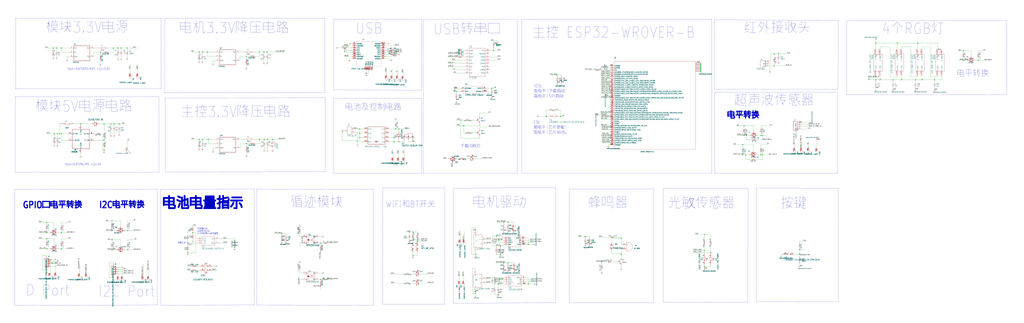
<source format=kicad_sch>
(kicad_sch (version 20211123) (generator eeschema)
  (paper "User" 1216.3 383.743)
  (junction (at 1144.2446 71.6534))
  (junction (at 313.7408 165.481))
  (junction (at 490.4486 303.4284))
  (junction (at 1144.2446 60.2234))
  (junction (at 132.9944 273.939))
  (junction (at 883.6914 160.782))
  (junction (at 60.5028 308.4068))
  (junction (at 565.2008 301.9298))
  (junction (at 1090.041 51.1048))
  (junction (at 832.3326 76.7842))
  (junction (at 96.0374 147.193))
  (junction (at 949.833 301.7774))
  (junction (at 323.6976 165.481))
  (junction (at 882.0912 183.8452))
  (junction (at 695.071 281.178))
  (junction (at 434.848 86.8934))
  (junction (at 151.7396 273.939))
  (junction (at 292.7096 66.8528))
  (junction (at 131.7498 147.193))
  (junction (at 133.0452 296.799))
  (junction (at 594.4108 292.1508))
  (junction (at 317.2206 61.7474))
  (junction (at 603.3516 263.7282))
  (junction (at 72.7964 276.3774))
  (junction (at 1095.121 94.6912))
  (junction (at 737.8446 283.0068))
  (junction (at 832.3326 84.4042))
  (junction (at 832.3326 80.5942))
  (junction (at 427.228 158.2674))
  (junction (at 151.003 56.9976))
  (junction (at 141.4018 147.193))
  (junction (at 55.4228 320.9798))
  (junction (at 278.8412 293.5732))
  (junction (at 140.208 56.9976))
  (junction (at 278.8412 285.9532))
  (junction (at 308.1528 165.481))
  (junction (at 882.0912 171.6532))
  (junction (at 55.7022 283.4386))
  (junction (at 223.1136 288.6456))
  (junction (at 73.2028 158.8262))
  (junction (at 134.62 56.9976))
  (junction (at 737.8446 301.5996))
  (junction (at 836.6252 316.6364))
  (junction (at 661.6954 89.027))
  (junction (at 591.6422 349.8088))
  (junction (at 486.2576 275.5138))
  (junction (at 55.7022 295.6306))
  (junction (at 1065.8856 51.1048))
  (junction (at 1040.3078 94.6912))
  (junction (at 68.2244 158.8262))
  (junction (at 542.1122 108.5596))
  (junction (at 427.228 163.3474))
  (junction (at 64.4398 158.8262))
  (junction (at 1070.9656 94.6912))
  (junction (at 123.5964 166.4462))
  (junction (at 490.4486 275.5138))
  (junction (at 885.571 183.8452))
  (junction (at 132.9944 262.509))
  (junction (at 133.0452 284.607))
  (junction (at 598.3224 263.7536))
  (junction (at 229.0064 276.5298))
  (junction (at 70.9676 158.8262))
  (junction (at 134.6708 330.0476))
  (junction (at 564.7436 346.1512))
  (junction (at 919.4546 63.9826))
  (junction (at 223.1136 300.0248))
  (junction (at 424.688 167.3606))
  (junction (at 832.3326 83.1342))
  (junction (at 844.2452 299.974))
  (junction (at 1060.6786 94.6912))
  (junction (at 381 288.6202))
  (junction (at 467.9696 168.4274))
  (junction (at 470.0016 153.1874))
  (junction (at 292.9128 170.5864))
  (junction (at 247.3452 165.481))
  (junction (at 648.843 138.3538))
  (junction (at 1087.3486 94.6912))
  (junction (at 143.891 56.9976))
  (junction (at 240.7158 165.5064))
  (junction (at 406.7048 155.7274))
  (junction (at 587.502 329.7174))
  (junction (at 904.0114 160.782))
  (junction (at 905.6878 183.8452))
  (junction (at 467.9696 163.3474))
  (junction (at 427.228 153.1874))
  (junction (at 72.9488 295.6306))
  (junction (at 151.8412 296.799))
  (junction (at 589.6356 280.289))
  (junction (at 313.5376 61.7474))
  (junction (at 380.8984 331.9272))
  (junction (at 1045.3878 94.6912))
  (junction (at 236.8804 165.5064))
  (junction (at 317.4238 165.481))
  (junction (at 63.3476 56.9976))
  (junction (at 236.6772 61.7728))
  (junction (at 547.2684 142.5956))
  (junction (at 123.5964 178.4858))
  (junction (at 592.6074 285.242))
  (junction (at 594.4108 302.2854))
  (junction (at 123.5964 147.193))
  (junction (at 591.6422 337.3374))
  (junction (at 307.9496 61.7474))
  (junction (at 627.38 290.322))
  (junction (at 72.9996 56.9976))
  (junction (at 550.8244 149.3266))
  (junction (at 714.7306 310.8198))
  (junction (at 836.6252 278.511))
  (junction (at 886.4092 160.782))
  (junction (at 1162.05 71.6534))
  (junction (at 666.1404 138.3538))
  (junction (at 55.5498 276.3774))
  (junction (at 135.4328 147.193))
  (junction (at 593.1662 332.2574))
  (junction (at 903.5034 183.8452))
  (junction (at 905.7894 160.782))
  (junction (at 246.4562 61.7474))
  (junction (at 924.7124 63.9826))
  (junction (at 564.7436 348.4626))
  (junction (at 584.1492 104.7496))
  (junction (at 832.3326 79.3242))
  (junction (at 1040.3078 51.1048))
  (junction (at 832.3326 75.5142))
  (junction (at 836.6252 297.4594))
  (junction (at 586.2828 60.071))
  (junction (at 883.6914 149.3774))
  (junction (at 473.71 168.4274))
  (junction (at 495.5286 286.8422))
  (junction (at 919.4546 78.3336))
  (junction (at 490.4486 284.9626))
  (junction (at 603.3516 312.1152))
  (junction (at 627.5578 337.3374))
  (junction (at 55.5498 264.1854))
  (junction (at 832.3326 81.8642))
  (junction (at 473.71 153.1874))
  (junction (at 119.38 62.103))
  (junction (at 598.297 312.1152))
  (junction (at 67.1576 56.9976))
  (junction (at 240.5126 61.7728))
  (junction (at 949.833 296.4688))
  (junction (at 832.3326 78.0542))
  (junction (at 334.6196 277.3172))
  (junction (at 1110.0562 94.6912))
  (wire (pts (xy 485.1146 166.2938) (xy 485.1146 168.5798)))
  (wire (pts (xy 552.2468 82.931) (xy 538.5308 82.931)))
  (wire (pts (xy 60.5028 313.4868) (xy 65.6082 313.4868)))
  (wire (pts (xy 724.5096 166.9542) (xy 714.8576 166.9542)))
  (wire (pts (xy 495.5286 277.4442) (xy 495.5286 275.5138)))
  (polyline (pts (xy 675.894 359.4354) (xy 776.478 359.4354)))
  (wire (pts (xy 285.1404 175.641) (xy 285.1404 170.5864)))
  (wire (pts (xy 138.1252 296.799) (xy 133.0452 296.799)))
  (wire (pts (xy 148.2852 296.799) (xy 151.8412 296.799)))
  (wire (pts (xy 949.833 295.4782) (xy 949.833 296.4688)))
  (wire (pts (xy 581.4568 67.691) (xy 590.7532 67.691)))
  (wire (pts (xy 133.0452 296.799) (xy 127.4572 296.799)))
  (wire (pts (xy 710.4888 136.4742) (xy 713.5368 136.4742)))
  (wire (pts (xy 63.3476 56.9976) (xy 53.6956 56.9976)))
  (wire (pts (xy 903.5034 183.8452) (xy 905.6878 183.8452)))
  (wire (pts (xy 949.833 287.8582) (xy 949.833 286.8168)))
  (wire (pts (xy 598.932 329.7174) (xy 587.502 329.7174)))
  (wire (pts (xy 65.2018 308.4068) (xy 60.5028 308.4068)))
  (wire (pts (xy 140.6398 328.5744) (xy 140.6398 317.4746)))
  (wire (pts (xy 255.7272 71.9074) (xy 252.9586 71.9328)))
  (wire (pts (xy 543.0012 104.7496) (xy 547.3192 104.7496)))
  (wire (pts (xy 1110.0562 106.8578) (xy 1110.0562 104.7242)))
  (wire (pts (xy 251.7394 315.976) (xy 256.0066 315.976)))
  (wire (pts (xy 904.0114 149.479) (xy 914.2984 149.479)))
  (wire (pts (xy 724.5096 95.8342) (xy 713.8416 95.8342)))
  (wire (pts (xy 123.5964 164.7698) (xy 123.5964 166.4462)))
  (wire (pts (xy 882.0912 171.6532) (xy 871.1184 171.6532)))
  (wire (pts (xy 255.9304 170.561) (xy 247.3452 170.561)))
  (polyline (pts (xy 787.9334 223.7232) (xy 787.7302 359.0544)))
  (wire (pts (xy 479.7044 325.4756) (xy 464.2104 325.4756)))
  (wire (pts (xy 431.8762 158.2674) (xy 427.228 158.2674)))
  (wire (pts (xy 486.2576 286.5374) (xy 486.2576 285.0896)))
  (wire (pts (xy 140.208 58.801) (xy 140.208 56.9976)))
  (wire (pts (xy 831.1896 81.8642) (xy 832.3326 81.8642)))
  (polyline (pts (xy 619.6838 22.733) (xy 619.9378 205.74)))
  (wire (pts (xy 895.5024 155.702) (xy 895.5024 149.3774)))
  (wire (pts (xy 903.5034 171.6532) (xy 910.9964 171.6532)))
  (wire (pts (xy 1118.8192 94.6912) (xy 1118.8192 89.7636)))
  (wire (pts (xy 359.9942 281.0002) (xy 355.9302 281.0002)))
  (wire (pts (xy 134.62 56.9976) (xy 140.208 56.9976)))
  (wire (pts (xy 737.8446 283.0068) (xy 737.8446 290.6268)))
  (wire (pts (xy 418.338 62.0014) (xy 408.686 62.0014)))
  (wire (pts (xy 836.6252 297.4594) (xy 823.214 297.4594)))
  (wire (pts (xy 323.6976 178.4858) (xy 323.6976 174.1424)))
  (wire (pts (xy 226.6442 321.056) (xy 222.377 321.056)))
  (wire (pts (xy 406.7048 167.3606) (xy 424.688 167.3606)))
  (wire (pts (xy 623.824 282.702) (xy 627.38 282.702)))
  (polyline (pts (xy 301.8282 224.4598) (xy 190.9572 224.6376)))
  (wire (pts (xy 726.7702 301.5996) (xy 737.8446 301.5996)))
  (polyline (pts (xy 845.312 22.733) (xy 619.6838 22.733)))
  (wire (pts (xy 532.765 188.5696) (xy 526.415 188.5696)))
  (wire (pts (xy 495.5286 299.5422) (xy 495.5286 303.4284)))
  (wire (pts (xy 464.439 69.6214) (xy 464.439 71.0184)))
  (wire (pts (xy 313.5376 63.5508) (xy 313.5376 61.7474)))
  (wire (pts (xy 737.8446 295.7068) (xy 737.8446 301.5996)))
  (wire (pts (xy 73.2028 166.4462) (xy 73.2028 158.8262)))
  (wire (pts (xy 653.161 131.1656) (xy 648.843 131.1656)))
  (wire (pts (xy 598.424 287.782) (xy 592.6074 287.782)))
  (wire (pts (xy 949.833 286.8168) (xy 954.024 286.8168)))
  (polyline (pts (xy 995.553 23.9268) (xy 848.4108 23.6474)))
  (wire (pts (xy 831.1896 83.1342) (xy 832.3326 83.1342)))
  (wire (pts (xy 72.9488 286.4358) (xy 72.9488 283.5656)))
  (wire (pts (xy 666.1404 138.3538) (xy 669.2138 138.3538)))
  (wire (pts (xy 724.5096 151.7142) (xy 714.4766 151.7142)))
  (wire (pts (xy 292.9128 170.5864) (xy 285.1404 170.5864)))
  (wire (pts (xy 952.119 175.9712) (xy 952.119 167.8432)))
  (wire (pts (xy 591.6422 337.3374) (xy 598.932 337.3374)))
  (wire (pts (xy 120.4722 158.8262) (xy 121.8692 158.8262)))
  (polyline (pts (xy 848.6902 109.728) (xy 848.7664 205.8924)))
  (wire (pts (xy 490.4486 299.5422) (xy 490.4486 303.4284)))
  (wire (pts (xy 624.332 329.7174) (xy 627.5578 329.7174)))
  (polyline (pts (xy 396.3162 22.8854) (xy 396.2654 106.8324)))
  (wire (pts (xy 284.9372 71.9074) (xy 284.9372 66.8528)))
  (wire (pts (xy 648.843 131.1656) (xy 648.843 138.3538)))
  (wire (pts (xy 229.0064 276.5298) (xy 229.0064 277.1902)))
  (wire (pts (xy 55.4228 320.9798) (xy 55.4228 319.8368)))
  (wire (pts (xy 930.6306 301.7774) (xy 927.8112 301.7774)))
  (wire (pts (xy 437.388 86.8934) (xy 434.848 86.8934)))
  (wire (pts (xy 236.8804 175.387) (xy 236.8804 176.7332)))
  (wire (pts (xy 410.0576 155.7274) (xy 406.7048 155.7274)))
  (wire (pts (xy 278.8412 293.5732) (xy 278.8412 295.3512)))
  (wire (pts (xy 581.4568 71.501) (xy 590.7278 71.501)))
  (wire (pts (xy 627.5578 329.7174) (xy 627.5578 337.3374)))
  (wire (pts (xy 255.7272 66.8274) (xy 246.4562 66.8274)))
  (wire (pts (xy 132.9944 272.1864) (xy 132.9944 273.939)))
  (wire (pts (xy 952.4238 145.6182) (xy 961.7964 145.6182)))
  (wire (pts (xy 72.9488 283.5656) (xy 81.4578 283.5656)))
  (polyline (pts (xy 195.6308 21.7424) (xy 195.6308 110.1598)))
  (wire (pts (xy 229.0064 285.9532) (xy 229.0064 284.8102)))
  (wire (pts (xy 1060.6786 106.5276) (xy 1060.6786 104.6988)))
  (wire (pts (xy 244.5258 61.7728) (xy 240.5126 61.7728)))
  (wire (pts (xy 585.1144 281.94) (xy 585.1144 280.289)))
  (wire (pts (xy 705.9168 83.1342) (xy 700.4558 83.1342)))
  (wire (pts (xy 64.4398 163.2204) (xy 64.4398 158.8262)))
  (wire (pts (xy 278.8412 286.004) (xy 278.8412 285.9532)))
  (wire (pts (xy 577.7992 108.5596) (xy 579.7042 108.5596)))
  (wire (pts (xy 490.4486 284.9626) (xy 499.8974 284.9626)))
  (wire (pts (xy 68.2244 158.8262) (xy 64.4398 158.8262)))
  (wire (pts (xy 292.7096 69.723) (xy 292.7096 66.8528)))
  (wire (pts (xy 129.8448 62.103) (xy 134.62 62.103)))
  (wire (pts (xy 467.9696 163.3474) (xy 467.9696 168.4274)))
  (wire (pts (xy 724.5096 80.5942) (xy 713.8416 80.5942)))
  (wire (pts (xy 131.7498 149.2504) (xy 131.7498 147.193)))
  (wire (pts (xy 237.7694 321.056) (xy 234.2642 321.056)))
  (wire (pts (xy 714.7306 320.929) (xy 714.7306 323.1388)))
  (wire (pts (xy 143.891 56.9976) (xy 151.003 56.9976)))
  (polyline (pts (xy 304.9016 224.536) (xy 304.9524 362.2802)))
  (polyline (pts (xy 396.3416 116.4844) (xy 500.7864 116.4844)))
  (wire (pts (xy 480.0346 166.2938) (xy 480.0346 168.4274)))
  (wire (pts (xy 724.5096 149.1742) (xy 713.7146 149.1742)))
  (wire (pts (xy 570.0014 162.7886) (xy 570.0014 164.4396)))
  (polyline (pts (xy 776.7574 224.4852) (xy 676.1734 224.4852)))
  (wire (pts (xy 1090.0664 89.6366) (xy 1090.041 89.6366)))
  (wire (pts (xy 724.5096 154.2542) (xy 714.6036 154.2542)))
  (wire (pts (xy 603.3516 312.1152) (xy 610.8954 312.1152)))
  (wire (pts (xy 714.7306 310.8198) (xy 707.8726 310.8198)))
  (wire (pts (xy 292.7096 77.343) (xy 292.7096 80.9498)))
  (wire (pts (xy 891.667 166.116) (xy 886.4092 166.116)))
  (wire (pts (xy 570.0014 164.4396) (xy 547.2684 164.4396)))
  (wire (pts (xy 832.3326 83.1342) (xy 832.3326 84.4042)))
  (wire (pts (xy 457.708 62.0014) (xy 462.5848 62.0014)))
  (polyline (pts (xy 396.3162 205.9432) (xy 500.7864 205.994)))
  (wire (pts (xy 952.4238 150.6982) (xy 960.0692 150.6982)))
  (wire (pts (xy 64.1858 283.4386) (xy 55.7022 283.4386)))
  (wire (pts (xy 1040.3078 59.1312) (xy 1040.3078 51.1048)))
  (wire (pts (xy 70.9676 147.193) (xy 70.9676 158.8262)))
  (wire (pts (xy 143.891 69.977) (xy 143.891 66.294)))
  (wire (pts (xy 237.7694 321.056) (xy 237.7948 321.056)))
  (wire (pts (xy 724.5096 88.2142) (xy 713.867 88.2142)))
  (wire (pts (xy 135.4328 160.4264) (xy 135.4328 156.7434)))
  (wire (pts (xy 134.6708 330.0476) (xy 134.6708 328.9046)))
  (wire (pts (xy 1095.121 59.1566) (xy 1095.121 55.7276)))
  (wire (pts (xy 577.8754 284.0482) (xy 583.5142 284.0482)))
  (wire (pts (xy 1095.121 55.7276) (xy 1105.4842 55.7276)))
  (wire (pts (xy 960.5518 175.8188) (xy 960.5518 167.8432)))
  (wire (pts (xy 427.228 168.4274) (xy 427.228 163.3474)))
  (wire (pts (xy 313.7408 178.4604) (xy 313.7408 174.9044)))
  (wire (pts (xy 240.6904 176.7332) (xy 240.6904 175.4124)))
  (wire (pts (xy 1081.786 91.186) (xy 1090.0664 91.186)))
  (wire (pts (xy 1158.621 71.6534) (xy 1162.05 71.6534)))
  (wire (pts (xy 542.5948 67.691) (xy 531.9522 67.691)))
  (wire (pts (xy 229.0064 275.8948) (xy 229.0064 276.5298)))
  (wire (pts (xy 661.6954 89.027) (xy 653.3134 89.027)))
  (wire (pts (xy 1040.3078 94.6912) (xy 1040.3078 97.1042)))
  (wire (pts (xy 700.151 282.702) (xy 700.151 281.178)))
  (wire (pts (xy 462.3562 158.2674) (xy 467.9696 158.2674)))
  (wire (pts (xy 661.6954 98.2472) (xy 661.6954 99.314)))
  (wire (pts (xy 490.4486 275.5138) (xy 486.2576 275.5138)))
  (wire (pts (xy 473.6084 187.6044) (xy 473.6084 177.6222)))
  (wire (pts (xy 552.2468 79.121) (xy 532.0538 79.121)))
  (wire (pts (xy 334.6196 286.5374) (xy 334.6196 287.6042)))
  (polyline (pts (xy 190.9064 362.4072) (xy 301.7774 362.2294)))
  (wire (pts (xy 226.6442 315.976) (xy 222.377 315.976)))
  (wire (pts (xy 603.3516 312.1152) (xy 603.377 313.4106)))
  (wire (pts (xy 1162.05 71.6534) (xy 1168.781 71.6534)))
  (wire (pts (xy 69.1134 276.3774) (xy 72.7964 276.3774)))
  (wire (pts (xy 317.4238 165.481) (xy 323.6976 165.481)))
  (wire (pts (xy 1057.2242 91.1606) (xy 1065.8856 91.1606)))
  (wire (pts (xy 559.1048 142.5956) (xy 564.9214 142.5956)))
  (polyline (pts (xy 538.5562 223.4184) (xy 538.4546 360.0704)))
  (wire (pts (xy 1095.121 94.6912) (xy 1110.0562 94.6912)))
  (wire (pts (xy 141.4018 147.193) (xy 149.225 147.193)))
  (wire (pts (xy 591.6422 349.8088) (xy 591.6422 350.7486)))
  (wire (pts (xy 415.036 69.6214) (xy 415.036 71.6534)))
  (wire (pts (xy 593.1662 334.7974) (xy 593.1662 332.2574)))
  (wire (pts (xy 836.6252 314.198) (xy 836.6252 316.6364)))
  (wire (pts (xy 427.228 158.2674) (xy 427.228 153.1874)))
  (wire (pts (xy 831.1896 74.2442) (xy 832.3326 74.2442)))
  (wire (pts (xy 1162.05 62.1538) (xy 1162.05 60.2234)))
  (wire (pts (xy 903.5034 182.1688) (xy 903.5034 183.8452)))
  (wire (pts (xy 151.003 59.1566) (xy 151.003 56.9976)))
  (wire (pts (xy 72.9996 56.9976) (xy 67.1576 56.9976)))
  (wire (pts (xy 1090.0664 91.186) (xy 1090.0664 89.6366)))
  (wire (pts (xy 382.8542 331.9272) (xy 382.8288 331.9272)))
  (wire (pts (xy 570.0014 147.6756) (xy 570.0014 149.3266)))
  (wire (pts (xy 564.7436 346.1512) (xy 564.7436 348.4626)))
  (wire (pts (xy 724.5096 141.5542) (xy 713.7146 141.5542)))
  (wire (pts (xy 949.833 301.7774) (xy 949.833 296.4688)))
  (wire (pts (xy 246.4562 66.8274) (xy 246.4562 61.7474)))
  (wire (pts (xy 661.6954 90.6272) (xy 661.6954 89.027)))
  (wire (pts (xy 68.2244 163.2204) (xy 68.2244 158.8262)))
  (wire (pts (xy 223.1136 298.9326) (xy 223.1136 300.0248)))
  (wire (pts (xy 594.4108 302.2854) (xy 594.4108 302.9458)))
  (wire (pts (xy 597.154 290.322) (xy 598.424 290.322)))
  (wire (pts (xy 317.2206 63.4238) (xy 317.2206 61.7474)))
  (wire (pts (xy 72.9488 295.6306) (xy 79.4258 295.6306)))
  (wire (pts (xy 495.5286 286.8422) (xy 499.872 286.8422)))
  (wire (pts (xy 138.1252 273.939) (xy 132.9944 273.939)))
  (wire (pts (xy 1113.7392 51.1048) (xy 1090.041 51.1048)))
  (wire (pts (xy 914.5524 75.7936) (xy 914.5524 84.6836)))
  (wire (pts (xy 470.0016 152.0698) (xy 470.0016 153.1874)))
  (wire (pts (xy 131.7498 160.4264) (xy 131.7498 156.8704)))
  (wire (pts (xy 1095.121 89.6366) (xy 1095.121 94.6912)))
  (wire (pts (xy 236.8804 167.767) (xy 236.8804 165.5064)))
  (wire (pts (xy 82.3976 67.1576) (xy 79.629 67.183)))
  (wire (pts (xy 724.5096 161.8742) (xy 714.4766 161.8742)))
  (wire (pts (xy 102.9716 325.3232) (xy 102.9716 313.3344)))
  (wire (pts (xy 420.2176 153.1874) (xy 427.228 153.1874)))
  (wire (pts (xy 437.388 83.5914) (xy 437.388 86.8934)))
  (wire (pts (xy 490.4486 286.8422) (xy 490.4486 284.9626)))
  (polyline (pts (xy 660.019 359.7148) (xy 660.1206 223.0628)))
  (wire (pts (xy 560.197 301.9298) (xy 565.2008 301.9298)))
  (wire (pts (xy 139.7508 317.4746) (xy 144.4498 317.4746)))
  (wire (pts (xy 1153.541 66.5734) (xy 1153.541 60.2234)))
  (wire (pts (xy 472.2622 90.043) (xy 472.2622 81.7118)))
  (wire (pts (xy 70.9676 158.8262) (xy 68.2244 158.8262)))
  (wire (pts (xy 313.7408 165.481) (xy 317.4238 165.481)))
  (wire (pts (xy 119.38 62.103) (xy 111.6076 62.103)))
  (polyline (pts (xy 17.653 362.6358) (xy 186.9186 362.2294)))
  (wire (pts (xy 565.2008 270.4084) (xy 560.197 270.4084)))
  (wire (pts (xy 64.0334 264.1854) (xy 55.5498 264.1854)))
  (wire (pts (xy 82.3976 62.0776) (xy 72.9996 62.0776)))
  (wire (pts (xy 724.5096 139.0142) (xy 713.5876 139.0142)))
  (wire (pts (xy 831.1896 84.4042) (xy 832.3326 84.4042)))
  (wire (pts (xy 303.7586 165.481) (xy 308.1528 165.481)))
  (wire (pts (xy 418.338 67.0814) (xy 408.813 67.0814)))
  (wire (pts (xy 359.9942 324.3072) (xy 355.9048 324.3072)))
  (wire (pts (xy 591.6422 348.2848) (xy 591.6422 349.8088)))
  (wire (pts (xy 170.053 328.2442) (xy 170.053 313.2582)))
  (wire (pts (xy 585.1144 292.1508) (xy 594.4108 292.1508)))
  (wire (pts (xy 55.4228 322.7578) (xy 55.4228 320.9798)))
  (wire (pts (xy 886.4092 166.116) (xy 886.4092 160.782)))
  (wire (pts (xy 240.7158 165.5064) (xy 236.8804 165.5064)))
  (polyline (pts (xy 188.849 204.6732) (xy 188.849 115.0874)))
  (polyline (pts (xy 995.299 106.1466) (xy 995.553 23.9268)))
  (wire (pts (xy 377.7742 331.9272) (xy 380.8984 331.9272)))
  (wire (pts (xy 609.8032 263.7282) (xy 609.8032 267.1826)))
  (polyline (pts (xy 995.8832 223.393) (xy 898.1948 223.3168)))
  (wire (pts (xy 894.7404 171.6532) (xy 894.7404 178.7652)))
  (wire (pts (xy 232.283 286.131) (xy 232.283 300.0502)))
  (wire (pts (xy 466.9536 187.6044) (xy 466.9536 177.8)))
  (wire (pts (xy 832.3326 75.5142) (xy 832.3326 76.7842)))
  (wire (pts (xy 726.7702 288.9758) (xy 726.7702 283.0068)))
  (wire (pts (xy 59.1058 295.6306) (xy 55.7022 295.6306)))
  (wire (pts (xy 132.9944 262.509) (xy 143.2052 262.509)))
  (polyline (pts (xy 676.1734 224.4852) (xy 675.894 359.4354)))
  (wire (pts (xy 66.3448 324.231) (xy 66.3448 310.9468)))
  (wire (pts (xy 462.3562 163.3474) (xy 467.9696 163.3474)))
  (wire (pts (xy 882.0912 174.5996) (xy 882.0912 171.6532)))
  (wire (pts (xy 323.6976 167.7924) (xy 323.6976 165.481)))
  (wire (pts (xy 143.2052 284.607) (xy 133.0452 284.607)))
  (wire (pts (xy 831.1896 76.7842) (xy 832.3326 76.7842)))
  (wire (pts (xy 542.1122 111.252) (xy 542.1122 108.5596)))
  (wire (pts (xy 121.8692 178.4858) (xy 123.5964 178.4858)))
  (wire (pts (xy 724.5096 108.5342) (xy 714.0956 108.5342)))
  (wire (pts (xy 1045.3878 89.6112) (xy 1045.3878 94.6912)))
  (wire (pts (xy 232.156 276.5298) (xy 229.0064 276.5298)))
  (wire (pts (xy 913.2824 75.7936) (xy 914.5524 75.7936)))
  (polyline (pts (xy 454.7616 223.266) (xy 528.193 223.266)))
  (wire (pts (xy 924.7124 64.9732) (xy 924.7124 63.9826)))
  (polyline (pts (xy 898.1186 358.14) (xy 995.807 358.2162)))
  (wire (pts (xy 844.2452 299.974) (xy 844.2452 292.5064)))
  (polyline (pts (xy 386.3086 116.3066) (xy 196.1134 116.4336)))
  (wire (pts (xy 1070.9656 59.0296) (xy 1070.991 55.6514)))
  (wire (pts (xy 252.9586 71.9328) (xy 252.9586 75.6158)))
  (wire (pts (xy 561.213 346.1512) (xy 561.213 318.6684)))
  (polyline (pts (xy 17.907 115.0874) (xy 17.907 204.6732)))
  (polyline (pts (xy 502.9962 205.74) (xy 502.9962 22.7838)))
  (wire (pts (xy 303.1744 66.8528) (xy 307.9496 66.8528)))
  (wire (pts (xy 623.824 285.242) (xy 634.746 285.242)))
  (wire (pts (xy 359.9942 288.6202) (xy 355.9302 288.6202)))
  (wire (pts (xy 323.6976 165.481) (xy 337.693 165.481)))
  (wire (pts (xy 914.8064 73.2536) (xy 914.8064 63.9826)))
  (wire (pts (xy 355.9048 324.3072) (xy 355.9048 321.0052)))
  (wire (pts (xy 131.7498 147.193) (xy 135.4328 147.193)))
  (wire (pts (xy 584.1492 115.5446) (xy 584.1492 113.3348)))
  (polyline (pts (xy 195.6308 110.1598) (xy 385.953 110.1598)))
  (wire (pts (xy 904.0114 158.8008) (xy 904.0114 160.782)))
  (polyline (pts (xy 396.3416 116.4844) (xy 396.3162 205.9432)))
  (wire (pts (xy 1060.6786 94.6912) (xy 1070.9656 94.6912)))
  (wire (pts (xy 119.38 64.9732) (xy 119.38 62.103)))
  (wire (pts (xy 726.7702 296.5958) (xy 726.7702 301.5996)))
  (polyline (pts (xy 888.3142 359.0544) (xy 888.5174 223.7232)))
  (wire (pts (xy 949.833 296.4688) (xy 956.437 296.4688)))
  (wire (pts (xy 724.5096 93.2942) (xy 713.8416 93.2942)))
  (wire (pts (xy 836.6252 319.278) (xy 836.6252 316.6364)))
  (wire (pts (xy 499.4402 336.4738) (xy 507.9492 336.4738)))
  (wire (pts (xy 927.8112 301.7774) (xy 927.8112 303.9618)))
  (wire (pts (xy 67.1576 68.2498) (xy 67.1576 66.929)))
  (wire (pts (xy 587.502 348.2848) (xy 587.4766 349.8088)))
  (wire (pts (xy 1045.3878 59.1312) (xy 1045.3878 55.7276)))
  (wire (pts (xy 836.6252 316.6364) (xy 844.2452 316.6364)))
  (wire (pts (xy 355.9048 331.9272) (xy 355.9048 337.7438)))
  (wire (pts (xy 111.2774 158.8262) (xy 112.8522 158.8262)))
  (wire (pts (xy 587.0956 332.2574) (xy 587.0956 332.2828)))
  (wire (pts (xy 487.3244 325.4756) (xy 491.7694 325.4756)))
  (wire (pts (xy 380.8984 332.9686) (xy 380.8984 331.9272)))
  (wire (pts (xy 726.7702 283.0068) (xy 737.8446 283.0068)))
  (wire (pts (xy 55.7022 293.0906) (xy 55.7022 295.6306)))
  (polyline (pts (xy 186.9186 362.2294) (xy 186.9186 224.5614)))
  (wire (pts (xy 589.6356 293.624) (xy 589.6356 280.289)))
  (wire (pts (xy 844.2452 316.6364) (xy 844.2452 314.452)))
  (wire (pts (xy 72.9488 294.0558) (xy 72.9488 295.6306)))
  (wire (pts (xy 234.823 288.671) (xy 223.1136 288.6456)))
  (wire (pts (xy 577.7992 104.7496) (xy 584.1492 104.7496)))
  (wire (pts (xy 885.571 183.8452) (xy 882.0912 183.8452)))
  (wire (pts (xy 55.5498 276.3774) (xy 46.4058 276.3774)))
  (wire (pts (xy 479.7552 336.4738) (xy 464.2612 336.4738)))
  (wire (pts (xy 73.2028 158.8262) (xy 70.9676 158.8262)))
  (wire (pts (xy 1060.6786 97.0788) (xy 1060.6786 94.6912)))
  (wire (pts (xy 836.6252 284.8864) (xy 836.6252 278.511)))
  (wire (pts (xy 903.5034 174.5488) (xy 903.5034 171.6532)))
  (wire (pts (xy 111.6076 67.1576) (xy 111.6076 62.103)))
  (wire (pts (xy 151.8412 295.0972) (xy 151.8412 296.799)))
  (wire (pts (xy 542.5948 63.881) (xy 532.0284 63.881)))
  (wire (pts (xy 648.843 138.3538) (xy 639.2418 138.3538)))
  (wire (pts (xy 355.9302 269.113) (xy 355.9302 270.0782)))
  (wire (pts (xy 1144.2446 71.6534) (xy 1139.571 71.6534)))
  (wire (pts (xy 229.0064 268.2748) (xy 233.7816 268.2748)))
  (wire (pts (xy 473.71 168.4274) (xy 467.9696 168.4274)))
  (wire (pts (xy 586.2828 48.514) (xy 590.9818 48.514)))
  (wire (pts (xy 552.5008 157.7086) (xy 550.8244 157.7086)))
  (wire (pts (xy 560.1208 157.7086) (xy 564.9214 157.7086)))
  (wire (pts (xy 722.8586 172.0342) (xy 722.8586 173.8122)))
  (wire (pts (xy 111.6076 56.9976) (xy 114.9858 56.9976)))
  (wire (pts (xy 721.7156 113.6142) (xy 724.5096 113.6142)))
  (wire (pts (xy 609.8032 275.0566) (xy 609.8032 273.5326)))
  (wire (pts (xy 406.7048 155.7274) (xy 406.7048 167.3606)))
  (wire (pts (xy 459.232 89.789) (xy 459.232 81.6864)))
  (wire (pts (xy 67.1576 59.309) (xy 67.1576 56.9976)))
  (wire (pts (xy 117.2972 147.193) (xy 123.5964 147.193)))
  (wire (pts (xy 72.7964 264.3124) (xy 81.3054 264.3124)))
  (wire (pts (xy 1065.8856 51.1048) (xy 1040.3078 51.1048)))
  (wire (pts (xy 1040.3586 51.0794) (xy 1040.3586 47.0662)))
  (wire (pts (xy 55.5498 264.1854) (xy 45.8724 264.1854)))
  (wire (pts (xy 292.7096 66.8528) (xy 284.9372 66.8528)))
  (wire (pts (xy 135.4328 147.193) (xy 141.4018 147.193)))
  (wire (pts (xy 151.8412 296.799) (xy 158.4452 296.799)))
  (wire (pts (xy 151.003 56.9976) (xy 164.1602 56.9976)))
  (wire (pts (xy 96.0374 148.6662) (xy 96.0374 147.193)))
  (wire (pts (xy 460.756 51.8414) (xy 457.708 51.8414)))
  (polyline (pts (xy 1195.8574 24.5618) (xy 1005.6622 24.6888)))
  (wire (pts (xy 1105.4842 91.2114) (xy 1113.7392 91.186)))
  (wire (pts (xy 547.2684 164.4396) (xy 547.2684 142.5956)))
  (wire (pts (xy 255.9304 175.641) (xy 253.1618 175.6664)))
  (polyline (pts (xy 385.953 110.1598) (xy 385.953 21.463)))
  (wire (pts (xy 434.848 83.5914) (xy 434.848 86.8934)))
  (wire (pts (xy 720.1154 310.8198) (xy 714.7306 310.8198)))
  (wire (pts (xy 467.9696 158.2674) (xy 467.9696 163.3474)))
  (wire (pts (xy 119.38 72.5932) (xy 119.38 76.2)))
  (wire (pts (xy 424.688 156.9974) (xy 424.688 167.3606)))
  (wire (pts (xy 424.688 167.3606) (xy 424.688 171.6532)))
  (wire (pts (xy 486.2576 275.5138) (xy 481.076 275.5138)))
  (wire (pts (xy 700.151 281.178) (xy 695.071 281.178)))
  (wire (pts (xy 495.5286 286.8422) (xy 495.5286 285.0642)))
  (wire (pts (xy 894.7404 171.6532) (xy 882.0912 171.6532)))
  (wire (pts (xy 589.6356 280.289) (xy 597.1286 280.289)))
  (wire (pts (xy 236.6772 71.6534) (xy 236.6772 72.9996)))
  (wire (pts (xy 132.9944 273.939) (xy 125.8062 273.939)))
  (wire (pts (xy 724.5096 169.4942) (xy 714.9846 169.4942)))
  (polyline (pts (xy 502.9962 22.7838) (xy 614.1974 22.7838)))
  (wire (pts (xy 883.6914 159.1818) (xy 883.6914 160.782)))
  (wire (pts (xy 495.5286 285.0388) (xy 495.5286 285.0642)))
  (wire (pts (xy 564.7436 346.1512) (xy 561.213 346.1512)))
  (wire (pts (xy 307.9496 61.7474) (xy 313.5376 61.7474)))
  (wire (pts (xy 547.2684 142.5956) (xy 542.4424 142.5956)))
  (wire (pts (xy 924.7124 63.9826) (xy 934.8724 63.9826)))
  (wire (pts (xy 278.8412 285.9532) (xy 278.8412 283.591)))
  (wire (pts (xy 737.8446 301.5996) (xy 737.8446 305.7398)))
  (wire (pts (xy 1110.0562 94.6912) (xy 1118.8192 94.6912)))
  (wire (pts (xy 913.2824 73.2536) (xy 914.8064 73.2536)))
  (wire (pts (xy 570.0014 137.5156) (xy 570.0014 134.2136)))
  (wire (pts (xy 223.1136 278.3586) (xy 223.1136 274.9296)))
  (wire (pts (xy 627.38 290.322) (xy 634.0856 290.322)))
  (wire (pts (xy 905.7894 166.116) (xy 905.7894 160.782)))
  (wire (pts (xy 163.83 87.6808) (xy 163.83 76.1746)))
  (wire (pts (xy 882.0912 182.2196) (xy 882.0912 183.8452)))
  (wire (pts (xy 133.0452 284.607) (xy 127.9652 284.607)))
  (wire (pts (xy 143.2052 268.859) (xy 143.2052 262.509)))
  (wire (pts (xy 1040.3078 91.9734) (xy 1030.9098 91.9734)))
  (wire (pts (xy 695.071 281.178) (xy 686.689 281.178)))
  (wire (pts (xy 900.5824 160.782) (xy 904.0114 160.782)))
  (wire (pts (xy 565.2008 301.9298) (xy 565.1754 299.2882)))
  (wire (pts (xy 593.1662 332.2574) (xy 587.0956 332.2574)))
  (wire (pts (xy 490.4486 303.4284) (xy 490.4486 305.1048)))
  (wire (pts (xy 724.5096 116.1542) (xy 713.9686 116.1542)))
  (wire (pts (xy 1057.2242 55.7276) (xy 1057.2242 91.1606)))
  (wire (pts (xy 472.948 64.5414) (xy 470.1794 64.5414)))
  (wire (pts (xy 1144.2446 60.2234) (xy 1153.541 60.2234)))
  (wire (pts (xy 832.3326 76.7842) (xy 832.3326 78.0542)))
  (polyline (pts (xy 18.5928 105.41) (xy 191.262 105.41)))
  (wire (pts (xy 64.4398 158.8262) (xy 55.245 158.8262)))
  (wire (pts (xy 151.7396 262.2804) (xy 158.6484 262.2804)))
  (wire (pts (xy 666.1404 131.1656) (xy 666.1404 138.3538)))
  (wire (pts (xy 1040.3078 51.1048) (xy 1040.3586 51.0794)))
  (wire (pts (xy 889.6604 183.8452) (xy 885.571 183.8452)))
  (wire (pts (xy 581.4568 60.071) (xy 586.2828 60.071)))
  (wire (pts (xy 738.7082 295.7068) (xy 737.8446 295.7068)))
  (wire (pts (xy 836.6252 297.4594) (xy 836.6252 292.5064)))
  (wire (pts (xy 495.5286 275.5138) (xy 490.4486 275.5138)))
  (wire (pts (xy 123.5964 175.9204) (xy 123.5964 178.4858)))
  (wire (pts (xy 1105.4842 55.7276) (xy 1105.4842 91.2114)))
  (wire (pts (xy 470.0016 144.4498) (xy 470.0016 142.2146)))
  (wire (pts (xy 69.2658 295.6306) (xy 72.9488 295.6306)))
  (wire (pts (xy 236.8804 165.5064) (xy 227.2284 165.5064)))
  (wire (pts (xy 724.5096 133.9342) (xy 713.2066 133.9342)))
  (wire (pts (xy 87.7824 147.193) (xy 96.0374 147.193)))
  (wire (pts (xy 899.8204 183.8452) (xy 903.5034 183.8452)))
  (wire (pts (xy 1045.3878 55.7276) (xy 1057.2242 55.7276)))
  (wire (pts (xy 431.8762 168.4274) (xy 427.228 168.4274)))
  (wire (pts (xy 55.4228 304.5968) (xy 55.4228 302.9458)))
  (wire (pts (xy 875.0554 149.3774) (xy 883.6914 149.3774)))
  (wire (pts (xy 551.4848 142.5956) (xy 547.2684 142.5956)))
  (wire (pts (xy 552.2468 86.741) (xy 538.6578 86.741)))
  (wire (pts (xy 245.7958 165.481) (xy 244.729 165.5064)))
  (wire (pts (xy 597.1286 282.702) (xy 598.424 282.702)))
  (wire (pts (xy 832.3326 79.3242) (xy 832.3326 80.5942)))
  (wire (pts (xy 495.5286 303.4284) (xy 490.4486 303.4284)))
  (wire (pts (xy 542.1122 108.5596) (xy 538.3022 108.5596)))
  (polyline (pts (xy 190.9572 224.6376) (xy 190.9064 362.4072)))
  (wire (pts (xy 831.1896 80.5942) (xy 832.3326 80.5942)))
  (wire (pts (xy 427.228 153.1874) (xy 431.8762 153.1874)))
  (wire (pts (xy 589.6356 302.2854) (xy 594.4108 302.2854)))
  (wire (pts (xy 303.5554 61.7474) (xy 307.9496 61.7474)))
  (wire (pts (xy 844.2452 278.511) (xy 844.2452 284.8864)))
  (wire (pts (xy 72.9996 62.0776) (xy 72.9996 56.9976)))
  (polyline (pts (xy 17.653 224.9678) (xy 17.653 362.6358)))
  (wire (pts (xy 317.2206 74.7268) (xy 317.2206 71.0438)))
  (wire (pts (xy 570.0014 134.2136) (xy 580.1614 134.2136)))
  (wire (pts (xy 377.7742 324.3072) (xy 382.8034 324.3072)))
  (wire (pts (xy 585.1144 280.289) (xy 589.6356 280.289)))
  (wire (pts (xy 457.708 64.5414) (xy 462.5594 64.5414)))
  (wire (pts (xy 155.0162 87.7062) (xy 155.0162 76.2)))
  (wire (pts (xy 737.8446 319.3288) (xy 737.8446 315.8998)))
  (wire (pts (xy 130.2258 56.9976) (xy 134.62 56.9976)))
  (wire (pts (xy 1070.9656 89.5096) (xy 1070.9656 94.6912)))
  (wire (pts (xy 465.7598 90.043) (xy 465.7598 81.6864)))
  (wire (pts (xy 1113.7392 91.186) (xy 1113.7392 89.7636)))
  (polyline (pts (xy 528.2438 361.2896) (xy 454.5838 361.2896)))
  (wire (pts (xy 904.0114 151.1808) (xy 904.0114 149.479)))
  (wire (pts (xy 560.1462 348.4626) (xy 564.7436 348.4626)))
  (wire (pts (xy 236.6772 64.0334) (xy 236.6772 61.7728)))
  (wire (pts (xy 418.338 69.6214) (xy 415.036 69.6214)))
  (wire (pts (xy 292.9128 181.0766) (xy 292.9128 184.6834)))
  (wire (pts (xy 885.571 189.7634) (xy 885.571 183.8452)))
  (wire (pts (xy 542.925 188.5696) (xy 544.6268 188.5696)))
  (wire (pts (xy 79.629 67.183) (xy 79.629 70.866)))
  (wire (pts (xy 724.5096 100.9142) (xy 713.9686 100.9142)))
  (wire (pts (xy 50.7238 320.9798) (xy 55.4228 320.9798)))
  (wire (pts (xy 244.729 165.5064) (xy 240.7158 165.5064)))
  (polyline (pts (xy 501.0404 106.9848) (xy 396.2654 106.8324)))
  (wire (pts (xy 59.4614 308.4068) (xy 60.5028 308.4068)))
  (wire (pts (xy 905.7894 160.782) (xy 910.7424 160.782)))
  (wire (pts (xy 666.7754 90.551) (xy 666.7754 89.027)))
  (wire (pts (xy 666.7754 98.171) (xy 666.7754 99.314)))
  (wire (pts (xy 550.2148 63.881) (xy 552.2468 63.881)))
  (wire (pts (xy 724.5096 85.6742) (xy 713.867 85.6742)))
  (wire (pts (xy 624.332 332.2574) (xy 636.1938 332.2574)))
  (wire (pts (xy 944.0418 176.022) (xy 944.0418 167.8432)))
  (wire (pts (xy 624.332 334.7974) (xy 636.1938 334.7974)))
  (wire (pts (xy 94.488 325.3232) (xy 94.488 313.3852)))
  (wire (pts (xy 561.213 318.6684) (xy 564.7436 318.6684)))
  (wire (pts (xy 589.6356 301.244) (xy 589.6356 302.2854)))
  (wire (pts (xy 480.0092 187.5536) (xy 480.0092 176.53)))
  (wire (pts (xy 952.4238 148.1582) (xy 960.0438 148.1582)))
  (wire (pts (xy 1065.8856 59.0296) (xy 1065.8856 51.1048)))
  (wire (pts (xy 123.5964 157.1498) (xy 123.5964 147.193)))
  (wire (pts (xy 245.5926 61.7474) (xy 244.5258 61.7728)))
  (wire (pts (xy 63.3476 66.9036) (xy 63.3476 68.2498)))
  (polyline (pts (xy 660.1206 223.0628) (xy 538.5562 223.4184)))
  (polyline (pts (xy 1195.8574 112.4458) (xy 1195.8574 24.5618)))
  (wire (pts (xy 355.9302 281.0002) (xy 355.9302 277.6982)))
  (polyline (pts (xy 191.262 105.41) (xy 191.262 21.59)))
  (wire (pts (xy 1087.3486 97.0788) (xy 1087.3486 94.6912)))
  (wire (pts (xy 295.5544 66.8528) (xy 292.7096 66.8528)))
  (polyline (pts (xy 614.1974 22.7838) (xy 614.1974 205.74)))
  (wire (pts (xy 919.4546 63.9826) (xy 924.7124 63.9826)))
  (polyline (pts (xy 898.1948 223.3168) (xy 898.1186 358.14)))
  (wire (pts (xy 1045.3878 94.6912) (xy 1060.6786 94.6912)))
  (wire (pts (xy 1087.3486 106.3244) (xy 1087.3486 104.6988)))
  (polyline (pts (xy 443.103 224.6884) (xy 304.9016 224.536)))
  (wire (pts (xy 236.6772 61.7728) (xy 227.0252 61.7728)))
  (wire (pts (xy 1110.0562 97.1042) (xy 1110.0562 94.6912)))
  (wire (pts (xy 550.2148 67.691) (xy 552.2468 67.691)))
  (wire (pts (xy 260.223 288.671) (xy 270.0274 288.671)))
  (wire (pts (xy 151.3078 175.4632) (xy 151.3078 167.0812)))
  (wire (pts (xy 134.6708 331.8256) (xy 134.6708 330.0476)))
  (wire (pts (xy 457.708 67.0814) (xy 466.09 67.0814)))
  (wire (pts (xy 151.003 66.7766) (xy 151.003 68.961)))
  (wire (pts (xy 381 298.8818) (xy 381 302.6156)))
  (wire (pts (xy 886.4092 160.782) (xy 883.6914 160.782)))
  (wire (pts (xy 462.3562 153.1874) (xy 470.0016 153.1874)))
  (wire (pts (xy 380.8984 340.5886) (xy 380.8984 344.551)))
  (wire (pts (xy 381 288.6202) (xy 382.9812 288.6202)))
  (wire (pts (xy 355.9048 313.3852) (xy 355.9048 311.9628)))
  (wire (pts (xy 949.833 316.2808) (xy 949.833 312.9026)))
  (wire (pts (xy 664.0068 138.3538) (xy 666.1404 138.3538)))
  (wire (pts (xy 564.7436 318.6684) (xy 564.7436 320.7512)))
  (wire (pts (xy 80.7974 166.4462) (xy 73.2028 166.4462)))
  (wire (pts (xy 145.4912 328.4728) (xy 145.4912 320.0146)))
  (wire (pts (xy 1087.3486 94.6912) (xy 1070.9656 94.6912)))
  (wire (pts (xy 377.7742 288.6202) (xy 381 288.6202)))
  (wire (pts (xy 133.0452 287.5534) (xy 133.0452 284.607)))
  (wire (pts (xy 176.657 328.3712) (xy 176.657 313.3598)))
  (polyline (pts (xy 1005.6622 112.5728) (xy 1195.8574 112.4458)))
  (wire (pts (xy 660.781 131.1656) (xy 666.1404 131.1656)))
  (wire (pts (xy 80.7974 158.8262) (xy 73.2028 158.8262)))
  (wire (pts (xy 594.4108 301.1932) (xy 594.4108 302.2854)))
  (wire (pts (xy 134.6708 312.0136) (xy 129.9718 312.0136)))
  (wire (pts (xy 122.2248 62.103) (xy 119.38 62.103)))
  (wire (pts (xy 308.1528 170.5864) (xy 308.1528 165.481)))
  (wire (pts (xy 133.0452 295.1734) (xy 133.0452 296.799)))
  (wire (pts (xy 151.7396 273.939) (xy 158.4452 273.939)))
  (wire (pts (xy 1138.301 60.2234) (xy 1144.2446 60.2234)))
  (wire (pts (xy 1148.461 71.6534) (xy 1144.2446 71.6534)))
  (wire (pts (xy 223.1136 300.0248) (xy 223.1136 301.4218)))
  (wire (pts (xy 223.1136 285.9786) (xy 223.1136 288.6456)))
  (wire (pts (xy 58.9534 276.3774) (xy 55.5498 276.3774)))
  (wire (pts (xy 467.9696 168.4274) (xy 462.3562 168.4274)))
  (wire (pts (xy 737.8446 281.6098) (xy 737.8446 283.0068)))
  (wire (pts (xy 334.6196 277.3172) (xy 326.2376 277.3172)))
  (wire (pts (xy 700.151 290.322) (xy 700.151 290.957)))
  (wire (pts (xy 111.2774 166.4462) (xy 123.5964 166.4462)))
  (polyline (pts (xy 443.1538 362.4326) (xy 443.103 224.6884)))
  (wire (pts (xy 313.7408 167.2844) (xy 313.7408 165.481)))
  (wire (pts (xy 139.7508 322.5546) (xy 146.6088 322.5546)))
  (wire (pts (xy 1081.8114 55.6514) (xy 1081.786 91.186)))
  (wire (pts (xy 695.071 282.7782) (xy 695.071 281.178)))
  (wire (pts (xy 240.6904 167.7924) (xy 240.7158 165.5064)))
  (wire (pts (xy 597.1286 280.289) (xy 597.1286 282.702)))
  (wire (pts (xy 724.5096 136.4742) (xy 721.1568 136.4742)))
  (polyline (pts (xy 196.1134 116.4336) (xy 196.1134 204.3176)))
  (wire (pts (xy 577.8754 289.1282) (xy 583.5142 289.1282)))
  (wire (pts (xy 724.5096 90.7542) (xy 713.8416 90.7542)))
  (wire (pts (xy 55.7022 295.6306) (xy 46.5582 295.6306)))
  (polyline (pts (xy 888.5174 223.7232) (xy 787.9334 223.7232)))
  (wire (pts (xy 597.154 292.1508) (xy 597.154 290.322)))
  (wire (pts (xy 905.6878 183.8452) (xy 913.0284 183.8452)))
  (wire (pts (xy 584.7334 337.3374) (xy 591.6422 337.3374)))
  (wire (pts (xy 141.4018 149.4536) (xy 141.4018 147.193)))
  (wire (pts (xy 899.287 166.116) (xy 905.7894 166.116)))
  (wire (pts (xy 151.7396 264.4394) (xy 151.7396 262.2804)))
  (polyline (pts (xy 386.3086 204.1906) (xy 386.3086 116.3066)))
  (wire (pts (xy 724.5096 164.4142) (xy 714.6036 164.4142)))
  (wire (pts (xy 1144.2446 69.6722) (xy 1144.2446 71.6534)))
  (wire (pts (xy 836.6252 300.863) (xy 836.6252 297.4594)))
  (wire (pts (xy 473.71 164.6936) (xy 473.71 168.4274)))
  (wire (pts (xy 724.5096 159.3342) (xy 714.6036 159.3342)))
  (wire (pts (xy 603.377 275.082) (xy 603.377 273.9644)))
  (polyline (pts (xy 191.262 21.59) (xy 18.5928 21.59)))
  (wire (pts (xy 587.4766 349.8088) (xy 591.6422 349.8088)))
  (wire (pts (xy 723.4936 281.6098) (xy 711.5556 281.6098)))
  (wire (pts (xy 598.3224 274.193) (xy 598.3224 275.0566)))
  (wire (pts (xy 598.297 313.3344) (xy 598.297 312.1152)))
  (wire (pts (xy 143.891 58.674) (xy 143.891 56.9976)))
  (wire (pts (xy 603.377 321.5386) (xy 603.377 321.0306)))
  (polyline (pts (xy 301.7774 362.2294) (xy 301.8282 224.4598)))
  (wire (pts (xy 303.3776 170.5864) (xy 308.1528 170.5864)))
  (wire (pts (xy 240.5126 61.7728) (xy 236.6772 61.7728)))
  (wire (pts (xy 537.845 193.6496) (xy 537.845 196.7992)))
  (polyline (pts (xy 186.9186 224.5614) (xy 17.653 224.9678)))
  (wire (pts (xy 431.8762 163.3474) (xy 427.228 163.3474)))
  (polyline (pts (xy 619.9378 205.74) (xy 845.4136 205.74)))
  (wire (pts (xy 55.4228 302.9458) (xy 50.7238 302.9458)))
  (wire (pts (xy 380.8984 331.9272) (xy 382.8288 331.9272)))
  (wire (pts (xy 565.1754 273.8882) (xy 565.2008 270.4084)))
  (wire (pts (xy 713.7146 149.1742) (xy 713.7146 149.1996)))
  (wire (pts (xy 457.708 69.6214) (xy 464.439 69.6214)))
  (polyline (pts (xy 17.907 204.6732) (xy 188.849 204.6732)))
  (polyline (pts (xy 304.9524 362.2802) (xy 443.1538 362.4326)))
  (wire (pts (xy 898.4996 189.7634) (xy 905.6878 189.7634)))
  (wire (pts (xy 1113.7392 59.2836) (xy 1113.7392 51.1048)))
  (wire (pts (xy 1040.3078 94.6912) (xy 1030.9098 94.6912)))
  (wire (pts (xy 592.6074 287.782) (xy 592.6074 285.242)))
  (wire (pts (xy 339.6996 277.3172) (xy 334.6196 277.3172)))
  (wire (pts (xy 68.2244 170.8404) (xy 68.2244 172.2628)))
  (wire (pts (xy 904.0114 160.782) (xy 905.7894 160.782)))
  (wire (pts (xy 232.156 283.591) (xy 232.156 276.5298)))
  (polyline (pts (xy 501.142 23.0378) (xy 396.3162 22.8854)))
  (wire (pts (xy 943.3306 301.7774) (xy 949.833 301.7774)))
  (wire (pts (xy 72.7964 274.8026) (xy 72.7964 276.3774)))
  (wire (pts (xy 72.5424 147.193) (xy 70.9676 147.193)))
  (wire (pts (xy 134.62 62.103) (xy 134.62 56.9976)))
  (wire (pts (xy 550.8244 149.3266) (xy 542.4424 149.3266)))
  (wire (pts (xy 713.5368 83.1342) (xy 724.5096 83.1342)))
  (wire (pts (xy 72.7964 276.3774) (xy 79.2734 276.3774)))
  (wire (pts (xy 72.7964 267.1826) (xy 72.7964 264.3124)))
  (wire (pts (xy 260.223 283.591) (xy 278.8412 283.591)))
  (wire (pts (xy 546.0746 333.9846) (xy 546.0746 322.072)))
  (wire (pts (xy 552.2468 188.5696) (xy 556.6918 188.5696)))
  (wire (pts (xy 1144.2446 62.0522) (xy 1144.2446 60.2234)))
  (wire (pts (xy 55.5498 273.8374) (xy 55.5498 276.3774)))
  (polyline (pts (xy 528.193 223.266) (xy 528.2438 361.2896)))
  (wire (pts (xy 499.3894 325.4756) (xy 507.8984 325.4756)))
  (wire (pts (xy 883.6914 160.782) (xy 875.3094 160.782)))
  (wire (pts (xy 96.0374 181.6862) (xy 96.0374 185.2422)))
  (wire (pts (xy 434.848 86.8934) (xy 434.848 88.7984)))
  (wire (pts (xy 82.3976 56.9976) (xy 72.9996 56.9976)))
  (wire (pts (xy 151.8412 287.4772) (xy 151.8412 284.734)))
  (wire (pts (xy 913.2824 78.3336) (xy 919.4546 78.3336)))
  (wire (pts (xy 560.197 270.4084) (xy 560.197 301.9298)))
  (wire (pts (xy 240.4872 64.0588) (xy 240.5126 61.7728)))
  (wire (pts (xy 546.6588 284.9372) (xy 546.6588 274.9804)))
  (wire (pts (xy 65.6082 313.4868) (xy 65.6082 313.4614)))
  (wire (pts (xy 836.6252 278.511) (xy 844.2452 278.511)))
  (wire (pts (xy 695.071 290.3982) (xy 695.071 291.465)))
  (wire (pts (xy 317.4238 167.1574) (xy 317.4238 165.481)))
  (wire (pts (xy 624.332 337.3374) (xy 627.5578 337.3374)))
  (wire (pts (xy 139.7508 325.0946) (xy 146.6088 325.0946)))
  (wire (pts (xy 141.4018 157.0736) (xy 141.4018 159.1564)))
  (polyline (pts (xy 538.4546 360.0704) (xy 660.019 359.7148)))
  (wire (pts (xy 470.2048 62.0014) (xy 477.4692 62.0014)))
  (wire (pts (xy 284.9372 61.7474) (xy 288.3154 61.7474)))
  (wire (pts (xy 223.1136 288.6456) (xy 223.1136 291.3126)))
  (wire (pts (xy 890.4224 160.782) (xy 886.4092 160.782)))
  (wire (pts (xy 589.8134 263.7536) (xy 598.3224 263.7536)))
  (wire (pts (xy 55.7022 285.4706) (xy 55.7022 283.4386)))
  (wire (pts (xy 603.3516 263.7282) (xy 609.8032 263.7282)))
  (wire (pts (xy 905.6878 189.7634) (xy 905.6878 183.8452)))
  (wire (pts (xy 587.502 340.6648) (xy 587.502 329.7174)))
  (wire (pts (xy 1065.8856 91.1606) (xy 1065.8856 89.5096)))
  (polyline (pts (xy 18.5928 21.59) (xy 18.5928 105.41)))
  (wire (pts (xy 832.3326 80.5942) (xy 832.3326 81.8642)))
  (wire (pts (xy 598.932 332.2574) (xy 593.1662 332.2574)))
  (polyline (pts (xy 995.807 358.2162) (xy 995.8832 223.393)))
  (polyline (pts (xy 848.7664 205.8924) (xy 995.172 205.8924)))
  (wire (pts (xy 627.5578 337.3374) (xy 634.7714 337.3374)))
  (polyline (pts (xy 1005.6622 24.6888) (xy 1005.6622 112.5728)))
  (wire (pts (xy 123.5964 180.0352) (xy 123.5964 178.4858)))
  (wire (pts (xy 924.7124 72.5932) (xy 924.7124 73.7616)))
  (wire (pts (xy 577.4436 330.9112) (xy 582.8792 330.9112)))
  (wire (pts (xy 148.2852 273.939) (xy 151.7396 273.939)))
  (wire (pts (xy 125.8062 262.509) (xy 132.9944 262.509)))
  (wire (pts (xy 832.3326 74.2442) (xy 832.3326 75.5142)))
  (wire (pts (xy 390.4488 331.9272) (xy 396.367 331.9526)))
  (wire (pts (xy 919.4546 78.3336) (xy 932.8404 78.3336)))
  (wire (pts (xy 285.1404 165.481) (xy 288.5186 165.481)))
  (wire (pts (xy 457.708 54.3814) (xy 468.757 54.3814)))
  (wire (pts (xy 381 291.2618) (xy 381 288.6202)))
  (polyline (pts (xy 995.0958 109.728) (xy 848.6902 109.728)))
  (wire (pts (xy 247.3452 170.561) (xy 247.3452 165.481)))
  (wire (pts (xy 586.2828 60.071) (xy 590.7278 60.071)))
  (wire (pts (xy 64.4398 172.3644) (xy 64.4398 170.8404)))
  (wire (pts (xy 295.7576 170.5864) (xy 292.9128 170.5864)))
  (polyline (pts (xy 776.478 359.4354) (xy 776.7574 224.4852)))
  (wire (pts (xy 551.5356 285.1658) (xy 551.5356 274.9042)))
  (wire (pts (xy 724.5096 111.0742) (xy 714.0956 111.0742)))
  (wire (pts (xy 278.8412 295.3512) (xy 278.7904 295.3512)))
  (wire (pts (xy 317.4238 178.4604) (xy 317.4238 174.7774)))
  (wire (pts (xy 486.2576 277.4696) (xy 486.2576 275.5138)))
  (wire (pts (xy 584.1492 105.7148) (xy 584.1492 104.7496)))
  (wire (pts (xy 234.823 286.131) (xy 232.283 286.131)))
  (wire (pts (xy 831.1896 78.0542) (xy 832.3326 78.0542)))
  (wire (pts (xy 825.7286 278.511) (xy 836.6252 278.511)))
  (wire (pts (xy 246.4562 61.7474) (xy 245.5926 61.7474)))
  (wire (pts (xy 139.7508 320.0146) (xy 146.6088 320.0146)))
  (wire (pts (xy 413.4358 56.9214) (xy 418.338 56.9214)))
  (wire (pts (xy 292.9128 173.4566) (xy 292.9128 170.5864)))
  (wire (pts (xy 275.3614 293.624) (xy 278.8412 293.624)))
  (wire (pts (xy 542.1122 118.872) (xy 542.1122 120.8786)))
  (wire (pts (xy 724.5096 103.4542) (xy 714.0956 103.4542)))
  (wire (pts (xy 313.5376 61.7474) (xy 317.2206 61.7474)))
  (polyline (pts (xy 501.142 23.0378) (xy 501.0404 106.9848)))
  (wire (pts (xy 123.5964 147.193) (xy 131.7498 147.193)))
  (wire (pts (xy 480.0346 168.4274) (xy 473.71 168.4274)))
  (wire (pts (xy 610.8954 312.1152) (xy 610.8954 313.6138)))
  (polyline (pts (xy 500.7864 116.4844) (xy 500.7864 205.994)))
  (wire (pts (xy 590.9818 48.514) (xy 590.9818 50.419)))
  (wire (pts (xy 255.7272 61.7474) (xy 246.4562 61.7474)))
  (wire (pts (xy 400.812 56.9214) (xy 405.8158 56.9214)))
  (wire (pts (xy 831.1896 79.3242) (xy 832.3326 79.3242)))
  (wire (pts (xy 832.3326 81.8642) (xy 832.3326 83.1342)))
  (wire (pts (xy 55.7022 283.4386) (xy 46.0248 283.4386)))
  (wire (pts (xy 831.1896 75.5142) (xy 832.3326 75.5142)))
  (wire (pts (xy 732.7646 310.8198) (xy 727.7354 310.8198)))
  (wire (pts (xy 129.9718 312.0136) (xy 129.9718 330.0476)))
  (polyline (pts (xy 845.4136 205.74) (xy 845.312 22.733)))
  (wire (pts (xy 883.6914 151.5618) (xy 883.6914 149.3774)))
  (wire (pts (xy 1040.3078 94.6912) (xy 1045.3878 94.6912)))
  (wire (pts (xy 592.6074 285.242) (xy 586.3082 285.242)))
  (wire (pts (xy 55.5498 266.2174) (xy 55.5498 264.1854)))
  (wire (pts (xy 832.3326 84.4042) (xy 832.3326 85.2932)))
  (wire (pts (xy 603.3516 263.7282) (xy 603.377 266.3444)))
  (wire (pts (xy 598.3224 266.573) (xy 598.3224 263.7536)))
  (wire (pts (xy 129.9718 330.0476) (xy 134.6708 330.0476)))
  (wire (pts (xy 418.338 59.4614) (xy 408.686 59.4614)))
  (wire (pts (xy 123.5964 166.4462) (xy 123.5964 168.3004)))
  (wire (pts (xy 598.297 321.5132) (xy 598.297 320.9544)))
  (wire (pts (xy 308.1528 165.481) (xy 313.7408 165.481)))
  (wire (pts (xy 109.728 147.193) (xy 109.6772 147.193)))
  (wire (pts (xy 390.6012 288.6202) (xy 396.494 288.6202)))
  (wire (pts (xy 307.9496 66.8528) (xy 307.9496 61.7474)))
  (wire (pts (xy 427.228 163.3474) (xy 427.228 158.2674)))
  (wire (pts (xy 651.3068 138.3538) (xy 648.843 138.3538)))
  (wire (pts (xy 550.9768 334.137) (xy 550.9768 322.072)))
  (polyline (pts (xy 787.7302 359.0544) (xy 888.3142 359.0544)))
  (wire (pts (xy 253.1618 175.6664) (xy 253.1618 179.3494)))
  (wire (pts (xy 485.1146 168.5798) (xy 493.5982 168.5798)))
  (wire (pts (xy 598.3224 263.7536) (xy 603.3516 263.7282)))
  (polyline (pts (xy 848.4108 23.6474) (xy 848.1568 105.8672)))
  (wire (pts (xy 919.4546 75.3364) (xy 919.4546 78.3336)))
  (wire (pts (xy 585.1144 289.56) (xy 585.1144 292.1508)))
  (wire (pts (xy 151.7396 272.0594) (xy 151.7396 273.939)))
  (polyline (pts (xy 848.1568 105.8672) (xy 995.299 106.1466)))
  (wire (pts (xy 584.1492 104.7496) (xy 586.6892 104.7496)))
  (wire (pts (xy 410.0576 154.4574) (xy 406.7048 154.4574)))
  (wire (pts (xy 377.7742 281.0002) (xy 382.778 281.0002)))
  (wire (pts (xy 1040.3078 89.6112) (xy 1040.3078 91.9734)))
  (polyline (pts (xy 188.849 115.0874) (xy 17.907 115.0874)))
  (wire (pts (xy 586.2828 57.0992) (xy 586.2828 60.071)))
  (wire (pts (xy 591.6422 340.6648) (xy 591.6422 337.3374)))
  (wire (pts (xy 949.833 305.2826) (xy 949.833 301.7774)))
  (wire (pts (xy 627.38 282.702) (xy 627.38 290.322)))
  (wire (pts (xy 547.3192 108.5596) (xy 542.1122 108.5596)))
  (wire (pts (xy 588.8736 312.1152) (xy 598.297 312.1152)))
  (wire (pts (xy 1070.991 55.6514) (xy 1081.8114 55.6514)))
  (wire (pts (xy 67.1576 56.9976) (xy 63.3476 56.9976)))
  (wire (pts (xy 406.7048 154.4574) (xy 406.7048 155.7274)))
  (wire (pts (xy 140.208 69.977) (xy 140.208 66.421)))
  (wire (pts (xy 623.824 290.322) (xy 627.38 290.322)))
  (wire (pts (xy 234.2642 315.976) (xy 237.7694 315.976)))
  (wire (pts (xy 610.8954 321.564) (xy 610.8954 319.9638)))
  (polyline (pts (xy 454.5838 361.2896) (xy 454.7616 223.266)))
  (wire (pts (xy 132.9944 264.5664) (xy 132.9944 262.509)))
  (wire (pts (xy 143.2052 284.607) (xy 143.2052 291.719)))
  (wire (pts (xy 234.823 283.591) (xy 232.156 283.591)))
  (wire (pts (xy 564.7436 348.4626) (xy 564.7436 351.2058)))
  (wire (pts (xy 844.2452 299.974) (xy 823.214 299.974)))
  (wire (pts (xy 59.4614 324.3072) (xy 59.4614 308.4068)))
  (polyline (pts (xy 196.1134 204.3176) (xy 386.3086 204.1906)))
  (wire (pts (xy 914.8064 63.9826) (xy 919.4546 63.9826)))
  (wire (pts (xy 255.9304 165.481) (xy 247.3452 165.481)))
  (wire (pts (xy 666.7754 89.027) (xy 661.6954 89.027)))
  (wire (pts (xy 418.338 54.3814) (xy 408.432 54.3814)))
  (wire (pts (xy 339.6996 286.4612) (xy 339.6996 287.0962)))
  (wire (pts (xy 339.6996 278.8412) (xy 339.6996 277.3172)))
  (wire (pts (xy 50.7238 302.9458) (xy 50.7238 320.9798)))
  (wire (pts (xy 134.6708 313.6646) (xy 134.6708 312.0136)))
  (wire (pts (xy 832.3326 78.0542) (xy 832.3326 79.3242)))
  (wire (pts (xy 96.0374 147.193) (xy 109.6772 147.193)))
  (wire (pts (xy 570.0014 150.8506) (xy 580.1614 150.8506)))
  (wire (pts (xy 890.8796 189.7634) (xy 885.571 189.7634)))
  (wire (pts (xy 473.71 157.0736) (xy 473.71 153.1874)))
  (wire (pts (xy 587.502 329.7174) (xy 584.7334 329.7174)))
  (wire (pts (xy 547.9288 60.071) (xy 552.2468 60.071)))
  (wire (pts (xy 64.0334 264.1854) (xy 64.0334 271.2974)))
  (wire (pts (xy 334.6196 278.9174) (xy 334.6196 277.3172)))
  (wire (pts (xy 487.3752 336.4738) (xy 491.8202 336.4738)))
  (polyline (pts (xy 614.1974 205.74) (xy 502.9962 205.74)))
  (wire (pts (xy 420.2176 156.9974) (xy 424.688 156.9974)))
  (wire (pts (xy 598.932 334.7974) (xy 593.1662 334.7974)))
  (wire (pts (xy 478.9932 90.5002) (xy 478.9932 81.7372)))
  (wire (pts (xy 594.4108 292.1508) (xy 597.154 292.1508)))
  (wire (pts (xy 251.7394 321.056) (xy 258.064 321.056)))
  (wire (pts (xy 844.2452 301.117) (xy 844.2452 299.974)))
  (wire (pts (xy 565.2008 303.5554) (xy 565.2008 301.9298)))
  (wire (pts (xy 579.7042 108.5596) (xy 579.7042 110.4646)))
  (wire (pts (xy 623.824 287.782) (xy 634.8222 287.782)))
  (wire (pts (xy 882.0912 183.8452) (xy 871.1692 183.8452)))
  (wire (pts (xy 232.283 300.0502) (xy 223.1136 300.0248)))
  (wire (pts (xy 490.4486 277.3426) (xy 490.4486 275.5138)))
  (wire (pts (xy 552.2468 71.501) (xy 536.7528 71.501)))
  (wire (pts (xy 724.5096 172.0342) (xy 722.8586 172.0342)))
  (wire (pts (xy 919.4546 67.7164) (xy 919.4546 63.9826)))
  (wire (pts (xy 140.208 56.9976) (xy 143.891 56.9976)))
  (wire (pts (xy 570.0014 152.6286) (xy 570.0014 150.8506)))
  (wire (pts (xy 247.3452 165.481) (xy 245.7958 165.481)))
  (wire (pts (xy 570.0014 149.3266) (xy 550.8244 149.3266)))
  (wire (pts (xy 724.5096 78.0542) (xy 720.9536 78.0542)))
  (wire (pts (xy 1090.041 51.1048) (xy 1065.8856 51.1048)))
  (wire (pts (xy 60.5028 310.9468) (xy 67.3608 310.9468)))
  (wire (pts (xy 121.8692 158.8262) (xy 121.8692 178.4858)))
  (wire (pts (xy 970.3816 165.989) (xy 970.3816 176.276)))
  (wire (pts (xy 731.1136 281.6098) (xy 737.8446 281.6098)))
  (wire (pts (xy 724.5096 105.9942) (xy 714.0956 105.9942)))
  (wire (pts (xy 586.2828 49.4792) (xy 586.2828 48.514)))
  (wire (pts (xy 64.1858 283.4386) (xy 64.1858 290.5506)))
  (wire (pts (xy 1040.3078 104.7242) (xy 1040.3078 106.5022)))
  (wire (pts (xy 151.8412 284.734) (xy 159.7152 284.734)))
  (wire (pts (xy 60.5028 316.0268) (xy 67.3608 316.0268)))
  (wire (pts (xy 317.2206 61.7474) (xy 337.4898 61.7474)))
  (wire (pts (xy 63.3476 59.2836) (xy 63.3476 56.9976)))
  (wire (pts (xy 457.708 59.4614) (xy 462.6102 59.4614)))
  (wire (pts (xy 598.297 312.1152) (xy 603.3516 312.1152)))
  (wire (pts (xy 724.5096 98.3742) (xy 713.9686 98.3742)))
  (wire (pts (xy 470.2302 59.4614) (xy 477.4184 59.4614)))
  (wire (pts (xy 550.8244 157.7086) (xy 550.8244 149.3266)))
  (wire (pts (xy 883.6914 149.3774) (xy 895.5024 149.3774)))
  (polyline (pts (xy 385.953 21.463) (xy 195.6308 21.7424)))
  (wire (pts (xy 240.4872 72.9996) (xy 240.4872 71.6788)))
  (wire (pts (xy 1162.05 60.2234) (xy 1168.019 60.2234)))
  (wire (pts (xy 473.71 153.1874) (xy 487.2482 153.1874)))
  (wire (pts (xy 598.424 285.242) (xy 592.6074 285.242)))
  (polyline (pts (xy 995.172 205.8924) (xy 995.0958 109.728)))
  (wire (pts (xy 564.3118 188.5696) (xy 572.8208 188.5696)))
  (wire (pts (xy 275.3614 286.004) (xy 278.8412 286.004)))
  (wire (pts (xy 594.4108 293.5732) (xy 594.4108 292.1508)))
  (wire (pts (xy 313.5376 74.7268) (xy 313.5376 71.1708)))
  (wire (pts (xy 737.8446 290.6268) (xy 738.7082 290.6268)))
  (wire (pts (xy 135.4328 149.1234) (xy 135.4328 147.193)))
  (wire (pts (xy 952.4238 153.2382) (xy 960.0438 153.2382)))
  (wire (pts (xy 552.2468 75.311) (xy 532.0792 75.311)))
  (wire (pts (xy 470.0016 153.1874) (xy 473.71 153.1874)))
  (wire (pts (xy 416.814 51.8414) (xy 418.338 51.8414)))
  (wire (pts (xy 714.7306 313.309) (xy 714.7306 310.8198)))
  (wire (pts (xy 577.4436 335.9912) (xy 582.8792 335.9912)))
  (wire (pts (xy 355.9302 288.6202) (xy 355.9302 292.7096)))
  (wire (pts (xy 359.9942 331.9272) (xy 355.9048 331.9272)))
  (wire (pts (xy 1090.041 59.1566) (xy 1090.041 51.1048)))
  (wire (pts (xy 1095.121 94.6912) (xy 1087.3486 94.6912)))
  (wire (pts (xy 1162.05 69.7738) (xy 1162.05 71.6534)))
  (text "主控3.3V降压电路" (at 214.6046 140.4874 180) (effects (font (size 12.7 10.795)) (justify left bottom)))
  (text "电平转换" (at 1136.3706 91.9734 180) (effects (font (size 7.62 6.477)) (justify left bottom)))
  (text "EN:\n高电平：芯片使能；\n低电平：芯片关闭。" (at 633.6792 159.8168 180) (effects (font (size 3.81 3.2385)) (justify left bottom)))
  (text "模块3.3V电源" (at 54.3052 40.1066 180) (effects (font (size 12.7 10.795)) (justify left bottom)))
  (text "I2C Port" (at 116.459 353.7204 180) (effects (font (size 12.7 10.795)) (justify left bottom)))
  (text "超声波传感器" (at 871.8042 126.7968 180) (effects (font (size 12.7 10.795)) (justify left bottom)))
  (text "电平转换" (at 863.092 141.4526 180) (effects (font (size 7.62 6.477) (thickness 1.2954) bold) (justify left bottom)))
  (text "电机驱动" (at 561.3908 247.904 180) (effects (font (size 12.7 10.795)) (justify left bottom)))
  (text "WiFi和BT开关" (at 457.9366 247.3198 180) (effects (font (size 7.62 6.477)) (justify left bottom)))
  (text "循迹模块" (at 344.2208 247.9802 180) (effects (font (size 12.7 10.795)) (justify left bottom)))
  (text "Vout=0.6*(R6/R5 +1)=5V" (at 77.0128 196.723 180) (effects (font (size 2.54 2.159)) (justify left bottom)))
  (text "电池及控制电路" (at 409.9052 131.8768 180) (effects (font (size 7.62 6.477)) (justify left bottom)))
  (text "5V定值2.5V\n4.6V时为2.3V，\n4.7V为红色，4.8V为蓝色" (at 234.3404 278.4602 180) (effects (font (size 1.778 1.5113)) (justify left bottom)))
  (text "主控 ESP32-WROVER-B" (at 632.2568 46.1518 180) (effects (font (size 12.7 10.795)) (justify left bottom)))
  (text "Vout=0.6*(R20/R21 +1)=3.3V" (at 80.137 83.312 180) (effects (font (size 2.54 2.159)) (justify left bottom)))
  (text "USB转串口" (at 514.5278 42.2148 180) (effects (font (size 12.7 10.795)) (justify left bottom)))
  (text "D Port" (at 30.5054 352.3234 180) (effects (font (size 12.7 10.795)) (justify left bottom)))
  (text "USB" (at 422.1226 41.402 180) (effects (font (size 12.7 10.795)) (justify left bottom)))
  (text "I2C电平转换" (at 117.1448 247.9294 180) (effects (font (size 7.62 6.477) (thickness 1.2954) bold) (justify left bottom)))
  (text "模块5V电源电路" (at 41.8084 133.9342 180) (effects (font (size 12.7 10.795)) (justify left bottom)))
  (text "下载闪烁灯" (at 546.9382 175.9458 180) (effects (font (size 3.81 3.2385)) (justify left bottom)))
  (text "4个RGB灯" (at 1047.4198 41.6814 180) (effects (font (size 12.7 10.795)) (justify left bottom)))
  (text "定值2.3V" (at 210.9724 289.433 180) (effects (font (size 1.778 1.5113)) (justify left bottom)))
  (text "按键" (at 926.7952 249.1232 180) (effects (font (size 12.7 10.795)) (justify left bottom)))
  (text "红外接收头" (at 883.6152 40.6146 180) (effects (font (size 12.7 10.795)) (justify left bottom)))
  (text "GPIO口电平转换" (at 26.4668 248.1072 180) (effects (font (size 7.62 6.477) (thickness 1.2954) bold) (justify left bottom)))
  (text "光敏传感器" (at 793.5722 248.9708 180) (effects (font (size 12.7 10.795)) (justify left bottom)))
  (text "蜂鸣器" (at 698.4238 248.5136 180) (effects (font (size 12.7 10.795)) (justify left bottom)))
  (text "电池电量指示" (at 192.151 249.1232 180) (effects (font (size 12.7 10.795) (thickness 2.159) bold) (justify left bottom)))
  (text "电机3.3V降压电路" (at 212.7504 40.9448 180) (effects (font (size 12.7 10.795)) (justify left bottom)))
  (text "IO0:\n低电平：下载启动\n高电平：SPI启动" (at 633.984 116.713 180) (effects (font (size 3.81 3.2385)) (justify left bottom)))
  (label "VIN_2" (at 223.1136 291.3126 0) (effects (font (size 1.2446 1.2446))))
  (label "5V" (at 910.9964 171.6532 0) (effects (font (size 1.2446 1.2446))))
  (label "UART0_TXD0" (at 572.8208 188.5696 0) (effects (font (size 1.2446 1.2446))))
  (label "IO33_BUZZER" (at 707.8726 310.8198 0) (effects (font (size 1.2446 1.2446))))
  (label "GND" (at 594.4108 301.1932 0) (effects (font (size 1.016 1.016))))
  (label "VIN" (at 227.0252 61.7728 0) (effects (font (size 1.2446 1.2446))))
  (label "IO34_LIGHT" (at 823.214 299.974 0) (effects (font (size 1.2446 1.2446))))
  (label "GND" (at 930.6306 301.7774 0) (effects (font (size 1.016 1.016))))
  (label "GND" (at 584.1492 115.5446 0) (effects (font (size 1.016 1.016))))
  (label "IO34_LIGHT" (at 713.8416 90.7542 0) (effects (font (size 1.2446 1.2446))))
  (label "5V" (at 81.4578 283.5656 0) (effects (font (size 1.2446 1.2446))))
  (label "IO5_WIFI" (at 499.872 286.8422 0) (effects (font (size 1.2446 1.2446))))
  (label "5V" (at 158.6484 262.2804 0) (effects (font (size 1.2446 1.2446))))
  (label "D+" (at 465.7598 85.8647 90) (effects (font (size 1.2446 1.2446))))
  (label "3V3_MCU" (at 355.9048 337.7438 90) (effects (font (size 1.2446 1.2446))))
  (label "3V3_MOTOR" (at 588.8736 312.1152 0) (effects (font (size 1.2446 1.2446))))
  (label "IO26_UT_RGB_IN" (at 952.119 175.9712 90) (effects (font (size 1.2446 1.2446))))
  (label "GND" (at 547.9288 60.071 180) (effects (font (size 1.016 1.016))))
  (label "GND" (at 486.2576 286.5374 0) (effects (font (size 1.016 1.016))))
  (label "IO23_PORT_IN" (at 94.488 319.3542 90) (effects (font (size 1.2446 1.2446))))
  (label "IO26_UT_RGB" (at 714.0956 103.4542 0) (effects (font (size 1.2446 1.2446))))
  (label "GND" (at 609.8032 275.0566 0) (effects (font (size 1.016 1.016))))
  (label "XI" (at 538.3022 108.5596 0) (effects (font (size 1.2446 1.2446))))
  (label "USB_D+" (at 532.0792 75.311 0) (effects (font (size 1.2446 1.2446))))
  (label "5V" (at 159.7152 284.734 0) (effects (font (size 1.2446 1.2446))))
  (label "5V" (at 81.3054 264.3124 0) (effects (font (size 1.2446 1.2446))))
  (label "GND" (at 1060.6786 106.5276 0) (effects (font (size 1.016 1.016))))
  (label "3V3" (at 127.9652 284.607 0) (effects (font (size 0.889 0.889))))
  (label "3V3" (at 875.0554 149.3774 0) (effects (font (size 0.889 0.889))))
  (label "IO35_LIGHT" (at 823.214 297.4594 0) (effects (font (size 1.2446 1.2446))))
  (label "UART0_RXD0" (at 532.0284 63.881 0) (effects (font (size 1.2446 1.2446))))
  (label "EN" (at 667.6771 138.3538 0) (effects (font (size 1.2446 1.2446))))
  (label "OUT1-" (at 589.7626 292.1508 0) (effects (font (size 1.2446 1.2446))))
  (label "IO25_4RGB" (at 1139.571 71.6534 0) (effects (font (size 1.2446 1.2446))))
  (label "5V" (at 914.2984 149.479 0) (effects (font (size 1.2446 1.2446))))
  (label "5V" (at 960.5518 171.831 90) (effects (font (size 1.2446 1.2446))))
  (label "3V3_MCU" (at 653.3134 89.027 0) (effects (font (size 1.2446 1.2446))))
  (label "EN" (at 719.0232 83.1342 0) (effects (font (size 1.2446 1.2446))))
  (label "3V3" (at 934.8724 63.9826 0) (effects (font (size 1.2446 1.2446))))
  (label "D+" (at 408.686 59.4614 0) (effects (font (size 1.2446 1.2446))))
  (label "IO25_4RGB_IN" (at 1168.781 71.6534 0) (effects (font (size 0.889 0.889))))
  (label "3V3" (at 55.245 158.8262 0) (effects (font (size 1.2446 1.2446))))
  (label "GND" (at 598.297 321.5132 0) (effects (font (size 1.016 1.016))))
  (label "OUT1+" (at 589.6356 280.289 0) (effects (font (size 1.2446 1.2446))))
  (label "3V3" (at 825.7286 278.511 0) (effects (font (size 1.2446 1.2446))))
  (label "IO4_PORT_IN" (at 102.9716 325.3232 90) (effects (font (size 1.2446 1.2446))))
  (label "IO22_SDA_IN" (at 158.4452 296.799 0) (effects (font (size 0.889 0.889))))
  (label "IO35_LIGHT" (at 713.8416 93.2942 0) (effects (font (size 1.2446 1.2446))))
  (label "VBUS" (at 459.232 85.7377 90) (effects (font (size 1.2446 1.2446))))
  (label "VBUS" (at 537.845 193.6496 270) (effects (font (size 1.2446 1.2446))))
  (label "GND" (at 577.7992 108.5596 180) (effects (font (size 1.016 1.016))))
  (label "OUT2+" (at 587.502 335.1911 0) (effects (font (size 1.2446 1.2446))))
  (label "EN" (at 580.1614 134.2136 0) (effects (font (size 1.2446 1.2446))))
  (label "GND" (at 623.824 290.322 180) (effects (font (size 1.016 1.016))))
  (label "GND" (at 478.9932 86.1187 90) (effects (font (size 1.2446 1.2446))))
  (label "VBUS" (at 408.813 67.0814 0) (effects (font (size 1.2446 1.2446))))
  (label "USB_D+" (at 470.2048 62.0014 0) (effects (font (size 1.2446 1.2446))))
  (label "3V3" (at 464.2104 325.4756 0) (effects (font (size 1.2446 1.2446))))
  (label "IO4_PORT_IN" (at 79.4258 295.6306 0) (effects (font (size 0.889 0.889))))
  (label "GND" (at 1110.0562 106.8578 0) (effects (font (size 1.016 1.016))))
  (label "XO" (at 586.6892 104.7496 0) (effects (font (size 1.2446 1.2446))))
  (label "3V3" (at 157.5816 56.9976 0) (effects (font (size 1.2446 1.2446))))
  (label "3V3_MOTOR" (at 587.0956 332.2828 0) (effects (font (size 1.2446 1.2446))))
  (label "3V3_MOTOR" (at 327.3552 61.7474 0) (effects (font (size 1.2446 1.2446))))
  (label "IO13_M1_PWM-" (at 629.3231 287.782 0) (effects (font (size 1.2446 1.2446))))
  (label "5V" (at 67.3608 310.9468 0) (effects (font (size 1.2446 1.2446))))
  (label "3V3" (at 871.1184 171.6532 0) (effects (font (size 0.889 0.889))))
  (label "5V" (at 1168.019 60.2234 0) (effects (font (size 1.2446 1.2446))))
  (label "IO0_DOWNLOAD" (at 713.5876 139.0142 0) (effects (font (size 1.2446 1.2446))))
  (label "3V3" (at 536.7528 71.501 0) (effects (font (size 1.2446 1.2446))))
  (label "3V3" (at 46.0248 283.4386 0) (effects (font (size 1.2446 1.2446))))
  (label "GND" (at 1113.7392 59.2836 0) (effects (font (size 1.016 1.016))))
  (label "IO23_PORT_IN" (at 67.3608 316.0268 0) (effects (font (size 1.2446 1.2446))))
  (label "IO22_SDA_IN" (at 146.6088 322.5546 0) (effects (font (size 1.2446 1.2446))))
  (label "OUT2-" (at 550.9768 328.1045 90) (effects (font (size 1.2446 1.2446))))
  (label "IO4_PORT_IN" (at 60.5028 313.4868 0) (effects (font (size 1.2446 1.2446))))
  (label "IO33_BUZZER" (at 713.9686 98.3742 0) (effects (font (size 1.2446 1.2446))))
  (label "3V3" (at 590.7278 60.071 0) (effects (font (size 1.2446 1.2446))))
  (label "IO25_4RGB" (at 713.9686 100.9142 0) (effects (font (size 1.2446 1.2446))))
  (label "GND" (at 700.151 290.322 0) (effects (font (size 1.016 1.016))))
  (label "OUT1+" (at 546.6588 279.9588 90) (effects (font (size 1.2446 1.2446))))
  (label "IO15_M2_PWM-" (at 713.2066 133.9342 0) (effects (font (size 1.2446 1.2446))))
  (label "IO26_UT_RGB_IN" (at 960.0692 150.6982 0) (effects (font (size 1.2446 1.2446))))
  (label "VBUS" (at 480.4791 153.1874 0) (effects (font (size 1.2446 1.2446))))
  (label "OUT1-" (at 577.8754 284.0482 0) (effects (font (size 1.2446 1.2446))))
  (label "IO32_BT" (at 507.8984 325.4756 0) (effects (font (size 1.2446 1.2446))))
  (label "VBUS" (at 466.09 67.0814 0) (effects (font (size 1.2446 1.2446))))
  (label "IO39_TRACK" (at 390.4488 331.9272 0) (effects (font (size 1.2446 1.2446))))
  (label "IO27_UT_IO_IN" (at 913.0284 183.8452 0) (effects (font (size 0.889 0.889))))
  (label "IO19_IR" (at 714.6036 154.2542 0) (effects (font (size 1.2446 1.2446))))
  (label "3V3_MCU" (at 713.8416 80.5942 0) (effects (font (size 1.2446 1.2446))))
  (label "IO23_PORT_IN" (at 79.2734 276.3774 0) (effects (font (size 0.889 0.889))))
  (label "GND" (at 591.6422 348.2848 0) (effects (font (size 1.016 1.016))))
  (label "VOUT" (at 251.7394 321.056 0) (effects (font (size 1.2446 1.2446))))
  (label "IO5_WIFI" (at 713.7146 149.1742 0) (effects (font (size 1.2446 1.2446))))
  (label "3V3_MOTOR" (at 589.8134 263.7536 0) (effects (font (size 1.2446 1.2446))))
  (label "IO14_M2_PWM+" (at 630.2629 332.2574 0) (effects (font (size 1.2446 1.2446))))
  (label "UART0_TXD0" (at 714.6036 164.4142 0) (effects (font (size 1.2446 1.2446))))
  (label "UART0_RXD0" (at 714.4766 161.8742 0) (effects (font (size 1.2446 1.2446))))
  (label "IO23_PORT" (at 714.9846 169.4942 0) (effects (font (size 1.2446 1.2446))))
  (label "3V3_MCU" (at 359.9942 288.6202 90) (effects (font (size 1.2446 1.2446))))
  (label "DTR" (at 590.7278 71.501 0) (effects (font (size 1.2446 1.2446))))
  (label "IO27_UT_IO" (at 871.1692 183.8452 0) (effects (font (size 1.4 1.4))))
  (label "RTS" (at 590.7532 67.691 0) (effects (font (size 1.2446 1.2446))))
  (label "VBUS" (at 408.432 54.3814 0) (effects (font (size 1.2446 1.2446))))
  (label "3V3_MCU" (at 326.2376 277.3172 0) (effects (font (size 1.2446 1.2446))))
  (label "3V3_MCU" (at 381 298.8818 270) (effects (font (size 1.2446 1.2446))))
  (label "IO4_LED" (at 713.7146 141.5542 0) (effects (font (size 1.2446 1.2446))))
  (label "IO32_BT" (at 713.8416 95.8342 0) (effects (font (size 1.2446 1.2446))))
  (label "IO27_UT_IO_IN" (at 960.0438 148.1582 0) (effects (font (size 1.2446 1.2446))))
  (label "GND" (at 586.2828 48.514 180) (effects (font (size 1.016 1.016))))
  (label "GND" (at 661.6954 98.2472 0) (effects (font (size 1.016 1.016))))
  (label "3V3" (at 526.415 188.5696 0) (effects (font (size 1.2446 1.2446))))
  (label "GND" (at 542.1122 118.872 0) (effects (font (size 1.016 1.016))))
  (label "GND" (at 721.7156 113.6142 180) (effects (font (size 1.016 1.016))))
  (label "3V3" (at 125.8062 262.509 0) (effects (font (size 0.889 0.889))))
  (label "IO0_DOWNLOAD" (at 580.1614 150.8506 0) (effects (font (size 1.2446 1.2446))))
  (label "DTR" (at 542.4424 142.5956 0) (effects (font (size 1.2446 1.2446))))
  (label "IO22_SDA" (at 714.8576 166.9542 0) (effects (font (size 1.2446 1.2446))))
  (label "XO" (at 538.6578 86.741 0) (effects (font (size 1.2446 1.2446))))
  (label "IO5_WIFI" (at 507.9492 336.4738 0) (effects (font (size 1.2446 1.2446))))
  (label "GND" (at 603.377 321.5386 0) (effects (font (size 1.016 1.016))))
  (label "OUT1+" (at 577.8754 289.1282 0) (effects (font (size 1.2446 1.2446))))
  (label "VIN" (at 53.6956 56.9976 0) (effects (font (size 1.2446 1.2446))))
  (label "IO18_BUTTON" (at 949.833 303.53 0) (effects (font (size 1.2446 1.2446))))
  (label "VBUS" (at 468.757 54.3814 0) (effects (font (size 1.2446 1.2446))))
  (label "5V" (at 145.3134 147.193 0) (effects (font (size 1.2446 1.2446))))
  (label "GND" (at 543.0012 104.7496 180) (effects (font (size 1.016 1.016))))
  (label "3V3" (at 45.8724 264.1854 0) (effects (font (size 1.2446 1.2446))))
  (label "3V3" (at 954.024 286.8168 0) (effects (font (size 1.2446 1.2446))))
  (label "XI" (at 538.5308 82.931 0) (effects (font (size 1.2446 1.2446))))
  (label "RTS" (at 542.4424 149.3266 0) (effects (font (size 1.2446 1.2446))))
  (label "BAT+" (at 466.9536 182.7022 90) (effects (font (size 1.2446 1.2446))))
  (label "GND" (at 970.3816 165.989 0) (effects (font (size 1.016 1.016))))
  (label "3V3" (at 265.0998 283.591 0) (effects (font (size 1.2446 1.2446))))
  (label "GND" (at 564.7436 346.1512 0) (effects (font (size 1.016 1.016))))
  (label "GND" (at 163.83 81.9277 90) (effects (font (size 1.2446 1.2446))))
  (label "GND" (at 473.6084 182.6133 90) (effects (font (size 1.2446 1.2446))))
  (label "VOUT" (at 265.1252 288.671 0) (effects (font (size 1.2446 1.2446))))
  (label "IO26_UT_RGB" (at 875.3094 160.782 0) (effects (font (size 1.2446 1.2446))))
  (label "IO21_SCL_IN" (at 176.657 320.8655 90) (effects (font (size 1.2446 1.2446))))
  (label "GND" (at 1087.3486 106.3244 0) (effects (font (size 1.016 1.016))))
  (label "OUT1-" (at 551.5356 285.1658 90) (effects (font (size 1.2446 1.2446))))
  (label "BAT+" (at 420.2176 153.1874 0) (effects (font (size 1.2446 1.2446))))
  (label "IO25_4RGB_IN" (at 1030.9098 91.9734 0) (effects (font (size 1.2446 1.2446))))
  (label "IO12_M1_PWM+" (at 714.0956 111.0742 0) (effects (font (size 1.2446 1.2446))))
  (label "IO14_M2_PWM+" (at 714.0956 108.5342 0) (effects (font (size 1.2446 1.2446))))
  (label "3V3_MCU" (at 330.6953 165.481 0) (effects (font (size 1.2446 1.2446))))
  (label "IO36_TRACK" (at 390.6012 288.6202 0) (effects (font (size 1.2446 1.2446))))
  (label "5V" (at 960.0438 153.2382 0) (effects (font (size 1.2446 1.2446))))
  (label "GND" (at 710.4888 136.4742 180) (effects (font (size 1.016 1.016))))
  (label "IO21_SCL" (at 125.8062 273.939 0) (effects (font (size 1.2446 1.2446))))
  (label "IO21_SCL_IN" (at 158.4452 273.939 0) (effects (font (size 0.889 0.889))))
  (label "IO12_M1_PWM+" (at 629.285 285.242 0) (effects (font (size 1.2446 1.2446))))
  (label "USB_D-" (at 470.2302 59.4614 0) (effects (font (size 1.2446 1.2446))))
  (label "3V3" (at 222.377 321.056 0) (effects (font (size 1.2446 1.2446))))
  (label "GND" (at 598.3224 274.193 0) (effects (font (size 1.016 1.016))))
  (label "VIN" (at 229.0064 268.2748 0) (effects (font (size 1.2446 1.2446))))
  (label "IO22_SDA" (at 127.4572 296.799 0) (effects (font (size 1.4 1.4))))
  (label "3V3_MCU" (at 703.1863 83.1342 180) (effects (font (size 1.2446 1.2446))))
  (label "D-" (at 472.2622 85.8774 90) (effects (font (size 1.2446 1.2446))))
  (label "IO4_LED" (at 46.5582 295.6306 0) (effects (font (size 1.2446 1.2446))))
  (label "3V3" (at 711.5556 281.6098 0) (effects (font (size 1.2446 1.2446))))
  (label "IO19_IR" (at 932.8404 78.3336 0) (effects (font (size 1.2446 1.2446))))
  (label "IO27_UT_IO_IN" (at 944.0418 171.9326 90) (effects (font (size 1.2446 1.2446))))
  (label "GND" (at 724.5096 172.0342 0) (effects (font (size 1.016 1.016))))
  (label "OUT2-" (at 577.4436 335.9912 0) (effects (font (size 1.2446 1.2446))))
  (label "USB_D-" (at 532.0538 79.121 0) (effects (font (size 1.2446 1.2446))))
  (label "D-" (at 408.686 62.0014 0) (effects (font (size 1.2446 1.2446))))
  (label "UART0_TXD0" (at 531.9522 67.691 0) (effects (font (size 1.2446 1.2446))))
  (label "GND" (at 724.5096 78.0542 0) (effects (font (size 1.016 1.016))))
  (label "3V3" (at 686.689 281.178 0) (effects (font (size 1.2446 1.2446))))
  (label "IO21_SCL_IN" (at 146.6088 325.0946 0) (effects (font (size 1.2446 1.2446))))
  (label "GND" (at 334.6196 286.5374 0) (effects (font (size 1.016 1.016))))
  (label "3V3" (at 155.0162 81.9531 90) (effects (font (size 1.2446 1.2446))))
  (label "IO39_TRACK" (at 713.867 88.2142 0) (effects (font (size 1.2446 1.2446))))
  (label "IO27_UT_IO" (at 714.0956 105.9942 0) (effects (font (size 1.2446 1.2446))))
  (label "GND" (at 666.7754 98.171 0) (effects (font (size 1.016 1.016))))
  (label "GND" (at 610.8954 321.564 0) (effects (font (size 1.016 1.016))))
  (label "GND" (at 949.833 316.2808 0) (effects (font (size 1.016 1.016))))
  (label "VIN" (at 489.3564 168.5798 0) (effects (font (size 1.2446 1.2446))))
  (label "IO36_TRACK" (at 713.867 85.6742 0) (effects (font (size 1.2446 1.2446))))
  (label "GND" (at 339.6996 286.4612 0) (effects (font (size 1.016 1.016))))
  (label "3V3" (at 223.1136 274.9296 0) (effects (font (size 1.2446 1.2446))))
  (label "GND" (at 836.6252 319.278 0) (effects (font (size 1.016 1.016))))
  (label "IO22_SDA_IN" (at 170.053 328.2442 90) (effects (font (size 1.2446 1.2446))))
  (label "5V" (at 146.6088 320.0146 0) (effects (font (size 1.2446 1.2446))))
  (label "IO21_SCL" (at 714.6036 159.3342 0) (effects (font (size 1.2446 1.2446))))
  (label "3V3" (at 483.6668 275.5138 0) (effects (font (size 1.2446 1.2446))))
  (label "GND" (at 831.1896 74.2442 180) (effects (font (size 1.016 1.016))))
  (label "OUT2+" (at 577.4436 330.9112 0) (effects (font (size 1.2446 1.2446))))
  (label "3V3_MCU" (at 380.8984 340.5886 180) (effects (font (size 1.2446 1.2446))))
  (label "VIN" (at 227.2284 165.5064 0) (effects (font (size 1.2446 1.2446))))
  (label "GND" (at 952.4238 145.6182 180) (effects (font (size 1.016 1.016))))
  (label "GND" (at 565.1754 273.8882 180) (effects (font (size 1.016 1.016))))
  (label "3V3" (at 464.2612 336.4738 0) (effects (font (size 1.2446 1.2446))))
  (label "3V3_MOTOR" (at 586.3082 285.242 0) (effects (font (size 1.2446 1.2446))))
  (label "D-" (at 460.1591 59.4614 0) (effects (font (size 1.2446 1.2446))))
  (label "3V3" (at 1138.301 60.2234 0) (effects (font (size 0.889 0.889))))
  (label "IO32_BT" (at 499.8974 284.9626 0) (effects (font (size 1.2446 1.2446))))
  (label "5V" (at 1030.9098 94.6912 0) (effects (font (size 1.2446 1.2446))))
  (label "OUT2+" (at 546.0746 328.0283 90) (effects (font (size 1.2446 1.2446))))
  (label "GND" (at 695.071 290.3982 0) (effects (font (size 1.016 1.016))))
  (label "IO23_PORT" (at 46.4058 276.3774 0) (effects (font (size 1.2446 1.2446))))
  (label "D+" (at 460.1464 62.0014 0) (effects (font (size 1.2446 1.2446))))
  (label "IO13_M1_PWM-" (at 713.9686 116.1542 0) (effects (font (size 1.2446 1.2446))))
  (label "5V" (at 151.3078 167.0812 0) (effects (font (size 1.2446 1.2446))))
  (label "VIN" (at 480.0092 182.0418 90) (effects (font (size 1.2446 1.2446))))
  (label "OUT2-" (at 591.6422 337.3374 0) (effects (font (size 1.2446 1.2446))))
  (label "GND" (at 624.332 337.3374 180) (effects (font (size 1.016 1.016))))
  (label "GND" (at 603.377 275.082 0) (effects (font (size 1.016 1.016))))
  (label "IO18_BUTTON" (at 714.4766 151.7142 0) (effects (font (size 1.2446 1.2446))))
  (label "GND" (at 1040.3078 104.7242 0) (effects (font (size 1.016 1.016))))
  (label "VOUT" (at 222.377 315.976 0) (effects (font (size 1.2446 1.2446))))
  (label "IO15_M2_PWM-" (at 630.2629 334.7974 0) (effects (font (size 1.2446 1.2446))))
  (label "IO26_UT_RGB_IN" (at 905.7894 166.116 0) (effects (font (size 0.889 0.889))))
  (symbol (lib_id "CrowBot -V1.4-20220909-eagle-import:GND_POWER") (at 382.8034 324.3072 90) (unit 1)
    (property "Reference" "#U$42" (effects hide))
    (property "Value" "GND" (effects hide))
    (property "Footprint" "CrowBot -V1.4-20220909:" (effects hide))
  )
  (symbol (lib_id "CrowBot -V1.4-20220909-eagle-import:GND_POWER") (at 542.1122 120.8786 0) (unit 1)
    (property "Reference" "#U$49" (effects hide))
    (property "Value" "GND_POWER" (at 540.2072 124.0536 0) (effects (font (size 0.8128 0.6908)) (justify left bottom)))
    (property "Footprint" "CrowBot -V1.4-20220909:" (effects hide))
  )
  (symbol (lib_id "CrowBot -V1.4-20220909-eagle-import:GND_POWER") (at 339.6996 287.0962 0) (unit 1)
    (property "Reference" "#U$52" (effects hide))
    (property "Value" "GND_POWER" (at 337.7946 290.2712 0) (effects (font (size 0.8128 0.6908)) (justify left bottom)))
    (property "Footprint" "CrowBot -V1.4-20220909:" (effects hide))
  )
  (symbol (lib_id "CrowBot -V1.4-20220909-eagle-import:DISCRETE_C-0603") (at 700.151 286.512 90) (unit 1)
    (property "Reference" "C28" (at 702.056 286.131 90) (effects (font (size 1.27 1.0795)) (justify right top)))
    (property "Value" "100nF" (at 702.31 288.417 90) (effects (font (size 1.27 1.0795)) (justify right top)))
    (property "Footprint" "CrowBot -V1.4-20220909:DISCRETE_C0603" (effects hide))
  )
  (symbol (lib_id "CrowBot -V1.4-20220909-eagle-import:PADPAD-1.0MM") (at 473.6084 192.6844 270) (mirror x) (unit 1)
    (property "Reference" "P16" (at 476.1484 195.2244 0) (effects (justify left bottom)))
    (property "Value" "PADPAD-1.0MM" (at 474.1672 194.5894 90) (effects (justify right top)))
    (property "Footprint" "CrowBot -V1.4-20220909:PAD-1.0MM" (effects hide))
  )
  (symbol (lib_id "CrowBot -V1.4-20220909-eagle-import:DISCRETE_R-0603") (at 883.6914 155.3718 270) (unit 1)
    (property "Reference" "R30" (at 886.3838 153.8986 0) (effects (font (size 1.27 1.0795)) (justify left bottom)))
    (property "Value" "4.7K/NC" (at 884.809 152.6794 0) (effects (font (size 1.27 1.0795)) (justify left bottom)))
    (property "Footprint" "CrowBot -V1.4-20220909:DISCRETE_R0603" (effects hide))
  )
  (symbol (lib_id "CrowBot -V1.4-20220909-eagle-import:214ABDO-214AB") (at 113.4872 147.193 0) (unit 1)
    (property "Reference" "D6" (at 119.507 142.9766 0) (effects (font (size 1.778 1.5113)) (justify left bottom)))
    (property "Value" "SS34B/SMB" (at 104.5464 143.0782 0) (effects (font (size 1.778 1.5113)) (justify left bottom)))
    (property "Footprint" "CrowBot -V1.4-20220909:214AB" (effects hide))
  )
  (symbol (lib_id "CrowBot -V1.4-20220909-eagle-import:DISCRETE_R-0603") (at 116.6622 158.8262 180) (unit 1)
    (property "Reference" "R18" (at 119.9896 159.5374 0) (effects (font (size 1.27 1.0795)) (justify left bottom)))
    (property "Value" "20K" (at 116.0018 159.7152 0) (effects (font (size 1.27 1.0795)) (justify left bottom)))
    (property "Footprint" "CrowBot -V1.4-20220909:DISCRETE_R0603" (effects hide))
  )
  (symbol (lib_id "CrowBot -V1.4-20220909-eagle-import:PADPAD-1.0MM") (at 102.9716 330.4032 270) (mirror x) (unit 1)
    (property "Reference" "P26" (at 105.5116 332.9432 0) (effects (justify left bottom)))
    (property "Value" "PADPAD-1.0MM" (at 104.0892 332.8924 90) (effects (justify right top)))
    (property "Footprint" "CrowBot -V1.4-20220909:PAD-1.0MM" (effects hide))
  )
  (symbol (lib_id "CrowBot -V1.4-20220909-eagle-import:DISCRETE_R-0603") (at 151.7396 268.2494 270) (unit 1)
    (property "Reference" "R38" (at 152.8318 264.541 0) (effects (font (size 1.27 1.0795)) (justify left bottom)))
    (property "Value" "4.7K" (at 152.908 268.4018 0) (effects (font (size 1.27 1.0795)) (justify left bottom)))
    (property "Footprint" "CrowBot -V1.4-20220909:DISCRETE_R0603" (effects hide))
  )
  (symbol (lib_id "CrowBot -V1.4-20220909-eagle-import:PADPAD-1.0MM") (at 480.0092 192.6336 270) (mirror x) (unit 1)
    (property "Reference" "P3" (at 482.5492 195.1736 0) (effects (justify left bottom)))
    (property "Value" "PADPAD-1.0MM" (at 480.441 195.2244 90) (effects (justify right top)))
    (property "Footprint" "CrowBot -V1.4-20220909:PAD-1.0MM" (effects hide))
  )
  (symbol (lib_id "CrowBot -V1.4-20220909-eagle-import:PADPAD-1.0MM") (at 145.4912 333.5528 270) (mirror x) (unit 1)
    (property "Reference" "P25" (at 148.0312 336.0928 0) (effects (justify left bottom)))
    (property "Value" "PADPAD-1.0MM" (at 146.6088 336.042 90) (effects (justify right top)))
    (property "Footprint" "CrowBot -V1.4-20220909:PAD-1.0MM" (effects hide))
  )
  (symbol (lib_id "CrowBot -V1.4-20220909-eagle-import:POWER_OR_GND__GND_POWER") (at 710.4888 136.4742 270) (unit 1)
    (property "Reference" "#U$57" (effects hide))
    (property "Value" "POWER_OR_GND__GND_POWER" (at 707.3138 134.5692 0) (effects (font (size 0.8128 0.6908)) (justify left bottom)))
    (property "Footprint" "CrowBot -V1.4-20220909:" (effects hide))
  )
  (symbol (lib_id "CrowBot -V1.4-20220909-eagle-import:GND_POWER") (at 55.4228 322.7578 0) (unit 1)
    (property "Reference" "#U$202" (effects hide))
    (property "Value" "GND" (effects hide))
    (property "Footprint" "CrowBot -V1.4-20220909:" (effects hide))
  )
  (symbol (lib_id "CrowBot -V1.4-20220909-eagle-import:GND_POWER") (at 236.8804 176.7332 0) (unit 1)
    (property "Reference" "#U$78" (effects hide))
    (property "Value" "GND" (effects hide))
    (property "Footprint" "CrowBot -V1.4-20220909:" (effects hide))
  )
  (symbol (lib_id "CrowBot -V1.4-20220909-eagle-import:GND_POWER") (at 292.7096 80.9498 0) (unit 1)
    (property "Reference" "#U$63" (effects hide))
    (property "Value" "GND" (effects hide))
    (property "Footprint" "CrowBot -V1.4-20220909:" (effects hide))
  )
  (symbol (lib_id "CrowBot -V1.4-20220909-eagle-import:DISCRETE_C-0603") (at 1040.3078 100.9142 90) (unit 1)
    (property "Reference" "C3" (at 1042.2128 100.5332 90) (effects (font (size 1.27 1.0795)) (justify right top)))
    (property "Value" "1uF" (at 1042.4668 102.8192 90) (effects (font (size 1.27 1.0795)) (justify right top)))
    (property "Footprint" "CrowBot -V1.4-20220909:DISCRETE_C0603" (effects hide))
  )
  (symbol (lib_id "CrowBot -V1.4-20220909-eagle-import:LED-RGB-4P-2427") (at 1092.581 74.3966 270) (unit 1)
    (property "Reference" "RGB3" (at 1084.961 64.2366 0) (effects (font (size 1.778 1.5113)) (justify left bottom)))
    (property "Value" "LED-RGB-4P-2427" (at 1082.421 64.2366 0) (effects (font (size 1.778 1.5113)) (justify left bottom)))
    (property "Footprint" "CrowBot -V1.4-20220909:LED-RGB-4P-SMD-2427" (effects hide))
  )
  (symbol (lib_id "CrowBot -V1.4-20220909-eagle-import:POWER_OR_GND__GND_POWER") (at 927.8112 303.9618 0) (unit 1)
    (property "Reference" "#U$20" (effects hide))
    (property "Value" "POWER_OR_GND__GND_POWER" (at 925.9062 307.1368 0) (effects (font (size 0.8128 0.6908)) (justify left bottom)))
    (property "Footprint" "CrowBot -V1.4-20220909:" (effects hide))
  )
  (symbol (lib_id "CrowBot -V1.4-20220909-eagle-import:C0603") (at 587.502 344.4748 90) (unit 1)
    (property "Reference" "C35" (at 583.6412 343.535 90) (effects (font (size 1.27 1.0795)) (justify right top)))
    (property "Value" "1uF" (at 583.4888 346.6338 90) (effects (font (size 1.27 1.0795)) (justify right top)))
    (property "Footprint" "CrowBot -V1.4-20220909:0603" (effects hide))
  )
  (symbol (lib_id "CrowBot -V1.4-20220909-eagle-import:DISCRETE_R-0603") (at 555.2948 142.5956 180) (unit 1)
    (property "Reference" "R75" (at 560.2478 142.8242 0) (effects (font (size 1.27 1.0795)) (justify left bottom)))
    (property "Value" "1K" (at 553.4914 142.7226 0) (effects (font (size 1.27 1.0795)) (justify left bottom)))
    (property "Footprint" "CrowBot -V1.4-20220909:DISCRETE_R0603" (effects hide))
  )
  (symbol (lib_id "CrowBot -V1.4-20220909-eagle-import:DISCRETE_C-0603") (at 924.7124 68.7832 90) (unit 1)
    (property "Reference" "C10" (at 926.6174 68.4022 90) (effects (font (size 1.27 1.0795)) (justify right top)))
    (property "Value" "100nF" (at 926.8714 70.6882 90) (effects (font (size 1.27 1.0795)) (justify right top)))
    (property "Footprint" "CrowBot -V1.4-20220909:DISCRETE_C0603" (effects hide))
  )
  (symbol (lib_id "CrowBot -V1.4-20220909-eagle-import:TYPEC-3.0-16P-SMD") (at 433.578 59.4614 0) (unit 1)
    (property "Reference" "J1" (at 430.276 47.3964 0) (effects (justify left bottom)))
    (property "Value" "TYPEC-3.0-16P-SMD" (at 417.068 82.3214 0) (effects (justify left bottom)))
    (property "Footprint" "CrowBot -V1.4-20220909:TYPEC-3.0-16P-SMD" (effects hide))
  )
  (symbol (lib_id "CrowBot -V1.4-20220909-eagle-import:CROWPI2-MB-V1.4-20211012_CMP201209UD1R0MT") (at 80.1624 147.193 0) (unit 1)
    (property "Reference" "L1" (at 77.6224 144.653 0) (effects (font (size 1.016 0.8636)) (justify left bottom)))
    (property "Value" "5.6UH" (at 77.6224 152.273 0) (effects (font (size 1.016 0.8636)) (justify left bottom)))
    (property "Footprint" "CrowBot -V1.4-20220909:CD54" (effects hide))
  )
  (symbol (lib_id "CrowBot -V1.4-20220909-eagle-import:GND_POWER") (at 253.1618 179.3494 0) (unit 1)
    (property "Reference" "#U$76" (effects hide))
    (property "Value" "GND" (effects hide))
    (property "Footprint" "CrowBot -V1.4-20220909:" (effects hide))
  )
  (symbol (lib_id "CrowBot -V1.4-20220909-eagle-import:R0603") (at 223.1136 282.1686 270) (unit 1)
    (property "Reference" "R48" (at 219.9894 284.1244 0) (effects (font (size 1.27 1.0795)) (justify right top)))
    (property "Value" "10K" (at 221.7928 284.353 0) (effects (font (size 1.27 1.0795)) (justify right top)))
    (property "Footprint" "CrowBot -V1.4-20220909:R0603" (effects hide))
  )
  (symbol (lib_id "CrowBot -V1.4-20220909-eagle-import:C0603") (at 317.4238 170.9674 90) (unit 1)
    (property "Reference" "C50" (at 318.1096 169.5196 90) (effects (font (size 1.27 1.0795)) (justify right top)))
    (property "Value" "1uF" (at 317.8048 173.1772 90) (effects (font (size 1.27 1.0795)) (justify right top)))
    (property "Footprint" "CrowBot -V1.4-20220909:0603" (effects hide))
  )
  (symbol (lib_id "CrowBot -V1.4-20220909-eagle-import:C0805") (at 313.7408 171.0944 90) (unit 1)
    (property "Reference" "C49" (at 309.9308 169.6974 90) (effects (font (size 1.27 1.0795)) (justify right top)))
    (property "Value" "22uF" (at 309.4228 174.1424 90) (effects (font (size 1.27 1.0795)) (justify right top)))
    (property "Footprint" "CrowBot -V1.4-20220909:0805" (effects hide))
  )
  (symbol (lib_id "CrowBot -V1.4-20220909-eagle-import:GND_POWER") (at 240.4872 72.9996 0) (unit 1)
    (property "Reference" "#U$5" (effects hide))
    (property "Value" "GND" (effects hide))
    (property "Footprint" "CrowBot -V1.4-20220909:" (effects hide))
  )
  (symbol (lib_id "CrowBot -V1.4-20220909-eagle-import:PADPAD-1.0MM") (at 94.488 330.4032 270) (mirror x) (unit 1)
    (property "Reference" "P17" (at 97.028 332.9432 0) (effects (justify left bottom)))
    (property "Value" "PADPAD-1.0MM" (at 95.6056 332.8924 90) (effects (justify right top)))
    (property "Footprint" "CrowBot -V1.4-20220909:PAD-1.0MM" (effects hide))
  )
  (symbol (lib_id "CrowBot -V1.4-20220909-eagle-import:DISCRETE_R-0603") (at 132.9944 268.3764 270) (unit 1)
    (property "Reference" "R37" (at 134.0866 264.668 0) (effects (font (size 1.27 1.0795)) (justify left bottom)))
    (property "Value" "4.7K" (at 134.1628 268.5288 0) (effects (font (size 1.27 1.0795)) (justify left bottom)))
    (property "Footprint" "CrowBot -V1.4-20220909:DISCRETE_R0603" (effects hide))
  )
  (symbol (lib_id "CrowBot -V1.4-20220909-eagle-import:GND_POWER") (at 547.9288 60.071 270) (unit 1)
    (property "Reference" "#U$48" (effects hide))
    (property "Value" "GND_POWER" (at 544.7538 58.166 0) (effects (font (size 0.8128 0.6908)) (justify left bottom)))
    (property "Footprint" "CrowBot -V1.4-20220909:" (effects hide))
  )
  (symbol (lib_id "CrowBot -V1.4-20220909-eagle-import:GND_POWER") (at 416.814 51.8414 270) (unit 1)
    (property "Reference" "#U$95" (effects hide))
    (property "Value" "GND" (effects hide))
    (property "Footprint" "CrowBot -V1.4-20220909:" (effects hide))
  )
  (symbol (lib_id "CrowBot -V1.4-20220909-eagle-import:GND_POWER") (at 292.9128 184.6834 0) (unit 1)
    (property "Reference" "#U$73" (effects hide))
    (property "Value" "GND" (effects hide))
    (property "Footprint" "CrowBot -V1.4-20220909:" (effects hide))
  )
  (symbol (lib_id "CrowBot -V1.4-20220909-eagle-import:POWER_OR_GND__GND_POWER") (at 634.0856 290.322 90) (unit 1)
    (property "Reference" "#U$13" (effects hide))
    (property "Value" "POWER_OR_GND__GND_POWER" (at 637.2606 292.227 0) (effects (font (size 0.8128 0.6908)) (justify left bottom)))
    (property "Footprint" "CrowBot -V1.4-20220909:" (effects hide))
  )
  (symbol (lib_id "CrowBot -V1.4-20220909-eagle-import:GND_POWER") (at 579.7042 110.4646 0) (unit 1)
    (property "Reference" "#U$89" (effects hide))
    (property "Value" "GND_POWER" (at 577.7992 113.6396 0) (effects (font (size 0.8128 0.6908)) (justify left bottom)))
    (property "Footprint" "CrowBot -V1.4-20220909:" (effects hide))
  )
  (symbol (lib_id "CrowBot -V1.4-20220909-eagle-import:ESP32-WROVER-B") (at 784.1996 123.7742 0) (unit 1)
    (property "Reference" "U3" (at 729.5896 69.1642 0) (effects (font (size 1.27 1.0795)) (justify left bottom)))
    (property "Value" "ESP32-WROVER-B" (at 760.603 180.8734 0) (effects (font (size 1.27 1.0795)) (justify left bottom)))
    (property "Footprint" "CrowBot -V1.4-20220909:ESP32-WROVER-B" (effects hide))
  )
  (symbol (lib_id "CrowBot -V1.4-20220909-eagle-import:GND_POWER") (at 65.2018 308.4068 90) (unit 1)
    (property "Reference" "#U$201" (effects hide))
    (property "Value" "GND" (effects hide))
    (property "Footprint" "CrowBot -V1.4-20220909:" (effects hide))
  )
  (symbol (lib_id "CrowBot -V1.4-20220909-eagle-import:GND_POWER") (at 317.2206 74.7268 0) (unit 1)
    (property "Reference" "#U$68" (effects hide))
    (property "Value" "GND" (effects hide))
    (property "Footprint" "CrowBot -V1.4-20220909:" (effects hide))
  )
  (symbol (lib_id "CrowBot -V1.4-20220909-eagle-import:MLT-8530") (at 746.3282 293.1668 0) (unit 1)
    (property "Reference" "B1" (at 754.2022 292.0238 0) (effects (font (size 1.016 0.8636)) (justify left bottom)))
    (property "Value" "MLT-8530" (at 753.0592 295.5798 0) (effects (font (size 1.016 0.8636)) (justify left bottom)))
    (property "Footprint" "CrowBot -V1.4-20220909:MLT-8530" (effects hide))
  )
  (symbol (lib_id "CrowBot -V1.4-20220909-eagle-import:PADPAD-1.0MM") (at 66.3448 329.311 270) (mirror x) (unit 1)
    (property "Reference" "P22" (at 68.8848 331.851 0) (effects (justify left bottom)))
    (property "Value" "PADPAD-1.0MM" (at 67.4624 331.8002 90) (effects (justify right top)))
    (property "Footprint" "CrowBot -V1.4-20220909:PAD-1.0MM" (effects hide))
  )
  (symbol (lib_id "CrowBot -V1.4-20220909-eagle-import:REFLECTIVE-PHOTOSENSOR-RPR-220") (at 368.8842 284.8102 0) (unit 1)
    (property "Reference" "S1" (at 366.3442 279.7302 0) (effects (font (size 1.778 1.5113)) (justify left bottom)))
    (property "Value" "RPR220（右边）" (at 363.8042 292.4302 0) (effects (font (size 1.778 1.5113)) (justify left bottom)))
    (property "Footprint" "CrowBot -V1.4-20220909:4P-6.4X4.9X6.5H" (effects hide))
  )
  (symbol (lib_id "CrowBot -V1.4-20220909-eagle-import:DISCRETE_R-0603") (at 895.477 166.116 0) (unit 1)
    (property "Reference" "R2" (at 892.8608 168.5798 0) (effects (font (size 1.27 1.0795)) (justify left bottom)))
    (property "Value" "0R" (at 896.0612 168.4782 0) (effects (font (size 1.27 1.0795)) (justify left bottom)))
    (property "Footprint" "CrowBot -V1.4-20220909:DISCRETE_R0603" (effects hide))
  )
  (symbol (lib_id "CrowBot -V1.4-20220909-eagle-import:C0603") (at 67.1576 63.119 90) (unit 1)
    (property "Reference" "C6" (at 68.5546 63.246 90) (effects (font (size 1.27 1.0795)) (justify right top)))
    (property "Value" "1uF" (at 68.5546 65.532 90) (effects (font (size 1.27 1.0795)) (justify right top)))
    (property "Footprint" "CrowBot -V1.4-20220909:0603" (effects hide))
  )
  (symbol (lib_id "CrowBot -V1.4-20220909-eagle-import:DISCRETE_R-0603") (at 483.5144 325.4756 180) (unit 1)
    (property "Reference" "R32" (at 488.4674 325.7042 0) (effects (font (size 1.27 1.0795)) (justify left bottom)))
    (property "Value" "1K" (at 481.711 325.6026 0) (effects (font (size 1.27 1.0795)) (justify left bottom)))
    (property "Footprint" "CrowBot -V1.4-20220909:DISCRETE_R0603" (effects hide))
  )
  (symbol (lib_id "CrowBot -V1.4-20220909-eagle-import:PADPAD-1.0MM") (at 551.5356 290.2458 90) (unit 1)
    (property "Reference" "P7" (at 548.9956 292.7858 0) (effects (justify left bottom)))
    (property "Value" "PADPAD-1.0MM" (at 551.4594 291.3634 0) (effects (justify right top)))
    (property "Footprint" "CrowBot -V1.4-20220909:PAD-1.0MM" (effects hide))
  )
  (symbol (lib_id "CrowBot -V1.4-20220909-eagle-import:LED-RGB-4P-2427") (at 1068.4256 74.2696 270) (unit 1)
    (property "Reference" "RGB2" (at 1060.8056 64.1096 0) (effects (font (size 1.778 1.5113)) (justify left bottom)))
    (property "Value" "LED-RGB-4P-2427" (at 1058.2656 64.1096 0) (effects (font (size 1.778 1.5113)) (justify left bottom)))
    (property "Footprint" "CrowBot -V1.4-20220909:LED-RGB-4P-SMD-2427" (effects hide))
  )
  (symbol (lib_id "CrowBot -V1.4-20220909-eagle-import:C0805") (at 68.2244 167.0304 90) (unit 1)
    (property "Reference" "C43" (at 68.5546 165.227 90) (effects (font (size 1.27 1.0795)) (justify right top)))
    (property "Value" "22uF" (at 68.6308 169.5958 90) (effects (font (size 1.27 1.0795)) (justify right top)))
    (property "Footprint" "CrowBot -V1.4-20220909:0805" (effects hide))
  )
  (symbol (lib_id "CrowBot -V1.4-20220909-eagle-import:C0805") (at 236.6772 67.8434 90) (unit 1)
    (property "Reference" "C47" (at 235.712 65.7352 90) (effects (font (size 1.27 1.0795)) (justify right top)))
    (property "Value" "22uF" (at 235.1786 70.5358 90) (effects (font (size 1.27 1.0795)) (justify right top)))
    (property "Footprint" "CrowBot -V1.4-20220909:0805" (effects hide))
  )
  (symbol (lib_id "CrowBot -V1.4-20220909-eagle-import:MOSFET-N'SOT23'") (at 895.5024 160.782 270) (unit 1)
    (property "Reference" "Q4" (at 889.1524 157.988 90) (effects (font (size 1.27 1.0795)) (justify left bottom)))
    (property "Value" "2N7002/NC" (at 892.0734 164.6174 90) (effects (font (size 1.27 1.0795)) (justify left bottom)))
    (property "Footprint" "CrowBot -V1.4-20220909:SOT23" (effects hide))
  )
  (symbol (lib_id "CrowBot -V1.4-20220909-eagle-import:GND_POWER") (at 278.7904 295.3512 0) (unit 1)
    (property "Reference" "#U$67" (effects hide))
    (property "Value" "GND" (effects hide))
    (property "Footprint" "CrowBot -V1.4-20220909:" (effects hide))
  )
  (symbol (lib_id "CrowBot -V1.4-20220909-eagle-import:PADPAD-1.0MM") (at 155.0162 92.7862 270) (mirror x) (unit 1)
    (property "Reference" "P2" (at 157.5562 95.3262 0) (effects (justify left bottom)))
    (property "Value" "PADPAD-1.0MM" (at 156.718 98.7298 90) (effects (justify right top)))
    (property "Footprint" "CrowBot -V1.4-20220909:PAD-1.0MM" (effects hide))
  )
  (symbol (lib_id "CrowBot -V1.4-20220909-eagle-import:DISCRETE_R-0603") (at 836.6252 288.6964 90) (unit 1)
    (property "Reference" "R10" (at 836.3966 293.6494 0) (effects (font (size 1.27 1.0795)) (justify left bottom)))
    (property "Value" "5.1K" (at 836.4982 286.893 0) (effects (font (size 1.27 1.0795)) (justify left bottom)))
    (property "Footprint" "CrowBot -V1.4-20220909:DISCRETE_R0603" (effects hide))
  )
  (symbol (lib_id "CrowBot -V1.4-20220909-eagle-import:DISCRETE_R-0603") (at 483.5652 336.4738 180) (unit 1)
    (property "Reference" "R54" (at 488.5182 336.7024 0) (effects (font (size 1.27 1.0795)) (justify left bottom)))
    (property "Value" "1K" (at 481.7618 336.6008 0) (effects (font (size 1.27 1.0795)) (justify left bottom)))
    (property "Footprint" "CrowBot -V1.4-20220909:DISCRETE_R0603" (effects hide))
  )
  (symbol (lib_id "CrowBot -V1.4-20220909-eagle-import:CROWPI2-MB-V1.4-20211012_CMP201209UD1R0MT") (at 122.6058 56.9976 0) (unit 1)
    (property "Reference" "L4" (at 120.0658 54.4576 0) (effects (font (size 1.016 0.8636)) (justify left bottom)))
    (property "Value" "5.6UH" (at 119.761 60.1472 0) (effects (font (size 1.016 0.8636)) (justify left bottom)))
    (property "Footprint" "CrowBot -V1.4-20220909:CD54" (effects hide))
  )
  (symbol (lib_id "CrowBot -V1.4-20220909-eagle-import:GND_POWER") (at 598.297 321.5132 0) (unit 1)
    (property "Reference" "#U$15" (effects hide))
    (property "Value" "GND_POWER" (at 596.392 324.6882 0) (effects (font (size 0.8128 0.6908)) (justify left bottom)))
    (property "Footprint" "CrowBot -V1.4-20220909:" (effects hide))
  )
  (symbol (lib_id "CrowBot -V1.4-20220909-eagle-import:PH2.0_2P") (at 415.1376 155.7274 0) (unit 1)
    (property "Reference" "J2" (at 412.5976 149.3774 0) (effects (font (size 1.778 1.5113)) (justify left bottom)))
    (property "Value" "PH2.0_2P" (at 412.5976 162.0774 0) (effects (font (size 1.778 1.5113)) (justify left bottom)))
    (property "Footprint" "CrowBot -V1.4-20220909:PH2.0_2P" (effects hide))
  )
  (symbol (lib_id "CrowBot -V1.4-20220909-eagle-import:SWITCH-8.96.94.7MM") (at 485.1146 163.1188 0) (unit 1)
    (property "Reference" "K1" (at 477.4946 171.3738 0) (effects (font (size 1.778 1.5113)) (justify left bottom)))
    (property "Value" "SWITCH-8.96.94.7MM" (at 477.4946 173.9138 0) (effects (font (size 1.778 1.5113)) (justify left bottom)))
    (property "Footprint" "CrowBot -V1.4-20220909:SWITCH-8.9*6.9*4.7MM" (effects hide))
  )
  (symbol (lib_id "CrowBot -V1.4-20220909-eagle-import:C0603") (at 584.1492 109.5248 90) (unit 1)
    (property "Reference" "C25" (at 586.6892 108.2548 90) (effects (font (size 1.27 1.0795)) (justify right top)))
    (property "Value" "20pF" (at 586.6892 110.7948 90) (effects (font (size 1.27 1.0795)) (justify right top)))
    (property "Footprint" "CrowBot -V1.4-20220909:0603" (effects hide))
  )
  (symbol (lib_id "CrowBot -V1.4-20220909-eagle-import:C0603") (at 143.891 62.484 90) (unit 1)
    (property "Reference" "C8" (at 146.431 61.214 90) (effects (font (size 1.27 1.0795)) (justify right top)))
    (property "Value" "1uF" (at 146.431 63.754 90) (effects (font (size 1.27 1.0795)) (justify right top)))
    (property "Footprint" "CrowBot -V1.4-20220909:0603" (effects hide))
  )
  (symbol (lib_id "CrowBot -V1.4-20220909-eagle-import:L9110S{slash}SOP8") (at 611.124 285.242 0) (unit 1)
    (property "Reference" "U4" (at 603.504 295.402 0) (effects (font (size 1.778 1.5113)) (justify left bottom)))
    (property "Value" "L9110S{slash}SOP8" (at 603.504 297.942 0) (effects (font (size 1.778 1.5113)) (justify left bottom)))
    (property "Footprint" "CrowBot -V1.4-20220909:L9110S_SOP8" (effects hide))
  )
  (symbol (lib_id "CrowBot -V1.4-20220909-eagle-import:KEY_BM_4PIN") (at 492.9886 294.4622 0) (unit 1)
    (property "Reference" "K2" (at 500.1514 293.3446 0) (effects (font (size 1.778 1.5113)) (justify left bottom)))
    (property "Value" "KEY_BM_4PIN" (at 500.1514 295.8846 0) (effects (font (size 1.778 1.5113)) (justify left bottom)))
    (property "Footprint" "CrowBot -V1.4-20220909:KEY_BM_4PIN" (effects hide))
  )
  (symbol (lib_id "CrowBot -V1.4-20220909-eagle-import:DISCRETE_R-0603") (at 844.2452 288.6964 90) (unit 1)
    (property "Reference" "R11" (at 843.915 293.37 0) (effects (font (size 1.27 1.0795)) (justify left bottom)))
    (property "Value" "5.1K" (at 843.9912 287.147 0) (effects (font (size 1.27 1.0795)) (justify left bottom)))
    (property "Footprint" "CrowBot -V1.4-20220909:DISCRETE_R0603" (effects hide))
  )
  (symbol (lib_id "CrowBot -V1.4-20220909-eagle-import:DISCRETE_R-0603") (at 123.5964 172.1104 270) (unit 1)
    (property "Reference" "R5" (at 124.3076 168.783 0) (effects (font (size 1.27 1.0795)) (justify left bottom)))
    (property "Value" "10K" (at 124.4092 171.704 0) (effects (font (size 1.27 1.0795)) (justify left bottom)))
    (property "Footprint" "CrowBot -V1.4-20220909:DISCRETE_R0603" (effects hide))
  )
  (symbol (lib_id "CrowBot -V1.4-20220909-eagle-import:GND_POWER") (at 470.0016 142.2146 180) (unit 1)
    (property "Reference" "#U$38" (effects hide))
    (property "Value" "GND" (effects hide))
    (property "Footprint" "CrowBot -V1.4-20220909:" (effects hide))
  )
  (symbol (lib_id "CrowBot -V1.4-20220909-eagle-import:ME321AM5G-SOT23-5") (at 247.523 286.131 0) (unit 1)
    (property "Reference" "U7" (at 239.903 293.751 0) (effects (font (size 1.778 1.5113)) (justify left bottom)))
    (property "Value" "ME321AM5G-SOT23-5" (at 239.903 296.291 0) (effects (font (size 1.778 1.5113)) (justify left bottom)))
    (property "Footprint" "CrowBot -V1.4-20220909:ME321AM5G-SOT23-5" (effects hide))
  )
  (symbol (lib_id "CrowBot -V1.4-20220909-eagle-import:MOSFET-N'SOT23'") (at 143.2052 296.799 270) (unit 1)
    (property "Reference" "Q7" (at 137.2362 293.497 90) (effects (font (size 1.27 1.0795)) (justify left bottom)))
    (property "Value" "2N7002" (at 143.7386 293.7256 90) (effects (font (size 1.27 1.0795)) (justify left bottom)))
    (property "Footprint" "CrowBot -V1.4-20220909:SOT23" (effects hide))
  )
  (symbol (lib_id "CrowBot -V1.4-20220909-eagle-import:GND_POWER") (at 135.4328 160.4264 0) (unit 1)
    (property "Reference" "#U$29" (effects hide))
    (property "Value" "GND" (effects hide))
    (property "Footprint" "CrowBot -V1.4-20220909:" (effects hide))
  )
  (symbol (lib_id "CrowBot -V1.4-20220909-eagle-import:005-R0603_S") (at 355.9302 273.8882 270) (unit 1)
    (property "Reference" "R41" (at 353.7712 274.3962 0) (effects (font (size 1.27 1.0795)) (justify left bottom)))
    (property "Value" "300R" (at 353.6188 269.3416 0) (effects (font (size 1.27 1.0795)) (justify left bottom)))
    (property "Footprint" "CrowBot -V1.4-20220909:0603_S" (effects hide))
  )
  (symbol (lib_id "CrowBot -V1.4-20220909-eagle-import:C0603") (at 64.4398 167.0304 90) (unit 1)
    (property "Reference" "C15" (at 63.6016 165.0238 90) (effects (font (size 1.27 1.0795)) (justify right top)))
    (property "Value" "1uF" (at 63.2206 169.6212 90) (effects (font (size 1.27 1.0795)) (justify right top)))
    (property "Footprint" "CrowBot -V1.4-20220909:0603" (effects hide))
  )
  (symbol (lib_id "CrowBot -V1.4-20220909-eagle-import:GND_POWER") (at 565.2008 303.5554 0) (unit 1)
    (property "Reference" "#U$32" (effects hide))
    (property "Value" "GND_POWER" (at 563.2958 306.7304 0) (effects (font (size 0.8128 0.6908)) (justify left bottom)))
    (property "Footprint" "CrowBot -V1.4-20220909:" (effects hide))
  )
  (symbol (lib_id "CrowBot -V1.4-20220909-eagle-import:GND_POWER") (at 737.8446 319.3288 0) (unit 1)
    (property "Reference" "#U$17" (effects hide))
    (property "Value" "GND" (effects hide))
    (property "Footprint" "CrowBot -V1.4-20220909:" (effects hide))
  )
  (symbol (lib_id "CrowBot -V1.4-20220909-eagle-import:R0603") (at 229.0064 281.0002 270) (unit 1)
    (property "Reference" "R57" (at 228.092 282.7274 0) (effects (font (size 1.27 1.0795)) (justify right top)))
    (property "Value" "21K" (at 226.2632 282.4988 0) (effects (font (size 1.27 1.0795)) (justify right top)))
    (property "Footprint" "CrowBot -V1.4-20220909:R0603" (effects hide))
  )
  (symbol (lib_id "CrowBot -V1.4-20220909-eagle-import:DISCRETE_R-0603") (at 723.9254 310.8198 0) (unit 1)
    (property "Reference" "R46" (at 720.217 309.7276 0) (effects (font (size 1.27 1.0795)) (justify left bottom)))
    (property "Value" "2K" (at 724.6366 309.6768 0) (effects (font (size 1.27 1.0795)) (justify left bottom)))
    (property "Footprint" "CrowBot -V1.4-20220909:DISCRETE_R0603" (effects hide))
  )
  (symbol (lib_id "CrowBot -V1.4-20220909-eagle-import:MOSFET-N'SOT23'") (at 64.0334 276.3774 270) (unit 1)
    (property "Reference" "Q8" (at 64.9732 272.8976 90) (effects (font (size 1.27 1.0795)) (justify left bottom)))
    (property "Value" "2N7002" (at 61.2902 280.0096 90) (effects (font (size 1.27 1.0795)) (justify left bottom)))
    (property "Footprint" "CrowBot -V1.4-20220909:SOT23" (effects hide))
  )
  (symbol (lib_id "CrowBot -V1.4-20220909-eagle-import:C0805") (at 63.3476 63.0936 90) (unit 1)
    (property "Reference" "C42" (at 62.3824 60.9854 90) (effects (font (size 1.27 1.0795)) (justify right top)))
    (property "Value" "22uF" (at 61.849 65.786 90) (effects (font (size 1.27 1.0795)) (justify right top)))
    (property "Footprint" "CrowBot -V1.4-20220909:0805" (effects hide))
  )
  (symbol (lib_id "CrowBot -V1.4-20220909-eagle-import:PADPAD-1.0MM") (at 546.6588 290.0172 90) (unit 1)
    (property "Reference" "P6" (at 544.1188 292.5572 0) (effects (justify left bottom)))
    (property "Value" "PADPAD-1.0MM" (at 545.6682 290.9316 0) (effects (justify right top)))
    (property "Footprint" "CrowBot -V1.4-20220909:PAD-1.0MM" (effects hide))
  )
  (symbol (lib_id "CrowBot -V1.4-20220909-eagle-import:GND_POWER") (at 610.8954 321.564 0) (unit 1)
    (property "Reference" "#U$61" (effects hide))
    (property "Value" "GND_POWER" (at 608.9904 324.739 0) (effects (font (size 0.8128 0.6908)) (justify left bottom)))
    (property "Footprint" "CrowBot -V1.4-20220909:" (effects hide))
  )
  (symbol (lib_id "CrowBot -V1.4-20220909-eagle-import:C0805") (at 236.8804 171.577 90) (unit 1)
    (property "Reference" "C52" (at 235.9152 169.4688 90) (effects (font (size 1.27 1.0795)) (justify right top)))
    (property "Value" "22uF" (at 235.3818 174.2694 90) (effects (font (size 1.27 1.0795)) (justify right top)))
    (property "Footprint" "CrowBot -V1.4-20220909:0805" (effects hide))
  )
  (symbol (lib_id "CrowBot -V1.4-20220909-eagle-import:C0805") (at 598.297 317.1444 90) (unit 1)
    (property "Reference" "C21" (at 594.487 315.7474 90) (effects (font (size 1.27 1.0795)) (justify right top)))
    (property "Value" "22uF" (at 594.1314 320.1416 90) (effects (font (size 1.27 1.0795)) (justify right top)))
    (property "Footprint" "CrowBot -V1.4-20220909:0805" (effects hide))
  )
  (symbol (lib_id "CrowBot -V1.4-20220909-eagle-import:GND_POWER") (at 68.2244 172.2628 0) (unit 1)
    (property "Reference" "#U$65" (effects hide))
    (property "Value" "GND" (effects hide))
    (property "Footprint" "CrowBot -V1.4-20220909:" (effects hide))
  )
  (symbol (lib_id "CrowBot -V1.4-20220909-eagle-import:214ABDO-214AB") (at 473.71 160.8836 270) (unit 1)
    (property "Reference" "D3" (at 469.0618 160.4518 0) (effects (font (size 1.778 1.5113)) (justify left bottom)))
    (property "Value" "S2M/SMB" (at 476.3262 153.7716 0) (effects (font (size 1.778 1.5113)) (justify left bottom)))
    (property "Footprint" "CrowBot -V1.4-20220909:214AB" (effects hide))
  )
  (symbol (lib_id "CrowBot -V1.4-20220909-eagle-import:PADPAD-1.0MM") (at 970.3816 181.356 270) (mirror x) (unit 1)
    (property "Reference" "P20" (at 972.9216 183.896 0) (effects (justify left bottom)))
    (property "Value" "PADPAD-1.0MM" (at 971.4992 183.8452 90) (effects (justify right top)))
    (property "Footprint" "CrowBot -V1.4-20220909:PAD-1.0MM" (effects hide))
  )
  (symbol (lib_id "CrowBot -V1.4-20220909-eagle-import:CROWBOT-V1.1库_KEY_EN_2PIN_B{slash}W") (at 936.9806 301.7774 0) (unit 1)
    (property "Reference" "K3" (at 931.9006 306.8574 0) (effects (font (size 1.778 1.5113)) (justify left bottom)))
    (property "Value" "CROWBOT-V1.1库_KEY_EN_2PIN_B{slash}W" (at 931.9006 309.3974 0) (effects (font (size 1.778 1.5113)) (justify left bottom)))
    (property "Footprint" "CrowBot -V1.4-20220909:CROWBOT-V1.1库_KEY_EN_2PIN_B_W" (effects hide))
  )
  (symbol (lib_id "CrowBot -V1.4-20220909-eagle-import:005-R0603_S") (at 381 295.0718 90) (unit 1)
    (property "Reference" "R42" (at 383.2606 293.9288 0) (effects (font (size 1.27 1.0795)) (justify left bottom)))
    (property "Value" "24K" (at 383.2606 297.7642 0) (effects (font (size 1.27 1.0795)) (justify left bottom)))
    (property "Footprint" "CrowBot -V1.4-20220909:0603_S" (effects hide))
  )
  (symbol (lib_id "CrowBot -V1.4-20220909-eagle-import:PADPAD-1.0MM") (at 140.6398 333.6544 270) (mirror x) (unit 1)
    (property "Reference" "P24" (at 143.1798 336.1944 0) (effects (justify left bottom)))
    (property "Value" "PADPAD-1.0MM" (at 141.7574 336.1436 90) (effects (justify right top)))
    (property "Footprint" "CrowBot -V1.4-20220909:PAD-1.0MM" (effects hide))
  )
  (symbol (lib_id "CrowBot -V1.4-20220909-eagle-import:MOSFET-N'SOT23'") (at 894.7404 183.8452 270) (unit 1)
    (property "Reference" "Q5" (at 888.2634 180.5432 90) (effects (font (size 1.27 1.0795)) (justify left bottom)))
    (property "Value" "2N7002/NC" (at 891.4384 187.5282 90) (effects (font (size 1.27 1.0795)) (justify left bottom)))
    (property "Footprint" "CrowBot -V1.4-20220909:SOT23" (effects hide))
  )
  (symbol (lib_id "CrowBot -V1.4-20220909-eagle-import:GND_POWER") (at 543.0012 104.7496 270) (unit 1)
    (property "Reference" "#U$90" (effects hide))
    (property "Value" "GND_POWER" (at 539.8262 102.8446 0) (effects (font (size 0.8128 0.6908)) (justify left bottom)))
    (property "Footprint" "CrowBot -V1.4-20220909:" (effects hide))
  )
  (symbol (lib_id "CrowBot -V1.4-20220909-eagle-import:C0603") (at 594.4108 297.3832 90) (unit 1)
    (property "Reference" "C32" (at 595.8078 297.5102 90) (effects (font (size 1.27 1.0795)) (justify right top)))
    (property "Value" "1uF" (at 595.8078 299.7962 90) (effects (font (size 1.27 1.0795)) (justify right top)))
    (property "Footprint" "CrowBot -V1.4-20220909:0603" (effects hide))
  )
  (symbol (lib_id "CrowBot -V1.4-20220909-eagle-import:005-R0603_S") (at 386.7912 288.6202 0) (unit 1)
    (property "Reference" "R7" (at 383.54 287.782 0) (effects (font (size 1.27 1.0795)) (justify left bottom)))
    (property "Value" "0R" (at 388.1374 287.909 0) (effects (font (size 1.27 1.0795)) (justify left bottom)))
    (property "Footprint" "CrowBot -V1.4-20220909:0603_S" (effects hide))
  )
  (symbol (lib_id "CrowBot -V1.4-20220909-eagle-import:GND_POWER") (at 96.0374 185.2422 0) (unit 1)
    (property "Reference" "#U$23" (effects hide))
    (property "Value" "GND" (effects hide))
    (property "Footprint" "CrowBot -V1.4-20220909:" (effects hide))
  )
  (symbol (lib_id "CrowBot -V1.4-20220909-eagle-import:GND_POWER") (at 355.9048 311.9628 180) (unit 1)
    (property "Reference" "#U$43" (effects hide))
    (property "Value" "GND" (effects hide))
    (property "Footprint" "CrowBot -V1.4-20220909:" (effects hide))
  )
  (symbol (lib_id "CrowBot -V1.4-20220909-eagle-import:GND_POWER") (at 323.6976 178.4858 0) (unit 1)
    (property "Reference" "#U$79" (effects hide))
    (property "Value" "GND" (effects hide))
    (property "Footprint" "CrowBot -V1.4-20220909:" (effects hide))
  )
  (symbol (lib_id "CrowBot -V1.4-20220909-eagle-import:GND_POWER") (at 143.891 69.977 0) (unit 1)
    (property "Reference" "#U$155" (effects hide))
    (property "Value" "GND" (effects hide))
    (property "Footprint" "CrowBot -V1.4-20220909:" (effects hide))
  )
  (symbol (lib_id "CrowBot -V1.4-20220909-eagle-import:DISCRETE_R-0603") (at 292.9128 177.2666 270) (unit 1)
    (property "Reference" "R24" (at 294.005 173.9646 0) (effects (font (size 1.27 1.0795)) (justify left bottom)))
    (property "Value" "10K" (at 294.0558 177.9778 0) (effects (font (size 1.27 1.0795)) (justify left bottom)))
    (property "Footprint" "CrowBot -V1.4-20220909:DISCRETE_R0603" (effects hide))
  )
  (symbol (lib_id "CrowBot -V1.4-20220909-eagle-import:POWER_OR_GND__GND_POWER") (at 949.833 316.2808 0) (unit 1)
    (property "Reference" "#U$21" (effects hide))
    (property "Value" "POWER_OR_GND__GND_POWER" (at 947.928 319.4558 0) (effects (font (size 0.8128 0.6908)) (justify left bottom)))
    (property "Footprint" "CrowBot -V1.4-20220909:" (effects hide))
  )
  (symbol (lib_id "CrowBot -V1.4-20220909-eagle-import:DISCRETE_R-0603") (at 903.5034 178.3588 270) (unit 1)
    (property "Reference" "R34" (at 906.1958 176.911 0) (effects (font (size 1.27 1.0795)) (justify left bottom)))
    (property "Value" "4.7K/NC" (at 904.494 175.641 0) (effects (font (size 1.27 1.0795)) (justify left bottom)))
    (property "Footprint" "CrowBot -V1.4-20220909:DISCRETE_R0603" (effects hide))
  )
  (symbol (lib_id "CrowBot -V1.4-20220909-eagle-import:DISCRETE_R-0603") (at 717.3468 136.4742 180) (unit 1)
    (property "Reference" "R53" (at 720.8012 134.3406 0) (effects (font (size 1.27 1.0795)) (justify left bottom)))
    (property "Value" "10K" (at 716.7372 134.3152 0) (effects (font (size 1.27 1.0795)) (justify left bottom)))
    (property "Footprint" "CrowBot -V1.4-20220909:DISCRETE_R0603" (effects hide))
  )
  (symbol (lib_id "CrowBot -V1.4-20220909-eagle-import:MOSFET-N'SOT23'") (at 143.2052 273.939 270) (unit 1)
    (property "Reference" "Q6" (at 136.8552 270.637 90) (effects (font (size 1.27 1.0795)) (justify left bottom)))
    (property "Value" "2N7002" (at 135.5852 277.368 90) (effects (font (size 1.27 1.0795)) (justify left bottom)))
    (property "Footprint" "CrowBot -V1.4-20220909:SOT23" (effects hide))
  )
  (symbol (lib_id "CrowBot -V1.4-20220909-eagle-import:DISCRETE_R-0603") (at 299.5676 170.5864 180) (unit 1)
    (property "Reference" "R23" (at 303.276 171.6786 0) (effects (font (size 1.27 1.0795)) (justify left bottom)))
    (property "Value" "45.3K" (at 299.7454 171.8056 0) (effects (font (size 1.27 1.0795)) (justify left bottom)))
    (property "Footprint" "CrowBot -V1.4-20220909:DISCRETE_R0603" (effects hide))
  )
  (symbol (lib_id "CrowBot -V1.4-20220909-eagle-import:POWER_OR_GND__GND_POWER") (at 721.7156 113.6142 270) (unit 1)
    (property "Reference" "#U$54" (effects hide))
    (property "Value" "POWER_OR_GND__GND_POWER" (at 718.5406 111.7092 0) (effects (font (size 0.8128 0.6908)) (justify left bottom)))
    (property "Footprint" "CrowBot -V1.4-20220909:" (effects hide))
  )
  (symbol (lib_id "CrowBot -V1.4-20220909-eagle-import:PADPAD-1.0MM") (at 952.119 181.0512 270) (mirror x) (unit 1)
    (property "Reference" "P15" (at 954.659 183.5912 0) (effects (justify left bottom)))
    (property "Value" "PADPAD-1.0MM" (at 953.2366 183.5404 90) (effects (justify right top)))
    (property "Footprint" "CrowBot -V1.4-20220909:PAD-1.0MM" (effects hide))
  )
  (symbol (lib_id "CrowBot -V1.4-20220909-eagle-import:DISCRETE_R-0603") (at 466.3948 62.0014 0) (unit 1)
    (property "Reference" "R9" (at 462.8134 61.6204 0) (effects (font (size 1.27 1.0795)) (justify left bottom)))
    (property "Value" "22R" (at 468.3506 61.6966 0) (effects (font (size 1.27 1.0795)) (justify left bottom)))
    (property "Footprint" "CrowBot -V1.4-20220909:DISCRETE_R0603" (effects hide))
  )
  (symbol (lib_id "CrowBot -V1.4-20220909-eagle-import:POWER_OR_GND__GND_POWER") (at 722.8586 173.8122 0) (unit 1)
    (property "Reference" "#U$53" (effects hide))
    (property "Value" "POWER_OR_GND__GND_POWER" (at 720.9536 176.9872 0) (effects (font (size 0.8128 0.6908)) (justify left bottom)))
    (property "Footprint" "CrowBot -V1.4-20220909:" (effects hide))
  )
  (symbol (lib_id "CrowBot -V1.4-20220909-eagle-import:R0603") (at 223.1136 295.1226 270) (unit 1)
    (property "Reference" "R49" (at 222.1992 296.8498 0) (effects (font (size 1.27 1.0795)) (justify right top)))
    (property "Value" "24K" (at 220.599 296.799 0) (effects (font (size 1.27 1.0795)) (justify right top)))
    (property "Footprint" "CrowBot -V1.4-20220909:R0603" (effects hide))
  )
  (symbol (lib_id "CrowBot -V1.4-20220909-eagle-import:GND_POWER") (at 924.7124 73.7616 0) (unit 1)
    (property "Reference" "#U$161" (effects hide))
    (property "Value" "GND" (effects hide))
    (property "Footprint" "CrowBot -V1.4-20220909:" (effects hide))
  )
  (symbol (lib_id "CrowBot -V1.4-20220909-eagle-import:PADPAD-1.0MM") (at 459.232 94.869 270) (mirror x) (unit 1)
    (property "Reference" "P10" (at 461.772 97.409 0) (effects (justify left bottom)))
    (property "Value" "PADPAD-1.0MM" (at 460.9338 100.8126 90) (effects (justify right top)))
    (property "Footprint" "CrowBot -V1.4-20220909:PAD-1.0MM" (effects hide))
  )
  (symbol (lib_id "CrowBot -V1.4-20220909-eagle-import:GND_POWER") (at 131.7498 160.4264 0) (unit 1)
    (property "Reference" "#U$28" (effects hide))
    (property "Value" "GND" (effects hide))
    (property "Footprint" "CrowBot -V1.4-20220909:" (effects hide))
  )
  (symbol (lib_id "CrowBot -V1.4-20220909-eagle-import:005-R0603_S") (at 380.8984 336.7786 90) (unit 1)
    (property "Reference" "R44" (at 383.3368 335.5594 0) (effects (font (size 1.27 1.0795)) (justify left bottom)))
    (property "Value" "24K" (at 383.413 339.3948 0) (effects (font (size 1.27 1.0795)) (justify left bottom)))
    (property "Footprint" "CrowBot -V1.4-20220909:0603_S" (effects hide))
  )
  (symbol (lib_id "CrowBot -V1.4-20220909-eagle-import:CROWPI2-MB-V1.4-20211012_CMP201209UD1R0MT") (at 295.9354 61.7474 0) (unit 1)
    (property "Reference" "L2" (at 293.3954 59.2074 0) (effects (font (size 1.016 0.8636)) (justify left bottom)))
    (property "Value" "5.6UH" (at 293.0906 64.897 0) (effects (font (size 1.016 0.8636)) (justify left bottom)))
    (property "Footprint" "CrowBot -V1.4-20220909:CD54" (effects hide))
  )
  (symbol (lib_id "CrowBot -V1.4-20220909-eagle-import:CH340G") (at 566.2168 74.041 0) (unit 1)
    (property "Reference" "U6" (at 557.3268 56.261 0) (effects (font (size 1.778 1.5113)) (justify left bottom)))
    (property "Value" "CH340G" (at 557.3268 93.091 0) (effects (font (size 1.778 1.5113)) (justify left bottom)))
    (property "Footprint" "CrowBot -V1.4-20220909:SOP-16" (effects hide))
  )
  (symbol (lib_id "CrowBot -V1.4-20220909-eagle-import:MOSFET-N'SOT23'") (at 537.845 188.5696 90) (unit 1)
    (property "Reference" "Q11" (at 544.195 191.8716 90) (effects (font (size 1.27 1.0795)) (justify left bottom)))
    (property "Value" "2N7002" (at 545.465 185.1406 90) (effects (font (size 1.27 1.0795)) (justify left bottom)))
    (property "Footprint" "CrowBot -V1.4-20220909:SOT23" (effects hide))
  )
  (symbol (lib_id "CrowBot -V1.4-20220909-eagle-import:A_XBJ_HM3420B") (at 271.1704 171.831 0) (unit 1)
    (property "Reference" "U10" (at 261.0104 161.671 0) (effects (font (size 1.27 1.0795) bold) (justify left bottom)))
    (property "Value" "HM3416H" (at 259.7404 183.261 0) (effects (font (size 1.27 1.0795) bold) (justify left bottom)))
    (property "Footprint" "CrowBot -V1.4-20220909:A_XBJ_SOT23-5" (effects hide))
  )
  (symbol (lib_id "CrowBot -V1.4-20220909-eagle-import:MOSFET-N'SOT23'") (at 64.1858 295.6306 270) (unit 1)
    (property "Reference" "Q1" (at 65.1256 292.1508 90) (effects (font (size 1.27 1.0795)) (justify left bottom)))
    (property "Value" "2N7002" (at 61.4426 299.2628 90) (effects (font (size 1.27 1.0795)) (justify left bottom)))
    (property "Footprint" "CrowBot -V1.4-20220909:SOT23" (effects hide))
  )
  (symbol (lib_id "CrowBot -V1.4-20220909-eagle-import:TRANSISTOR-NPN-SOT23") (at 567.4614 157.7086 0) (unit 1)
    (property "Reference" "Q10" (at 571.0174 156.0576 0) (effects (font (size 1.27 1.0795)) (justify left bottom)))
    (property "Value" "S9013" (at 571.0174 159.2326 0) (effects (font (size 1.27 1.0795)) (justify left bottom)))
    (property "Footprint" "CrowBot -V1.4-20220909:SOT23@1" (effects hide))
  )
  (symbol (lib_id "CrowBot -V1.4-20220909-eagle-import:LIGHT-PD-F5MM") (at 844.2452 307.34 270) (unit 1)
    (property "Reference" "D2" (at 849.5538 306.2986 0) (effects (font (size 1.778 1.5113)) (justify left bottom)))
    (property "Value" "LIGHT-PD-F5MM" (at 851.7382 300.9138 0) (effects (font (size 1.778 1.5113)) (justify left bottom)))
    (property "Footprint" "CrowBot -V1.4-20220909:LIGHT-PD-F5MM" (effects hide))
  )
  (symbol (lib_id "CrowBot -V1.4-20220909-eagle-import:GND_POWER") (at 590.9818 50.419 0) (unit 1)
    (property "Reference" "#U$91" (effects hide))
    (property "Value" "GND_POWER" (at 589.0768 53.594 0) (effects (font (size 0.8128 0.6908)) (justify left bottom)))
    (property "Footprint" "CrowBot -V1.4-20220909:" (effects hide))
  )
  (symbol (lib_id "CrowBot -V1.4-20220909-eagle-import:C0603") (at 240.4872 67.8688 90) (unit 1)
    (property "Reference" "C5" (at 241.8842 67.9958 90) (effects (font (size 1.27 1.0795)) (justify right top)))
    (property "Value" "1uF" (at 241.8842 70.2818 90) (effects (font (size 1.27 1.0795)) (justify right top)))
    (property "Footprint" "CrowBot -V1.4-20220909:0603" (effects hide))
  )
  (symbol (lib_id "CrowBot -V1.4-20220909-eagle-import:PADPAD-1.0MM") (at 465.7598 95.123 270) (mirror x) (unit 1)
    (property "Reference" "P11" (at 468.2998 97.663 0) (effects (justify left bottom)))
    (property "Value" "PADPAD-1.0MM" (at 467.4616 101.0666 90) (effects (justify right top)))
    (property "Footprint" "CrowBot -V1.4-20220909:PAD-1.0MM" (effects hide))
  )
  (symbol (lib_id "CrowBot -V1.4-20220909-eagle-import:GND_POWER") (at 151.003 68.961 0) (unit 1)
    (property "Reference" "#U$159" (effects hide))
    (property "Value" "GND" (effects hide))
    (property "Footprint" "CrowBot -V1.4-20220909:" (effects hide))
  )
  (symbol (lib_id "CrowBot -V1.4-20220909-eagle-import:MOSFET-N'SOT23'") (at 1153.541 71.6534 270) (unit 1)
    (property "Reference" "Q3" (at 1147.826 68.0974 90) (effects (font (size 1.27 1.0795)) (justify left bottom)))
    (property "Value" "2N7002" (at 1150.0612 75.3618 90) (effects (font (size 1.27 1.0795)) (justify left bottom)))
    (property "Footprint" "CrowBot -V1.4-20220909:SOT23" (effects hide))
  )
  (symbol (lib_id "CrowBot -V1.4-20220909-eagle-import:CAP-100UF-SMD-6.34.5MM") (at 323.6976 170.9674 270) (unit 1)
    (property "Reference" "C54" (at 325.6788 169.7482 0) (effects (font (size 1.778 1.5113)) (justify left bottom)))
    (property "Value" "100uF" (at 327.9648 169.5196 0) (effects (font (size 1.778 1.5113)) (justify left bottom)))
    (property "Footprint" "CrowBot -V1.4-20220909:CAP-100UF-SMD-6.3*4.5MM" (effects hide))
  )
  (symbol (lib_id "CrowBot -V1.4-20220909-eagle-import:POWER_OR_GND__GND_POWER") (at 970.3816 165.989 180) (unit 1)
    (property "Reference" "#U$8" (effects hide))
    (property "Value" "POWER_OR_GND__GND_POWER" (at 972.2866 162.814 0) (effects (font (size 0.8128 0.6908)) (justify left bottom)))
    (property "Footprint" "CrowBot -V1.4-20220909:" (effects hide))
  )
  (symbol (lib_id "CrowBot -V1.4-20220909-eagle-import:GND_POWER") (at 714.7306 323.1388 0) (unit 1)
    (property "Reference" "#U$126" (effects hide))
    (property "Value" "GND" (effects hide))
    (property "Footprint" "CrowBot -V1.4-20220909:" (effects hide))
  )
  (symbol (lib_id "CrowBot -V1.4-20220909-eagle-import:GND_POWER") (at 700.151 290.957 0) (unit 1)
    (property "Reference" "#U$22" (effects hide))
    (property "Value" "GND_POWER" (at 698.246 294.132 0) (effects (font (size 0.8128 0.6908)) (justify left bottom)))
    (property "Footprint" "CrowBot -V1.4-20220909:" (effects hide))
  )
  (symbol (lib_id "CrowBot -V1.4-20220909-eagle-import:C0603") (at 317.2206 67.2338 90) (unit 1)
    (property "Reference" "C13" (at 318.2874 65.7098 90) (effects (font (size 1.27 1.0795)) (justify right top)))
    (property "Value" "1uF" (at 318.1858 69.4944 90) (effects (font (size 1.27 1.0795)) (justify right top)))
    (property "Footprint" "CrowBot -V1.4-20220909:0603" (effects hide))
  )
  (symbol (lib_id "CrowBot -V1.4-20220909-eagle-import:DISCRETE_R-0603") (at 904.0114 154.9908 270) (unit 1)
    (property "Reference" "R31" (at 906.8308 153.7462 0) (effects (font (size 1.27 1.0795)) (justify left bottom)))
    (property "Value" "4.7K/NC" (at 905.1544 152.1968 0) (effects (font (size 1.27 1.0795)) (justify left bottom)))
    (property "Footprint" "CrowBot -V1.4-20220909:DISCRETE_R0603" (effects hide))
  )
  (symbol (lib_id "CrowBot -V1.4-20220909-eagle-import:C0603") (at 586.2828 53.2892 90) (unit 1)
    (property "Reference" "C26" (at 587.0448 51.9176 90) (effects (font (size 1.27 1.0795)) (justify right top)))
    (property "Value" "100nF" (at 588.8228 54.5592 90) (effects (font (size 1.27 1.0795)) (justify right top)))
    (property "Footprint" "CrowBot -V1.4-20220909:0603" (effects hide))
  )
  (symbol (lib_id "CrowBot -V1.4-20220909-eagle-import:CONNECTOR_TWIG-4P-2.0-SMD-FEMALE-REINFORCE90D") (at 55.4228 312.2168 180) (unit 1)
    (property "Reference" "J5" (at 56.8198 305.2318 0) (effects (font (size 1.27 1.0795)) (justify right top)))
    (property "Value" "CONNECTOR_TWIG-4P-2.0-SMD-FEMALE-REINFORCE90D" (at 54.1528 308.4068 90) (effects (font (size 1.27 1.0795)) (justify left bottom)))
    (property "Footprint" "CrowBot -V1.4-20220909:CONNECTOR_4P-SMD-2.0-90D" (effects hide))
  )
  (symbol (lib_id "CrowBot -V1.4-20220909-eagle-import:CROWBOT-V1.0库_1.25MM-2PIN") (at 567.2836 333.4512 0) (unit 1)
    (property "Reference" "J8" (at 564.1086 333.375 0) (effects (font (size 1.778 1.5113)) (justify left bottom)))
    (property "Value" "1.25MM-2PIN" (at 565.8866 344.0176 0) (effects (font (size 1.778 1.5113)) (justify left bottom)))
    (property "Footprint" "CrowBot -V1.4-20220909:CROWBOT-V1.0库_1.25MM-2PIN" (effects hide))
  )
  (symbol (lib_id "CrowBot -V1.4-20220909-eagle-import:PADPAD-1.0MM") (at 960.5518 180.8988 270) (mirror x) (unit 1)
    (property "Reference" "P5" (at 963.0918 183.4388 0) (effects (justify left bottom)))
    (property "Value" "PADPAD-1.0MM" (at 961.6694 183.388 90) (effects (justify right top)))
    (property "Footprint" "CrowBot -V1.4-20220909:PAD-1.0MM" (effects hide))
  )
  (symbol (lib_id "CrowBot -V1.4-20220909-eagle-import:DISCRETE_R-0603") (at 556.3108 157.7086 180) (unit 1)
    (property "Reference" "R74" (at 561.2638 157.9372 0) (effects (font (size 1.27 1.0795)) (justify left bottom)))
    (property "Value" "1K" (at 554.5074 157.8356 0) (effects (font (size 1.27 1.0795)) (justify left bottom)))
    (property "Footprint" "CrowBot -V1.4-20220909:DISCRETE_R0603" (effects hide))
  )
  (symbol (lib_id "CrowBot -V1.4-20220909-eagle-import:DISCRETE_C-0603") (at 334.6196 282.7274 90) (unit 1)
    (property "Reference" "C29" (at 334.899 281.6352 90) (effects (font (size 1.27 1.0795)) (justify right top)))
    (property "Value" "1uF" (at 335.026 284.9118 90) (effects (font (size 1.27 1.0795)) (justify right top)))
    (property "Footprint" "CrowBot -V1.4-20220909:DISCRETE_C0603" (effects hide))
  )
  (symbol (lib_id "CrowBot -V1.4-20220909-eagle-import:GND_POWER") (at 313.7408 178.4604 0) (unit 1)
    (property "Reference" "#U$74" (effects hide))
    (property "Value" "GND" (effects hide))
    (property "Footprint" "CrowBot -V1.4-20220909:" (effects hide))
  )
  (symbol (lib_id "CrowBot -V1.4-20220909-eagle-import:C0805") (at 131.7498 153.0604 90) (unit 1)
    (property "Reference" "C16" (at 127.9398 151.6634 90) (effects (font (size 1.27 1.0795)) (justify right top)))
    (property "Value" "22uF" (at 127.5842 156.0576 90) (effects (font (size 1.27 1.0795)) (justify right top)))
    (property "Footprint" "CrowBot -V1.4-20220909:0805" (effects hide))
  )
  (symbol (lib_id "CrowBot -V1.4-20220909-eagle-import:GND_POWER") (at 223.1136 301.4218 0) (unit 1)
    (property "Reference" "#U$18" (effects hide))
    (property "Value" "GND" (effects hide))
    (property "Footprint" "CrowBot -V1.4-20220909:" (effects hide))
  )
  (symbol (lib_id "CrowBot -V1.4-20220909-eagle-import:GND_POWER") (at 119.38 76.2 0) (unit 1)
    (property "Reference" "#U$144" (effects hide))
    (property "Value" "GND" (effects hide))
    (property "Footprint" "CrowBot -V1.4-20220909:" (effects hide))
  )
  (symbol (lib_id "CrowBot -V1.4-20220909-eagle-import:DISCRETE_R-0603") (at 72.9488 290.2458 270) (unit 1)
    (property "Reference" "R59" (at 74.041 286.5374 0) (effects (font (size 1.27 1.0795)) (justify left bottom)))
    (property "Value" "4.7K" (at 74.1172 290.3982 0) (effects (font (size 1.27 1.0795)) (justify left bottom)))
    (property "Footprint" "CrowBot -V1.4-20220909:DISCRETE_R0603" (effects hide))
  )
  (symbol (lib_id "CrowBot -V1.4-20220909-eagle-import:GND_POWER") (at 609.8032 275.0566 0) (unit 1)
    (property "Reference" "#U$37" (effects hide))
    (property "Value" "GND_POWER" (at 607.8982 278.2316 0) (effects (font (size 0.8128 0.6908)) (justify left bottom)))
    (property "Footprint" "CrowBot -V1.4-20220909:" (effects hide))
  )
  (symbol (lib_id "CrowBot -V1.4-20220909-eagle-import:PADPAD-1.0MM") (at 472.2622 95.123 270) (mirror x) (unit 1)
    (property "Reference" "P12" (at 474.8022 97.663 0) (effects (justify left bottom)))
    (property "Value" "PADPAD-1.0MM" (at 473.964 101.0666 90) (effects (justify right top)))
    (property "Footprint" "CrowBot -V1.4-20220909:PAD-1.0MM" (effects hide))
  )
  (symbol (lib_id "CrowBot -V1.4-20220909-eagle-import:GND_POWER") (at 603.377 275.082 0) (unit 1)
    (property "Reference" "#U$106" (effects hide))
    (property "Value" "GND_POWER" (at 601.472 278.257 0) (effects (font (size 0.8128 0.6908)) (justify left bottom)))
    (property "Footprint" "CrowBot -V1.4-20220909:" (effects hide))
  )
  (symbol (lib_id "CrowBot -V1.4-20220909-eagle-import:CONNECTOR_TWIG-4P-2.0-SMD-FEMALE-REINFORCE90D") (at 134.6708 321.2846 180) (unit 1)
    (property "Reference" "J6" (at 136.0678 314.2996 0) (effects (font (size 1.27 1.0795)) (justify right top)))
    (property "Value" "CONNECTOR_TWIG-4P-2.0-SMD-FEMALE-REINFORCE90D" (at 133.4008 317.4746 90) (effects (font (size 1.27 1.0795)) (justify left bottom)))
    (property "Footprint" "CrowBot -V1.4-20220909:CONNECTOR_4P-SMD-2.0-90D" (effects hide))
  )
  (symbol (lib_id "CrowBot -V1.4-20220909-eagle-import:DISCRETE_R-0603") (at 470.0016 148.2598 270) (unit 1)
    (property "Reference" "R15" (at 471.0938 144.5514 0) (effects (font (size 1.27 1.0795)) (justify left bottom)))
    (property "Value" "10K" (at 471.1446 148.971 0) (effects (font (size 1.27 1.0795)) (justify left bottom)))
    (property "Footprint" "CrowBot -V1.4-20220909:DISCRETE_R0603" (effects hide))
  )
  (symbol (lib_id "CrowBot -V1.4-20220909-eagle-import:C0603") (at 656.971 131.1656 180) (unit 1)
    (property "Reference" "C11" (at 655.8026 129.2352 0) (effects (font (size 1.27 1.0795)) (justify left bottom)))
    (property "Value" "4.7uF" (at 663.3718 129.159 0) (effects (font (size 1.27 1.0795)) (justify left bottom)))
    (property "Footprint" "CrowBot -V1.4-20220909:0603" (effects hide))
  )
  (symbol (lib_id "CrowBot -V1.4-20220909-eagle-import:PADPAD-1.0MM") (at 546.0746 339.0646 90) (unit 1)
    (property "Reference" "P8" (at 543.5346 341.6046 0) (effects (justify left bottom)))
    (property "Value" "PADPAD-1.0MM" (at 545.0332 340.4362 0) (effects (justify right top)))
    (property "Footprint" "CrowBot -V1.4-20220909:PAD-1.0MM" (effects hide))
  )
  (symbol (lib_id "CrowBot -V1.4-20220909-eagle-import:GND_POWER") (at 134.6708 331.8256 0) (unit 1)
    (property "Reference" "#U$163" (effects hide))
    (property "Value" "GND" (effects hide))
    (property "Footprint" "CrowBot -V1.4-20220909:" (effects hide))
  )
  (symbol (lib_id "CrowBot -V1.4-20220909-eagle-import:GND_POWER") (at 382.778 281.0002 90) (unit 1)
    (property "Reference" "#U$11" (effects hide))
    (property "Value" "GND" (effects hide))
    (property "Footprint" "CrowBot -V1.4-20220909:" (effects hide))
  )
  (symbol (lib_id "CrowBot -V1.4-20220909-eagle-import:GND_POWER") (at 472.948 64.5414 90) (unit 1)
    (property "Reference" "#U$96" (effects hide))
    (property "Value" "GND" (effects hide))
    (property "Footprint" "CrowBot -V1.4-20220909:" (effects hide))
  )
  (symbol (lib_id "CrowBot -V1.4-20220909-eagle-import:DISCRETE_C-0603") (at 695.071 286.5882 90) (unit 1)
    (property "Reference" "C27" (at 696.976 286.2072 90) (effects (font (size 1.27 1.0795)) (justify right top)))
    (property "Value" "1uF" (at 697.23 288.4932 90) (effects (font (size 1.27 1.0795)) (justify right top)))
    (property "Footprint" "CrowBot -V1.4-20220909:DISCRETE_C0603" (effects hide))
  )
  (symbol (lib_id "CrowBot -V1.4-20220909-eagle-import:DISCRETE_R-0603") (at 126.0348 62.103 180) (unit 1)
    (property "Reference" "R20" (at 129.7432 63.1952 0) (effects (font (size 1.27 1.0795)) (justify left bottom)))
    (property "Value" "45.3K" (at 126.2126 63.3222 0) (effects (font (size 1.27 1.0795)) (justify left bottom)))
    (property "Footprint" "CrowBot -V1.4-20220909:DISCRETE_R0603" (effects hide))
  )
  (symbol (lib_id "CrowBot -V1.4-20220909-eagle-import:CAP_220UF_SMD_6.35.4MM") (at 609.8032 270.3576 270) (unit 1)
    (property "Reference" "C41" (at 614.299 270.0528 0) (effects (font (size 1.778 1.5113)) (justify left bottom)))
    (property "Value" "220UF/16V" (at 615.2896 268.351 0) (effects (font (size 1.778 1.5113)) (justify left bottom)))
    (property "Footprint" "CrowBot -V1.4-20220909:CAP_220UF_SMD_6.3*5.4MM" (effects hide))
  )
  (symbol (lib_id "CrowBot -V1.4-20220909-eagle-import:C0805") (at 598.3224 270.383 90) (unit 1)
    (property "Reference" "C19" (at 594.5124 268.986 90) (effects (font (size 1.27 1.0795)) (justify right top)))
    (property "Value" "22uF" (at 594.1568 273.3802 90) (effects (font (size 1.27 1.0795)) (justify right top)))
    (property "Footprint" "CrowBot -V1.4-20220909:0805" (effects hide))
  )
  (symbol (lib_id "CrowBot -V1.4-20220909-eagle-import:GND_POWER") (at 355.9302 269.113 180) (unit 1)
    (property "Reference" "#U$44" (effects hide))
    (property "Value" "GND" (effects hide))
    (property "Footprint" "CrowBot -V1.4-20220909:" (effects hide))
  )
  (symbol (lib_id "CrowBot -V1.4-20220909-eagle-import:DISCRETE_LED0603") (at 495.6302 336.4738 0) (unit 1)
    (property "Reference" "LED6" (at 489.4072 334.1878 0) (effects (font (size 1.27 1.0795)) (justify left bottom)))
    (property "Value" "BLUE" (at 498.0432 334.0608 0) (effects (font (size 1.27 1.0795)) (justify left bottom)))
    (property "Footprint" "CrowBot -V1.4-20220909:DISCRETE_LED-0603" (effects hide))
  )
  (symbol (lib_id "CrowBot -V1.4-20220909-eagle-import:GND_POWER") (at 639.2418 138.3538 270) (unit 1)
    (property "Reference" "#U$47" (effects hide))
    (property "Value" "GND" (effects hide))
    (property "Footprint" "CrowBot -V1.4-20220909:" (effects hide))
  )
  (symbol (lib_id "CrowBot -V1.4-20220909-eagle-import:005-R0603_S") (at 495.5286 281.2542 90) (unit 1)
    (property "Reference" "R25" (at 497.2304 286.1564 0) (effects (font (size 1.27 1.0795)) (justify left bottom)))
    (property "Value" "10K" (at 497.3066 279.5778 0) (effects (font (size 1.27 1.0795)) (justify left bottom)))
    (property "Footprint" "CrowBot -V1.4-20220909:0603_S" (effects hide))
  )
  (symbol (lib_id "CrowBot -V1.4-20220909-eagle-import:HEADER-4P-80{slash}40MIL") (at 944.8038 149.4282 180) (unit 1)
    (property "Reference" "J3" (at 942.8988 143.3322 0) (effects (font (size 1.27 1.0795)) (justify right top)))
    (property "Value" "HEADER-4P-80{slash}40MIL" (at 944.8038 145.6182 90) (effects (font (size 1.27 1.0795)) (justify left bottom)))
    (property "Footprint" "CrowBot -V1.4-20220909:4P-2.54-80_40MIL" (effects hide))
  )
  (symbol (lib_id "CrowBot -V1.4-20220909-eagle-import:GND_POWER") (at 594.4108 302.9458 0) (unit 1)
    (property "Reference" "#U$7" (effects hide))
    (property "Value" "GND_POWER" (at 592.5058 306.1208 0) (effects (font (size 0.8128 0.6908)) (justify left bottom)))
    (property "Footprint" "CrowBot -V1.4-20220909:" (effects hide))
  )
  (symbol (lib_id "CrowBot -V1.4-20220909-eagle-import:GND_POWER") (at 695.071 291.465 0) (unit 1)
    (property "Reference" "#U$19" (effects hide))
    (property "Value" "GND_POWER" (at 693.166 294.64 0) (effects (font (size 0.8128 0.6908)) (justify left bottom)))
    (property "Footprint" "CrowBot -V1.4-20220909:" (effects hide))
  )
  (symbol (lib_id "CrowBot -V1.4-20220909-eagle-import:PADPAD-1.0MM") (at 170.053 333.3242 270) (mirror x) (unit 1)
    (property "Reference" "P18" (at 172.593 335.8642 0) (effects (justify left bottom)))
    (property "Value" "PADPAD-1.0MM" (at 171.1706 335.8134 90) (effects (justify right top)))
    (property "Footprint" "CrowBot -V1.4-20220909:PAD-1.0MM" (effects hide))
  )
  (symbol (lib_id "CrowBot -V1.4-20220909-eagle-import:PADPAD-1.0MM") (at 466.9536 192.6844 270) (mirror x) (unit 1)
    (property "Reference" "P4" (at 469.4936 195.2244 0) (effects (justify left bottom)))
    (property "Value" "PADPAD-1.0MM" (at 467.5124 194.5894 90) (effects (justify right top)))
    (property "Footprint" "CrowBot -V1.4-20220909:PAD-1.0MM" (effects hide))
  )
  (symbol (lib_id "CrowBot -V1.4-20220909-eagle-import:DISCRETE_C-0603") (at 278.8412 289.7632 90) (unit 1)
    (property "Reference" "C44" (at 279.1206 288.671 90) (effects (font (size 1.27 1.0795)) (justify right top)))
    (property "Value" "1uF" (at 279.2476 291.9476 90) (effects (font (size 1.27 1.0795)) (justify right top)))
    (property "Footprint" "CrowBot -V1.4-20220909:DISCRETE_C0603" (effects hide))
  )
  (symbol (lib_id "CrowBot -V1.4-20220909-eagle-import:DISCRETE_R-0603") (at 894.6896 189.7634 0) (unit 1)
    (property "Reference" "R52" (at 891.3114 192.1764 0) (effects (font (size 1.27 1.0795)) (justify left bottom)))
    (property "Value" "0R" (at 895.731 192.1256 0) (effects (font (size 1.27 1.0795)) (justify left bottom)))
    (property "Footprint" "CrowBot -V1.4-20220909:DISCRETE_R0603" (effects hide))
  )
  (symbol (lib_id "CrowBot -V1.4-20220909-eagle-import:005-R0603_S") (at 386.6388 331.9272 0) (unit 1)
    (property "Reference" "R3" (at 383.0574 331.4446 0) (effects (font (size 1.27 1.0795)) (justify left bottom)))
    (property "Value" "0R" (at 388.3914 331.4446 0) (effects (font (size 1.27 1.0795)) (justify left bottom)))
    (property "Footprint" "CrowBot -V1.4-20220909:0603_S" (effects hide))
  )
  (symbol (lib_id "CrowBot -V1.4-20220909-eagle-import:1N5819WS") (at 726.7702 292.7858 90) (unit 1)
    (property "Reference" "D5" (at 730.1992 291.1094 90) (effects (font (size 1.778 1.5113)) (justify right top)))
    (property "Value" "1N5819WS" (at 727.837 295.7576 90) (effects (font (size 1.778 1.5113)) (justify right top)))
    (property "Footprint" "CrowBot -V1.4-20220909:SOD-323" (effects hide))
  )
  (symbol (lib_id "CrowBot -V1.4-20220909-eagle-import:TSOP382") (at 906.9324 75.7936 180) (unit 1)
    (property "Reference" "J4" (at 905.9164 69.8246 0) (effects (font (size 1.778 1.5113)) (justify left bottom)))
    (property "Value" "TSOP382" (at 908.5834 80.8736 0) (effects (font (size 1.778 1.5113)) (justify left bottom)))
    (property "Footprint" "CrowBot -V1.4-20220909:3P-2.54-4.8X5X6.95H" (effects hide))
  )
  (symbol (lib_id "CrowBot -V1.4-20220909-eagle-import:C0603") (at 135.4328 152.9334 90) (unit 1)
    (property "Reference" "C17" (at 136.8298 152.3238 90) (effects (font (size 1.27 1.0795)) (justify right top)))
    (property "Value" "1uF" (at 136.8298 154.8638 90) (effects (font (size 1.27 1.0795)) (justify right top)))
    (property "Footprint" "CrowBot -V1.4-20220909:0603" (effects hide))
  )
  (symbol (lib_id "CrowBot -V1.4-20220909-eagle-import:PADPAD-1.0MM") (at 944.0418 181.102 270) (mirror x) (unit 1)
    (property "Reference" "P14" (at 946.5818 183.642 0) (effects (justify left bottom)))
    (property "Value" "PADPAD-1.0MM" (at 945.1594 183.5912 90) (effects (justify right top)))
    (property "Footprint" "CrowBot -V1.4-20220909:PAD-1.0MM" (effects hide))
  )
  (symbol (lib_id "CrowBot -V1.4-20220909-eagle-import:C0603") (at 141.4018 153.2636 90) (unit 1)
    (property "Reference" "C18" (at 142.7988 152.654 90) (effects (font (size 1.27 1.0795)) (justify right top)))
    (property "Value" "100nF" (at 142.7988 155.194 90) (effects (font (size 1.27 1.0795)) (justify right top)))
    (property "Footprint" "CrowBot -V1.4-20220909:0603" (effects hide))
  )
  (symbol (lib_id "CrowBot -V1.4-20220909-eagle-import:DISCRETE_R-0603") (at 949.833 291.6682 270) (unit 1)
    (property "Reference" "R1" (at 951.1284 289.3314 0) (effects (font (size 1.27 1.0795)) (justify left bottom)))
    (property "Value" "10K" (at 950.976 292.3794 0) (effects (font (size 1.27 1.0795)) (justify left bottom)))
    (property "Footprint" "CrowBot -V1.4-20220909:DISCRETE_R0603" (effects hide))
  )
  (symbol (lib_id "CrowBot -V1.4-20220909-eagle-import:C0603") (at 585.1144 285.75 90) (unit 1)
    (property "Reference" "C33" (at 586.0542 287.5788 90) (effects (font (size 1.27 1.0795)) (justify right top)))
    (property "Value" "1uF" (at 586.1304 289.2806 90) (effects (font (size 1.27 1.0795)) (justify right top)))
    (property "Footprint" "CrowBot -V1.4-20220909:0603" (effects hide))
  )
  (symbol (lib_id "CrowBot -V1.4-20220909-eagle-import:DISCRETE_R-0603") (at 230.4542 321.056 180) (unit 1)
    (property "Reference" "R51" (at 226.6696 323.4182 0) (effects (font (size 1.27 1.0795)) (justify right top)))
    (property "Value" "5.1K" (at 232.1052 323.3674 0) (effects (font (size 1.27 1.0795)) (justify right top)))
    (property "Footprint" "CrowBot -V1.4-20220909:DISCRETE_R0603" (effects hide))
  )
  (symbol (lib_id "CrowBot -V1.4-20220909-eagle-import:DISCRETE_R-0603") (at 466.3694 64.5414 0) (unit 1)
    (property "Reference" "R14" (at 461.518 64.2366 0) (effects (font (size 1.27 1.0795)) (justify left bottom)))
    (property "Value" "5.1K" (at 468.1474 64.1096 0) (effects (font (size 1.27 1.0795)) (justify left bottom)))
    (property "Footprint" "CrowBot -V1.4-20220909:DISCRETE_R0603" (effects hide))
  )
  (symbol (lib_id "CrowBot -V1.4-20220909-eagle-import:LED_BOTH_RED_BLUE") (at 244.1194 318.516 0) (unit 1)
    (property "Reference" "LED4" (at 238.2012 328.041 0) (effects (font (size 1.778 1.5113)) (justify left bottom)))
    (property "Value" "LED_BOTH_RED_BLUE" (at 229.2604 332.9432 0) (effects (font (size 1.778 1.5113)) (justify left bottom)))
    (property "Footprint" "CrowBot -V1.4-20220909:LED_BOTH_RED_BLUE_SMD_1.6*1.6*0.6MM" (effects hide))
  )
  (symbol (lib_id "CrowBot -V1.4-20220909-eagle-import:GND_POWER") (at 720.9536 78.0542 270) (unit 1)
    (property "Reference" "#U$45" (effects hide))
    (property "Value" "GND_POWER" (at 717.7786 76.1492 0) (effects (font (size 0.8128 0.6908)) (justify left bottom)))
    (property "Footprint" "CrowBot -V1.4-20220909:" (effects hide))
  )
  (symbol (lib_id "CrowBot -V1.4-20220909-eagle-import:GND_POWER") (at 144.4498 317.4746 90) (unit 1)
    (property "Reference" "#U$149" (effects hide))
    (property "Value" "GND" (effects hide))
    (property "Footprint" "CrowBot -V1.4-20220909:" (effects hide))
  )
  (symbol (lib_id "CrowBot -V1.4-20220909-eagle-import:DISCRETE_LED0603") (at 560.5018 188.5696 0) (unit 1)
    (property "Reference" "LED1" (at 554.2788 186.2836 0) (effects (font (size 1.27 1.0795)) (justify left bottom)))
    (property "Value" "BLUE" (at 562.9148 186.1566 0) (effects (font (size 1.27 1.0795)) (justify left bottom)))
    (property "Footprint" "CrowBot -V1.4-20220909:DISCRETE_LED-0603" (effects hide))
  )
  (symbol (lib_id "CrowBot -V1.4-20220909-eagle-import:TRANSISTOR-NPN-SOT23") (at 567.4614 142.5956 0) (unit 1)
    (property "Reference" "Q9" (at 571.0174 140.9446 0) (effects (font (size 1.27 1.0795)) (justify left bottom)))
    (property "Value" "S9013" (at 571.0174 144.1196 0) (effects (font (size 1.27 1.0795)) (justify left bottom)))
    (property "Footprint" "CrowBot -V1.4-20220909:SOT23@1" (effects hide))
  )
  (symbol (lib_id "CrowBot -V1.4-20220909-eagle-import:GND_POWER") (at 486.2576 286.5374 0) (unit 1)
    (property "Reference" "#U$40" (effects hide))
    (property "Value" "GND_POWER" (at 484.3526 289.7124 0) (effects (font (size 0.8128 0.6908)) (justify left bottom)))
    (property "Footprint" "CrowBot -V1.4-20220909:" (effects hide))
  )
  (symbol (lib_id "CrowBot -V1.4-20220909-eagle-import:DISCRETE_C-0603") (at 949.833 309.0926 90) (unit 1)
    (property "Reference" "C23" (at 951.992 308.5846 90) (effects (font (size 1.27 1.0795)) (justify right top)))
    (property "Value" "100nF" (at 951.992 310.7436 90) (effects (font (size 1.27 1.0795)) (justify right top)))
    (property "Footprint" "CrowBot -V1.4-20220909:DISCRETE_C0603" (effects hide))
  )
  (symbol (lib_id "CrowBot -V1.4-20220909-eagle-import:DISCRETE_C-0603") (at 603.377 317.2206 90) (unit 1)
    (property "Reference" "C22" (at 604.8248 316.1792 90) (effects (font (size 1.27 1.0795)) (justify right top)))
    (property "Value" "100nF" (at 603.7326 319.2526 90) (effects (font (size 1.27 1.0795)) (justify right top)))
    (property "Footprint" "CrowBot -V1.4-20220909:DISCRETE_C0603" (effects hide))
  )
  (symbol (lib_id "CrowBot -V1.4-20220909-eagle-import:HM1548{slash}SOT23-6") (at 98.5774 161.3662 0) (unit 1)
    (property "Reference" "U2" (at 88.4682 178.7398 0) (effects (font (size 1.27 1.0795) bold) (justify left bottom)))
    (property "Value" "HM1548C" (at 84.4804 181.1782 0) (effects (font (size 1.27 1.0795) bold) (justify left bottom)))
    (property "Footprint" "CrowBot -V1.4-20220909:A_XBJ_SOT23-6" (effects hide))
  )
  (symbol (lib_id "CrowBot -V1.4-20220909-eagle-import:GND_POWER") (at 63.3476 68.2498 0) (unit 1)
    (property "Reference" "#U$64" (effects hide))
    (property "Value" "GND" (effects hide))
    (property "Footprint" "CrowBot -V1.4-20220909:" (effects hide))
  )
  (symbol (lib_id "CrowBot -V1.4-20220909-eagle-import:T_PMOS_AO4407A_SOP8") (at 447.1162 163.0934 180) (unit 1)
    (property "Reference" "U8" (at 458.8002 172.9994 0) (effects (font (size 1.778 1.5113)) (justify left bottom)))
    (property "Value" "AO4407A_PMOS" (at 450.9262 172.9994 0) (effects (font (size 1.778 1.5113)) (justify left bottom)))
    (property "Footprint" "CrowBot -V1.4-20220909:SOP8" (effects hide))
  )
  (symbol (lib_id "CrowBot -V1.4-20220909-eagle-import:DISCRETE_C-0603") (at 666.7754 94.361 90) (unit 1)
    (property "Reference" "C2" (at 668.6804 93.98 90) (effects (font (size 1.27 1.0795)) (justify right top)))
    (property "Value" "100nF" (at 668.9344 96.266 90) (effects (font (size 1.27 1.0795)) (justify right top)))
    (property "Footprint" "CrowBot -V1.4-20220909:DISCRETE_C0603" (effects hide))
  )
  (symbol (lib_id "CrowBot -V1.4-20220909-eagle-import:DISCRETE_R-0603") (at 151.8412 291.2872 270) (unit 1)
    (property "Reference" "R40" (at 152.9334 287.5788 0) (effects (font (size 1.27 1.0795)) (justify left bottom)))
    (property "Value" "4.7K" (at 153.0096 291.4396 0) (effects (font (size 1.27 1.0795)) (justify left bottom)))
    (property "Footprint" "CrowBot -V1.4-20220909:DISCRETE_R0603" (effects hide))
  )
  (symbol (lib_id "CrowBot -V1.4-20220909-eagle-import:GND_POWER") (at 252.9586 75.6158 0) (unit 1)
    (property "Reference" "#U$69" (effects hide))
    (property "Value" "GND" (effects hide))
    (property "Footprint" "CrowBot -V1.4-20220909:" (effects hide))
  )
  (symbol (lib_id "CrowBot -V1.4-20220909-eagle-import:005-R0603_S") (at 490.4486 281.1526 90) (unit 1)
    (property "Reference" "R26" (at 491.9726 286.004 0) (effects (font (size 1.27 1.0795)) (justify left bottom)))
    (property "Value" "10K" (at 492.0996 279.2476 0) (effects (font (size 1.27 1.0795)) (justify left bottom)))
    (property "Footprint" "CrowBot -V1.4-20220909:0603_S" (effects hide))
  )
  (symbol (lib_id "CrowBot -V1.4-20220909-eagle-import:LED-RGB-4P-2427") (at 1042.8478 74.3712 270) (unit 1)
    (property "Reference" "RGB1" (at 1035.2278 64.2112 0) (effects (font (size 1.778 1.5113)) (justify left bottom)))
    (property "Value" "LED-RGB-4P-2427" (at 1032.6878 64.2112 0) (effects (font (size 1.778 1.5113)) (justify left bottom)))
    (property "Footprint" "CrowBot -V1.4-20220909:LED-RGB-4P-SMD-2427" (effects hide))
  )
  (symbol (lib_id "CrowBot -V1.4-20220909-eagle-import:DISCRETE_R-0603") (at 1144.2446 65.8622 270) (unit 1)
    (property "Reference" "R27" (at 1145.3368 62.1538 0) (effects (font (size 1.27 1.0795)) (justify left bottom)))
    (property "Value" "4.7K" (at 1145.3876 66.5734 0) (effects (font (size 1.27 1.0795)) (justify left bottom)))
    (property "Footprint" "CrowBot -V1.4-20220909:DISCRETE_R0603" (effects hide))
  )
  (symbol (lib_id "CrowBot -V1.4-20220909-eagle-import:CROWPI2-MB-V1.4-20211012_CMP201209UD1R0MT") (at 296.1386 165.481 0) (unit 1)
    (property "Reference" "L3" (at 293.5986 162.941 0) (effects (font (size 1.016 0.8636)) (justify left bottom)))
    (property "Value" "5.6UH" (at 293.2938 168.6306 0) (effects (font (size 1.016 0.8636)) (justify left bottom)))
    (property "Footprint" "CrowBot -V1.4-20220909:CD54" (effects hide))
  )
  (symbol (lib_id "CrowBot -V1.4-20220909-eagle-import:PADPAD-1.0MM") (at 151.3078 180.5432 270) (mirror x) (unit 1)
    (property "Reference" "P1" (at 153.8478 183.0832 0) (effects (justify left bottom)))
    (property "Value" "PADPAD-1.0MM" (at 152.4254 183.0324 90) (effects (justify right top)))
    (property "Footprint" "CrowBot -V1.4-20220909:PAD-1.0MM" (effects hide))
  )
  (symbol (lib_id "CrowBot -V1.4-20220909-eagle-import:POWER_OR_GND__GND_POWER") (at 634.7714 337.3374 90) (unit 1)
    (property "Reference" "#U$14" (effects hide))
    (property "Value" "POWER_OR_GND__GND_POWER" (at 637.9464 339.2424 0) (effects (font (size 0.8128 0.6908)) (justify left bottom)))
    (property "Footprint" "CrowBot -V1.4-20220909:" (effects hide))
  )
  (symbol (lib_id "CrowBot -V1.4-20220909-eagle-import:GND_POWER") (at 564.7436 351.2058 0) (unit 1)
    (property "Reference" "#U$33" (effects hide))
    (property "Value" "GND_POWER" (at 562.8386 354.3808 0) (effects (font (size 0.8128 0.6908)) (justify left bottom)))
    (property "Footprint" "CrowBot -V1.4-20220909:" (effects hide))
  )
  (symbol (lib_id "CrowBot -V1.4-20220909-eagle-import:GND_POWER") (at 460.756 51.8414 90) (unit 1)
    (property "Reference" "#U$93" (effects hide))
    (property "Value" "GND" (effects hide))
    (property "Footprint" "CrowBot -V1.4-20220909:" (effects hide))
  )
  (symbol (lib_id "CrowBot -V1.4-20220909-eagle-import:GND_POWER") (at 256.0066 315.976 90) (unit 1)
    (property "Reference" "#U$55" (effects hide))
    (property "Value" "GND" (effects hide))
    (property "Footprint" "CrowBot -V1.4-20220909:" (effects hide))
  )
  (symbol (lib_id "CrowBot -V1.4-20220909-eagle-import:POWER_OR_GND__GND_POWER") (at 1040.3586 47.0662 180) (unit 1)
    (property "Reference" "#U$6" (effects hide))
    (property "Value" "POWER_OR_GND__GND_POWER" (at 1042.2636 43.8912 0) (effects (font (size 0.8128 0.6908)) (justify left bottom)))
    (property "Footprint" "CrowBot -V1.4-20220909:" (effects hide))
  )
  (symbol (lib_id "CrowBot -V1.4-20220909-eagle-import:A_XBJ_HM3420B") (at 97.6376 63.3476 0) (unit 1)
    (property "Reference" "U1" (at 87.4776 53.1876 0) (effects (font (size 1.27 1.0795) bold) (justify left bottom)))
    (property "Value" "HM3416H" (at 86.2076 74.7776 0) (effects (font (size 1.27 1.0795) bold) (justify left bottom)))
    (property "Footprint" "CrowBot -V1.4-20220909:A_XBJ_SOT23-5" (effects hide))
  )
  (symbol (lib_id "CrowBot -V1.4-20220909-eagle-import:GND_POWER") (at 317.4238 178.4604 0) (unit 1)
    (property "Reference" "#U$75" (effects hide))
    (property "Value" "GND" (effects hide))
    (property "Footprint" "CrowBot -V1.4-20220909:" (effects hide))
  )
  (symbol (lib_id "CrowBot -V1.4-20220909-eagle-import:GND_POWER") (at 400.812 56.9214 270) (unit 1)
    (property "Reference" "#U$140" (effects hide))
    (property "Value" "GND" (effects hide))
    (property "Footprint" "CrowBot -V1.4-20220909:" (effects hide))
  )
  (symbol (lib_id "CrowBot -V1.4-20220909-eagle-import:PADPAD-1.0MM") (at 478.9932 95.5802 270) (mirror x) (unit 1)
    (property "Reference" "P13" (at 481.5332 98.1202 0) (effects (justify left bottom)))
    (property "Value" "PADPAD-1.0MM" (at 480.695 101.5238 90) (effects (justify right top)))
    (property "Footprint" "CrowBot -V1.4-20220909:PAD-1.0MM" (effects hide))
  )
  (symbol (lib_id "CrowBot -V1.4-20220909-eagle-import:C0603") (at 151.003 62.9666 90) (unit 1)
    (property "Reference" "C9" (at 153.543 61.6966 90) (effects (font (size 1.27 1.0795)) (justify right top)))
    (property "Value" "100nF" (at 153.543 64.2366 90) (effects (font (size 1.27 1.0795)) (justify right top)))
    (property "Footprint" "CrowBot -V1.4-20220909:0603" (effects hide))
  )
  (symbol (lib_id "CrowBot -V1.4-20220909-eagle-import:DISCRETE_C-0603") (at 339.6996 282.6512 90) (unit 1)
    (property "Reference" "C30" (at 341.6046 282.2702 90) (effects (font (size 1.27 1.0795)) (justify right top)))
    (property "Value" "1uF" (at 341.8586 284.5562 90) (effects (font (size 1.27 1.0795)) (justify right top)))
    (property "Footprint" "CrowBot -V1.4-20220909:DISCRETE_C0603" (effects hide))
  )
  (symbol (lib_id "CrowBot -V1.4-20220909-eagle-import:DISCRETE_R-0603") (at 55.7022 289.2806 270) (unit 1)
    (property "Reference" "R58" (at 56.7944 285.5722 0) (effects (font (size 1.27 1.0795)) (justify left bottom)))
    (property "Value" "4.7K" (at 56.8706 289.433 0) (effects (font (size 1.27 1.0795)) (justify left bottom)))
    (property "Footprint" "CrowBot -V1.4-20220909:DISCRETE_R0603" (effects hide))
  )
  (symbol (lib_id "CrowBot -V1.4-20220909-eagle-import:LED-RGB-4P-2427") (at 1116.2792 74.5236 270) (unit 1)
    (property "Reference" "RGB4" (at 1108.6592 64.3636 0) (effects (font (size 1.778 1.5113)) (justify left bottom)))
    (property "Value" "LED-RGB-4P-2427" (at 1106.1192 64.3636 0) (effects (font (size 1.778 1.5113)) (justify left bottom)))
    (property "Footprint" "CrowBot -V1.4-20220909:LED-RGB-4P-SMD-2427" (effects hide))
  )
  (symbol (lib_id "CrowBot -V1.4-20220909-eagle-import:TRANSISTOR-NPN-SOT23") (at 735.3046 310.8198 0) (unit 1)
    (property "Reference" "Q2" (at 738.8606 309.1688 0) (effects (font (size 1.27 1.0795)) (justify left bottom)))
    (property "Value" "S9013" (at 738.8606 312.3438 0) (effects (font (size 1.27 1.0795)) (justify left bottom)))
    (property "Footprint" "CrowBot -V1.4-20220909:SOT23@1" (effects hide))
  )
  (symbol (lib_id "CrowBot -V1.4-20220909-eagle-import:GND_POWER") (at 666.7754 99.314 0) (unit 1)
    (property "Reference" "#U$12" (effects hide))
    (property "Value" "GND_POWER" (at 664.8704 102.489 0) (effects (font (size 0.8128 0.6908)) (justify left bottom)))
    (property "Footprint" "CrowBot -V1.4-20220909:" (effects hide))
  )
  (symbol (lib_id "CrowBot -V1.4-20220909-eagle-import:DISCRETE_R-0603") (at 882.0912 178.4096 270) (unit 1)
    (property "Reference" "R33" (at 884.682 177.4698 0) (effects (font (size 1.27 1.0795)) (justify left bottom)))
    (property "Value" "4.7K/NC" (at 883.0564 175.8442 0) (effects (font (size 1.27 1.0795)) (justify left bottom)))
    (property "Footprint" "CrowBot -V1.4-20220909:DISCRETE_R0603" (effects hide))
  )
  (symbol (lib_id "CrowBot -V1.4-20220909-eagle-import:C0603") (at 584.7334 333.5274 90) (unit 1)
    (property "Reference" "C37" (at 586.1304 333.6544 90) (effects (font (size 1.27 1.0795)) (justify right top)))
    (property "Value" "1uF" (at 586.1304 335.9404 90) (effects (font (size 1.27 1.0795)) (justify right top)))
    (property "Footprint" "CrowBot -V1.4-20220909:0603" (effects hide))
  )
  (symbol (lib_id "CrowBot -V1.4-20220909-eagle-import:GND_POWER") (at 914.5524 84.6836 0) (unit 1)
    (property "Reference" "#U$104" (effects hide))
    (property "Value" "GND" (effects hide))
    (property "Footprint" "CrowBot -V1.4-20220909:" (effects hide))
  )
  (symbol (lib_id "CrowBot -V1.4-20220909-eagle-import:DISCRETE_R-0603") (at 299.3644 66.8528 180) (unit 1)
    (property "Reference" "R16" (at 303.0728 67.945 0) (effects (font (size 1.27 1.0795)) (justify left bottom)))
    (property "Value" "45.3K" (at 299.5422 68.072 0) (effects (font (size 1.27 1.0795)) (justify left bottom)))
    (property "Footprint" "CrowBot -V1.4-20220909:DISCRETE_R0603" (effects hide))
  )
  (symbol (lib_id "CrowBot -V1.4-20220909-eagle-import:GND_POWER") (at 598.3224 275.0566 0) (unit 1)
    (property "Reference" "#U$105" (effects hide))
    (property "Value" "GND_POWER" (at 596.4174 278.2316 0) (effects (font (size 0.8128 0.6908)) (justify left bottom)))
    (property "Footprint" "CrowBot -V1.4-20220909:" (effects hide))
  )
  (symbol (lib_id "CrowBot -V1.4-20220909-eagle-import:DISCRETE_R-0603") (at 546.4048 67.691 0) (unit 1)
    (property "Reference" "R71" (at 542.6964 66.5988 0) (effects (font (size 1.27 1.0795)) (justify left bottom)))
    (property "Value" "22R" (at 547.116 66.548 0) (effects (font (size 1.27 1.0795)) (justify left bottom)))
    (property "Footprint" "CrowBot -V1.4-20220909:DISCRETE_R0603" (effects hide))
  )
  (symbol (lib_id "CrowBot -V1.4-20220909-eagle-import:PADPAD-1.0MM") (at 550.9768 339.217 90) (unit 1)
    (property "Reference" "P9" (at 548.4368 341.757 0) (effects (justify left bottom)))
    (property "Value" "PADPAD-1.0MM" (at 550.8498 340.2838 0) (effects (justify right top)))
    (property "Footprint" "CrowBot -V1.4-20220909:PAD-1.0MM" (effects hide))
  )
  (symbol (lib_id "CrowBot -V1.4-20220909-eagle-import:POWER_OR_GND__GND_POWER") (at 836.6252 319.278 0) (unit 1)
    (property "Reference" "#U$9" (effects hide))
    (property "Value" "POWER_OR_GND__GND_POWER" (at 834.7202 322.453 0) (effects (font (size 0.8128 0.6908)) (justify left bottom)))
    (property "Footprint" "CrowBot -V1.4-20220909:" (effects hide))
  )
  (symbol (lib_id "CrowBot -V1.4-20220909-eagle-import:PADPAD-1.0MM") (at 176.657 333.4512 270) (mirror x) (unit 1)
    (property "Reference" "P19" (at 179.197 335.9912 0) (effects (justify left bottom)))
    (property "Value" "PADPAD-1.0MM" (at 177.7746 335.9404 90) (effects (justify right top)))
    (property "Footprint" "CrowBot -V1.4-20220909:PAD-1.0MM" (effects hide))
  )
  (symbol (lib_id "CrowBot -V1.4-20220909-eagle-import:R0603") (at 229.0064 272.0848 270) (unit 1)
    (property "Reference" "R56" (at 228.219 273.685 0) (effects (font (size 1.27 1.0795)) (justify right top)))
    (property "Value" "10K" (at 226.4918 273.7358 0) (effects (font (size 1.27 1.0795)) (justify right top)))
    (property "Footprint" "CrowBot -V1.4-20220909:R0603" (effects hide))
  )
  (symbol (lib_id "CrowBot -V1.4-20220909-eagle-import:DISCRETE_C-0603") (at 486.2576 281.2796 90) (unit 1)
    (property "Reference" "C31" (at 479.7806 281.178 90) (effects (font (size 1.27 1.0795)) (justify right top)))
    (property "Value" "100nF" (at 479.2472 283.083 90) (effects (font (size 1.27 1.0795)) (justify right top)))
    (property "Footprint" "CrowBot -V1.4-20220909:DISCRETE_C0603" (effects hide))
  )
  (symbol (lib_id "CrowBot -V1.4-20220909-eagle-import:DISCRETE_R-0603") (at 1162.05 65.9638 270) (unit 1)
    (property "Reference" "R28" (at 1163.1422 62.2554 0) (effects (font (size 1.27 1.0795)) (justify left bottom)))
    (property "Value" "4.7K" (at 1163.193 66.675 0) (effects (font (size 1.27 1.0795)) (justify left bottom)))
    (property "Footprint" "CrowBot -V1.4-20220909:DISCRETE_R0603" (effects hide))
  )
  (symbol (lib_id "CrowBot -V1.4-20220909-eagle-import:C0805") (at 140.208 62.611 90) (unit 1)
    (property "Reference" "C7" (at 136.398 61.214 90) (effects (font (size 1.27 1.0795)) (justify right top)))
    (property "Value" "22uF" (at 135.89 65.659 90) (effects (font (size 1.27 1.0795)) (justify right top)))
    (property "Footprint" "CrowBot -V1.4-20220909:0805" (effects hide))
  )
  (symbol (lib_id "CrowBot -V1.4-20220909-eagle-import:DISCRETE_C-0603") (at 1060.6786 100.8888 90) (unit 1)
    (property "Reference" "C4" (at 1062.5836 100.5078 90) (effects (font (size 1.27 1.0795)) (justify right top)))
    (property "Value" "1uF" (at 1062.8376 102.7938 90) (effects (font (size 1.27 1.0795)) (justify right top)))
    (property "Footprint" "CrowBot -V1.4-20220909:DISCRETE_C0603" (effects hide))
  )
  (symbol (lib_id "CrowBot -V1.4-20220909-eagle-import:DISCRETE_C-0603") (at 1087.3486 100.8888 90) (unit 1)
    (property "Reference" "C38" (at 1089.2536 100.5078 90) (effects (font (size 1.27 1.0795)) (justify right top)))
    (property "Value" "1uF" (at 1089.5076 102.7938 90) (effects (font (size 1.27 1.0795)) (justify right top)))
    (property "Footprint" "CrowBot -V1.4-20220909:DISCRETE_C0603" (effects hide))
  )
  (symbol (lib_id "CrowBot -V1.4-20220909-eagle-import:GND_POWER") (at 229.0064 285.9532 0) (unit 1)
    (property "Reference" "#U$25" (effects hide))
    (property "Value" "GND" (effects hide))
    (property "Footprint" "CrowBot -V1.4-20220909:" (effects hide))
  )
  (symbol (lib_id "CrowBot -V1.4-20220909-eagle-import:DISCRETE_R-0603") (at 292.7096 73.533 270) (unit 1)
    (property "Reference" "R17" (at 293.8018 69.8246 0) (effects (font (size 1.27 1.0795)) (justify left bottom)))
    (property "Value" "10K" (at 293.8526 74.2442 0) (effects (font (size 1.27 1.0795)) (justify left bottom)))
    (property "Footprint" "CrowBot -V1.4-20220909:DISCRETE_R0603" (effects hide))
  )
  (symbol (lib_id "CrowBot -V1.4-20220909-eagle-import:GND_POWER") (at 334.6196 287.6042 0) (unit 1)
    (property "Reference" "#U$51" (effects hide))
    (property "Value" "GND_POWER" (at 332.7146 290.7792 0) (effects (font (size 0.8128 0.6908)) (justify left bottom)))
    (property "Footprint" "CrowBot -V1.4-20220909:" (effects hide))
  )
  (symbol (lib_id "CrowBot -V1.4-20220909-eagle-import:GND_POWER") (at 415.036 71.6534 0) (unit 1)
    (property "Reference" "#U$34" (effects hide))
    (property "Value" "GND" (effects hide))
    (property "Footprint" "CrowBot -V1.4-20220909:" (effects hide))
  )
  (symbol (lib_id "CrowBot -V1.4-20220909-eagle-import:REFLECTIVE-PHOTOSENSOR-RPR-220") (at 368.8842 328.1172 0) (unit 1)
    (property "Reference" "S2" (at 366.3442 323.0372 0) (effects (font (size 1.778 1.5113)) (justify left bottom)))
    (property "Value" "RPR220(左边）" (at 363.8042 335.7372 0) (effects (font (size 1.778 1.5113)) (justify left bottom)))
    (property "Footprint" "CrowBot -V1.4-20220909:4P-6.4X4.9X6.5H" (effects hide))
  )
  (symbol (lib_id "CrowBot -V1.4-20220909-eagle-import:DISCRETE_LED0603") (at 495.5794 325.4756 0) (unit 1)
    (property "Reference" "LED5" (at 489.3564 323.1896 0) (effects (font (size 1.27 1.0795)) (justify left bottom)))
    (property "Value" "BLUE" (at 497.9924 323.0626 0) (effects (font (size 1.27 1.0795)) (justify left bottom)))
    (property "Footprint" "CrowBot -V1.4-20220909:DISCRETE_LED-0603" (effects hide))
  )
  (symbol (lib_id "CrowBot -V1.4-20220909-eagle-import:GND_POWER") (at 464.439 71.0184 0) (unit 1)
    (property "Reference" "#U$35" (effects hide))
    (property "Value" "GND" (effects hide))
    (property "Footprint" "CrowBot -V1.4-20220909:" (effects hide))
  )
  (symbol (lib_id "CrowBot -V1.4-20220909-eagle-import:GND_POWER") (at 490.4486 305.1048 0) (unit 1)
    (property "Reference" "#U$62" (effects hide))
    (property "Value" "GND" (effects hide))
    (property "Footprint" "CrowBot -V1.4-20220909:" (effects hide))
  )
  (symbol (lib_id "CrowBot -V1.4-20220909-eagle-import:GND_POWER") (at 584.1492 115.5446 0) (unit 1)
    (property "Reference" "#U$50" (effects hide))
    (property "Value" "GND_POWER" (at 582.2442 118.7196 0) (effects (font (size 0.8128 0.6908)) (justify left bottom)))
    (property "Footprint" "CrowBot -V1.4-20220909:" (effects hide))
  )
  (symbol (lib_id "CrowBot -V1.4-20220909-eagle-import:R0603") (at 727.3036 281.6098 0) (unit 1)
    (property "Reference" "R45" (at 722.7316 280.6954 0) (effects (font (size 1.27 1.0795)) (justify left bottom)))
    (property "Value" "5.1R" (at 728.9546 280.5938 0) (effects (font (size 1.27 1.0795)) (justify left bottom)))
    (property "Footprint" "CrowBot -V1.4-20220909:R0603" (effects hide))
  )
  (symbol (lib_id "CrowBot -V1.4-20220909-eagle-import:DISCRETE_C-0603") (at 661.6954 94.4372 90) (unit 1)
    (property "Reference" "C1" (at 663.6004 94.0562 90) (effects (font (size 1.27 1.0795)) (justify right top)))
    (property "Value" "10uF" (at 663.8544 96.3422 90) (effects (font (size 1.27 1.0795)) (justify right top)))
    (property "Footprint" "CrowBot -V1.4-20220909:DISCRETE_C0603" (effects hide))
  )
  (symbol (lib_id "CrowBot -V1.4-20220909-eagle-import:DISCRETE_R-0603") (at 409.6258 56.9214 0) (unit 1)
    (property "Reference" "R13" (at 405.9174 55.8292 0) (effects (font (size 1.27 1.0795)) (justify left bottom)))
    (property "Value" "5.1K" (at 410.337 55.7784 0) (effects (font (size 1.27 1.0795)) (justify left bottom)))
    (property "Footprint" "CrowBot -V1.4-20220909:DISCRETE_R0603" (effects hide))
  )
  (symbol (lib_id "CrowBot -V1.4-20220909-eagle-import:L9110S{slash}SOP8") (at 611.632 332.2574 0) (unit 1)
    (property "Reference" "U5" (at 604.012 342.4174 0) (effects (font (size 1.778 1.5113)) (justify left bottom)))
    (property "Value" "L9110S{slash}SOP8" (at 604.012 344.9574 0) (effects (font (size 1.778 1.5113)) (justify left bottom)))
    (property "Footprint" "CrowBot -V1.4-20220909:L9110S_SOP8" (effects hide))
  )
  (symbol (lib_id "CrowBot -V1.4-20220909-eagle-import:POWER_OR_GND__GND_POWER") (at 961.7964 145.6182 90) (unit 1)
    (property "Reference" "#U$41" (effects hide))
    (property "Value" "POWER_OR_GND__GND_POWER" (at 964.9714 147.5232 0) (effects (font (size 0.8128 0.6908)) (justify left bottom)))
    (property "Footprint" "CrowBot -V1.4-20220909:" (effects hide))
  )
  (symbol (lib_id "CrowBot -V1.4-20220909-eagle-import:GND_POWER") (at 313.5376 74.7268 0) (unit 1)
    (property "Reference" "#U$66" (effects hide))
    (property "Value" "GND" (effects hide))
    (property "Footprint" "CrowBot -V1.4-20220909:" (effects hide))
  )
  (symbol (lib_id "CrowBot -V1.4-20220909-eagle-import:C0805") (at 313.5376 67.3608 90) (unit 1)
    (property "Reference" "C12" (at 309.7276 65.9638 90) (effects (font (size 1.27 1.0795)) (justify right top)))
    (property "Value" "22uF" (at 309.2196 70.4088 90) (effects (font (size 1.27 1.0795)) (justify right top)))
    (property "Footprint" "CrowBot -V1.4-20220909:0805" (effects hide))
  )
  (symbol (lib_id "CrowBot -V1.4-20220909-eagle-import:POWER_OR_GND__GND_POWER") (at 1060.6786 106.5276 0) (unit 1)
    (property "Reference" "#U$2" (effects hide))
    (property "Value" "POWER_OR_GND__GND_POWER" (at 1058.7736 109.7026 0) (effects (font (size 0.8128 0.6908)) (justify left bottom)))
    (property "Footprint" "CrowBot -V1.4-20220909:" (effects hide))
  )
  (symbol (lib_id "CrowBot -V1.4-20220909-eagle-import:DISCRETE_C-0603") (at 1110.0562 100.9142 90) (unit 1)
    (property "Reference" "C39" (at 1111.9612 100.5332 90) (effects (font (size 1.27 1.0795)) (justify right top)))
    (property "Value" "1uF" (at 1112.2152 102.8192 90) (effects (font (size 1.27 1.0795)) (justify right top)))
    (property "Footprint" "CrowBot -V1.4-20220909:DISCRETE_C0603" (effects hide))
  )
  (symbol (lib_id "CrowBot -V1.4-20220909-eagle-import:GND_POWER") (at 236.6772 72.9996 0) (unit 1)
    (property "Reference" "#U$71" (effects hide))
    (property "Value" "GND" (effects hide))
    (property "Footprint" "CrowBot -V1.4-20220909:" (effects hide))
  )
  (symbol (lib_id "CrowBot -V1.4-20220909-eagle-import:C0603") (at 591.6422 344.4748 90) (unit 1)
    (property "Reference" "C36" (at 593.0392 344.6018 90) (effects (font (size 1.27 1.0795)) (justify right top)))
    (property "Value" "1uF" (at 593.0392 346.8878 90) (effects (font (size 1.27 1.0795)) (justify right top)))
    (property "Footprint" "CrowBot -V1.4-20220909:0603" (effects hide))
  )
  (symbol (lib_id "CrowBot -V1.4-20220909-eagle-import:DISCRETE_R-0603") (at 714.7306 317.119 90) (unit 1)
    (property "Reference" "R47" (at 713.6638 321.3354 0) (effects (font (size 1.27 1.0795)) (justify left bottom)))
    (property "Value" "10K" (at 713.4098 317.627 0) (effects (font (size 1.27 1.0795)) (justify left bottom)))
    (property "Footprint" "CrowBot -V1.4-20220909:DISCRETE_R0603" (effects hide))
  )
  (symbol (lib_id "CrowBot -V1.4-20220909-eagle-import:PADPAD-1.0MM") (at 59.4614 329.3872 270) (mirror x) (unit 1)
    (property "Reference" "P21" (at 62.0014 331.9272 0) (effects (justify left bottom)))
    (property "Value" "PADPAD-1.0MM" (at 60.579 331.8764 90) (effects (justify right top)))
    (property "Footprint" "CrowBot -V1.4-20220909:PAD-1.0MM" (effects hide))
  )
  (symbol (lib_id "CrowBot -V1.4-20220909-eagle-import:GND_POWER") (at 141.4018 159.1564 0) (unit 1)
    (property "Reference" "#U$31" (effects hide))
    (property "Value" "GND" (effects hide))
    (property "Footprint" "CrowBot -V1.4-20220909:" (effects hide))
  )
  (symbol (lib_id "CrowBot -V1.4-20220909-eagle-import:POWER_OR_GND__GND_POWER") (at 1040.3078 106.5022 0) (unit 1)
    (property "Reference" "#U$1" (effects hide))
    (property "Value" "POWER_OR_GND__GND_POWER" (at 1038.4028 109.6772 0) (effects (font (size 0.8128 0.6908)) (justify left bottom)))
    (property "Footprint" "CrowBot -V1.4-20220909:" (effects hide))
  )
  (symbol (lib_id "CrowBot -V1.4-20220909-eagle-import:A_XBJ_HM3420B") (at 270.9672 68.0974 0) (unit 1)
    (property "Reference" "U9" (at 260.8072 57.9374 0) (effects (font (size 1.27 1.0795) bold) (justify left bottom)))
    (property "Value" "HM3416H" (at 259.5372 79.5274 0) (effects (font (size 1.27 1.0795) bold) (justify left bottom)))
    (property "Footprint" "CrowBot -V1.4-20220909:A_XBJ_SOT23-5" (effects hide))
  )
  (symbol (lib_id "CrowBot -V1.4-20220909-eagle-import:GND_POWER") (at 434.848 88.7984 0) (unit 1)
    (property "Reference" "#U$36" (effects hide))
    (property "Value" "GND" (effects hide))
    (property "Footprint" "CrowBot -V1.4-20220909:" (effects hide))
  )
  (symbol (lib_id "CrowBot -V1.4-20220909-eagle-import:POWER_OR_GND__GND_POWER") (at 1110.0562 106.8578 0) (unit 1)
    (property "Reference" "#U$60" (effects hide))
    (property "Value" "POWER_OR_GND__GND_POWER" (at 1108.1512 110.0328 0) (effects (font (size 0.8128 0.6908)) (justify left bottom)))
    (property "Footprint" "CrowBot -V1.4-20220909:" (effects hide))
  )
  (symbol (lib_id "CrowBot -V1.4-20220909-eagle-import:DISCRETE_R-0603") (at 123.5964 160.9598 270) (unit 1)
    (property "Reference" "R6" (at 124.3076 157.6324 0) (effects (font (size 1.27 1.0795)) (justify left bottom)))
    (property "Value" "73.2K" (at 124.4092 160.5534 0) (effects (font (size 1.27 1.0795)) (justify left bottom)))
    (property "Footprint" "CrowBot -V1.4-20220909:DISCRETE_R0603" (effects hide))
  )
  (symbol (lib_id "CrowBot -V1.4-20220909-eagle-import:DISCRETE_C-0603") (at 275.3614 289.814 90) (unit 1)
    (property "Reference" "C45" (at 275.6408 288.7218 90) (effects (font (size 1.27 1.0795)) (justify right top)))
    (property "Value" "10uF" (at 275.7678 291.9984 90) (effects (font (size 1.27 1.0795)) (justify right top)))
    (property "Footprint" "CrowBot -V1.4-20220909:DISCRETE_C0603" (effects hide))
  )
  (symbol (lib_id "CrowBot -V1.4-20220909-eagle-import:R0603") (at 709.7268 83.1342 0) (unit 1)
    (property "Reference" "R4" (at 705.8152 82.7532 0) (effects (font (size 1.27 1.0795)) (justify left bottom)))
    (property "Value" "10K" (at 711.4032 82.7278 0) (effects (font (size 1.27 1.0795)) (justify left bottom)))
    (property "Footprint" "CrowBot -V1.4-20220909:R0603" (effects hide))
  )
  (symbol (lib_id "CrowBot -V1.4-20220909-eagle-import:C0603") (at 240.6904 171.6024 90) (unit 1)
    (property "Reference" "C48" (at 242.0874 171.7294 90) (effects (font (size 1.27 1.0795)) (justify right top)))
    (property "Value" "1uF" (at 242.0874 174.0154 90) (effects (font (size 1.27 1.0795)) (justify right top)))
    (property "Footprint" "CrowBot -V1.4-20220909:0603" (effects hide))
  )
  (symbol (lib_id "CrowBot -V1.4-20220909-eagle-import:DISCRETE_R-0603") (at 548.4368 188.5696 180) (unit 1)
    (property "Reference" "R73" (at 553.3898 188.7982 0) (effects (font (size 1.27 1.0795)) (justify left bottom)))
    (property "Value" "1K" (at 546.6334 188.6966 0) (effects (font (size 1.27 1.0795)) (justify left bottom)))
    (property "Footprint" "CrowBot -V1.4-20220909:DISCRETE_R0603" (effects hide))
  )
  (symbol (lib_id "CrowBot -V1.4-20220909-eagle-import:DISCRETE_R-0603") (at 119.38 68.7832 270) (unit 1)
    (property "Reference" "R21" (at 120.4722 65.0748 0) (effects (font (size 1.27 1.0795)) (justify left bottom)))
    (property "Value" "10K" (at 120.523 69.4944 0) (effects (font (size 1.27 1.0795)) (justify left bottom)))
    (property "Footprint" "CrowBot -V1.4-20220909:DISCRETE_R0603" (effects hide))
  )
  (symbol (lib_id "CrowBot -V1.4-20220909-eagle-import:C0603") (at 542.1122 115.062 90) (unit 1)
    (property "Reference" "C24" (at 544.6522 113.792 90) (effects (font (size 1.27 1.0795)) (justify right top)))
    (property "Value" "20pF" (at 544.6522 116.332 90) (effects (font (size 1.27 1.0795)) (justify right top)))
    (property "Footprint" "CrowBot -V1.4-20220909:0603" (effects hide))
  )
  (symbol (lib_id "CrowBot -V1.4-20220909-eagle-import:DISCRETE_R-0603") (at 72.7964 270.9926 270) (unit 1)
    (property "Reference" "R36" (at 73.8886 267.2842 0) (effects (font (size 1.27 1.0795)) (justify left bottom)))
    (property "Value" "4.7K" (at 73.9648 271.145 0) (effects (font (size 1.27 1.0795)) (justify left bottom)))
    (property "Footprint" "CrowBot -V1.4-20220909:DISCRETE_R0603" (effects hide))
  )
  (symbol (lib_id "CrowBot -V1.4-20220909-eagle-import:GND_POWER") (at 140.208 69.977 0) (unit 1)
    (property "Reference" "#U$153" (effects hide))
    (property "Value" "GND" (effects hide))
    (property "Footprint" "CrowBot -V1.4-20220909:" (effects hide))
  )
  (symbol (lib_id "CrowBot -V1.4-20220909-eagle-import:DISCRETE_R-0603") (at 466.4202 59.4614 0) (unit 1)
    (property "Reference" "R8" (at 462.7118 58.3692 0) (effects (font (size 1.27 1.0795)) (justify left bottom)))
    (property "Value" "22R" (at 467.1314 58.3184 0) (effects (font (size 1.27 1.0795)) (justify left bottom)))
    (property "Footprint" "CrowBot -V1.4-20220909:DISCRETE_R0603" (effects hide))
  )
  (symbol (lib_id "CrowBot -V1.4-20220909-eagle-import:CROWBOT-V1.1库_KEY_EN_2PIN_B{slash}W") (at 657.6568 138.3538 0) (unit 1)
    (property "Reference" "K4" (at 652.5768 143.4338 0) (effects (font (size 1.778 1.5113)) (justify left bottom)))
    (property "Value" "CROWBOT-V1.1库_KEY_EN_2PIN_B{slash}W" (at 652.5768 145.9738 0) (effects (font (size 1.778 1.5113)) (justify left bottom)))
    (property "Footprint" "CrowBot -V1.4-20220909:CROWBOT-V1.1库_KEY_EN_2PIN_B_W" (effects hide))
  )
  (symbol (lib_id "CrowBot -V1.4-20220909-eagle-import:DISCRETE_R-0603") (at 919.4546 71.5264 270) (unit 1)
    (property "Reference" "R29" (at 920.5468 67.818 0) (effects (font (size 1.27 1.0795)) (justify left bottom)))
    (property "Value" "10K" (at 920.5976 72.2376 0) (effects (font (size 1.27 1.0795)) (justify left bottom)))
    (property "Footprint" "CrowBot -V1.4-20220909:DISCRETE_R0603" (effects hide))
  )
  (symbol (lib_id "CrowBot -V1.4-20220909-eagle-import:LIGHT-PD-F5MM") (at 836.6252 307.086 270) (unit 1)
    (property "Reference" "D1" (at 832.485 305.8668 0) (effects (font (size 1.778 1.5113)) (justify left bottom)))
    (property "Value" "LIGHT-PD-F5MM" (at 829.9704 301.1424 0) (effects (font (size 1.778 1.5113)) (justify left bottom)))
    (property "Footprint" "CrowBot -V1.4-20220909:LIGHT-PD-F5MM" (effects hide))
  )
  (symbol (lib_id "CrowBot -V1.4-20220909-eagle-import:DISCRETE_C-0603") (at 603.377 270.1544 90) (unit 1)
    (property "Reference" "C20" (at 604.0882 268.5034 90) (effects (font (size 1.27 1.0795)) (justify right top)))
    (property "Value" "100nF" (at 604.1898 272.161 90) (effects (font (size 1.27 1.0795)) (justify right top)))
    (property "Footprint" "CrowBot -V1.4-20220909:DISCRETE_C0603" (effects hide))
  )
  (symbol (lib_id "CrowBot -V1.4-20220909-eagle-import:GND_POWER") (at 661.6954 99.314 0) (unit 1)
    (property "Reference" "#U$10" (effects hide))
    (property "Value" "GND_POWER" (at 659.7904 102.489 0) (effects (font (size 0.8128 0.6908)) (justify left bottom)))
    (property "Footprint" "CrowBot -V1.4-20220909:" (effects hide))
  )
  (symbol (lib_id "CrowBot -V1.4-20220909-eagle-import:GND_POWER") (at 67.1576 68.2498 0) (unit 1)
    (property "Reference" "#U$143" (effects hide))
    (property "Value" "GND" (effects hide))
    (property "Footprint" "CrowBot -V1.4-20220909:" (effects hide))
  )
  (symbol (lib_id "CrowBot -V1.4-20220909-eagle-import:PADPAD-1.0MM") (at 163.83 92.7608 270) (mirror x) (unit 1)
    (property "Reference" "P23" (at 166.37 95.3008 0) (effects (justify left bottom)))
    (property "Value" "PADPAD-1.0MM" (at 172.6692 99.4156 90) (effects (justify right top)))
    (property "Footprint" "CrowBot -V1.4-20220909:PAD-1.0MM" (effects hide))
  )
  (symbol (lib_id "CrowBot -V1.4-20220909-eagle-import:GND_POWER") (at 591.6422 350.7486 0) (unit 1)
    (property "Reference" "#U$58" (effects hide))
    (property "Value" "GND_POWER" (at 589.7372 353.9236 0) (effects (font (size 0.8128 0.6908)) (justify left bottom)))
    (property "Footprint" "CrowBot -V1.4-20220909:" (effects hide))
  )
  (symbol (lib_id "CrowBot -V1.4-20220909-eagle-import:DISCRETE_R-0603") (at 230.4542 315.976 0) (unit 1)
    (property "Reference" "R50" (at 226.7458 314.8838 0) (effects (font (size 1.27 1.0795)) (justify left bottom)))
    (property "Value" "5.1K" (at 232.1052 314.96 0) (effects (font (size 1.27 1.0795)) (justify left bottom)))
    (property "Footprint" "CrowBot -V1.4-20220909:DISCRETE_R0603" (effects hide))
  )
  (symbol (lib_id "CrowBot -V1.4-20220909-eagle-import:005-R0603_S") (at 355.9048 317.1952 270) (unit 1)
    (property "Reference" "R43" (at 353.9236 317.9318 0) (effects (font (size 1.27 1.0795)) (justify left bottom)))
    (property "Value" "300R" (at 353.695 313.2328 0) (effects (font (size 1.27 1.0795)) (justify left bottom)))
    (property "Footprint" "CrowBot -V1.4-20220909:0603_S" (effects hide))
  )
  (symbol (lib_id "CrowBot -V1.4-20220909-eagle-import:POWER_OR_GND__GND_POWER") (at 832.3326 85.2932 0) (unit 1)
    (property "Reference" "#U$46" (effects hide))
    (property "Value" "POWER_OR_GND__GND_POWER" (at 830.4276 88.4682 0) (effects (font (size 0.8128 0.6908)) (justify left bottom)))
    (property "Footprint" "CrowBot -V1.4-20220909:" (effects hide))
  )
  (symbol (lib_id "CrowBot -V1.4-20220909-eagle-import:DISCRETE_R-0603") (at 55.5498 270.0274 270) (unit 1)
    (property "Reference" "R35" (at 56.642 266.319 0) (effects (font (size 1.27 1.0795)) (justify left bottom)))
    (property "Value" "4.7K" (at 56.7182 270.1798 0) (effects (font (size 1.27 1.0795)) (justify left bottom)))
    (property "Footprint" "CrowBot -V1.4-20220909:DISCRETE_R0603" (effects hide))
  )
  (symbol (lib_id "CrowBot -V1.4-20220909-eagle-import:CAP_220UF_SMD_6.35.4MM") (at 610.8954 316.7888 270) (unit 1)
    (property "Reference" "C40" (at 613.537 315.4934 0) (effects (font (size 1.778 1.5113)) (justify left bottom)))
    (property "Value" "220UF/16V" (at 615.6706 312.5724 0) (effects (font (size 1.778 1.5113)) (justify left bottom)))
    (property "Footprint" "CrowBot -V1.4-20220909:CAP_220UF_SMD_6.3*5.4MM" (effects hide))
  )
  (symbol (lib_id "CrowBot -V1.4-20220909-eagle-import:GND_POWER") (at 123.5964 180.0352 0) (unit 1)
    (property "Reference" "#U$27" (effects hide))
    (property "Value" "GND" (effects hide))
    (property "Footprint" "CrowBot -V1.4-20220909:" (effects hide))
  )
  (symbol (lib_id "CrowBot -V1.4-20220909-eagle-import:GND_POWER") (at 64.4398 172.3644 0) (unit 1)
    (property "Reference" "#U$26" (effects hide))
    (property "Value" "GND" (effects hide))
    (property "Footprint" "CrowBot -V1.4-20220909:" (effects hide))
  )
  (symbol (lib_id "CrowBot -V1.4-20220909-eagle-import:DISCRETE_R-0603") (at 133.0452 291.3634 270) (unit 1)
    (property "Reference" "R39" (at 134.1374 287.655 0) (effects (font (size 1.27 1.0795)) (justify left bottom)))
    (property "Value" "4.7K" (at 134.2136 291.5158 0) (effects (font (size 1.27 1.0795)) (justify left bottom)))
    (property "Footprint" "CrowBot -V1.4-20220909:DISCRETE_R0603" (effects hide))
  )
  (symbol (lib_id "CrowBot -V1.4-20220909-eagle-import:GND_POWER") (at 424.688 171.6532 0) (unit 1)
    (property "Reference" "#U$39" (effects hide))
    (property "Value" "GND" (effects hide))
    (property "Footprint" "CrowBot -V1.4-20220909:" (effects hide))
  )
  (symbol (lib_id "CrowBot -V1.4-20220909-eagle-import:GND_POWER") (at 603.377 321.5386 0) (unit 1)
    (property "Reference" "#U$16" (effects hide))
    (property "Value" "GND_POWER" (at 601.472 324.7136 0) (effects (font (size 0.8128 0.6908)) (justify left bottom)))
    (property "Footprint" "CrowBot -V1.4-20220909:" (effects hide))
  )
  (symbol (lib_id "CrowBot -V1.4-20220909-eagle-import:CROWBOT-V1.0库_1.25MM-2PIN") (at 567.7154 286.5882 0) (unit 1)
    (property "Reference" "J7" (at 564.261 287.6296 0) (effects (font (size 1.778 1.5113)) (justify left bottom)))
    (property "Value" "1.25MM-2PIN" (at 566.1914 296.5196 0) (effects (font (size 1.778 1.5113)) (justify left bottom)))
    (property "Footprint" "CrowBot -V1.4-20220909:CROWBOT-V1.0库_1.25MM-2PIN" (effects hide))
  )
  (symbol (lib_id "CrowBot -V1.4-20220909-eagle-import:GND_POWER") (at 240.6904 176.7332 0) (unit 1)
    (property "Reference" "#U$72" (effects hide))
    (property "Value" "GND" (effects hide))
    (property "Footprint" "CrowBot -V1.4-20220909:" (effects hide))
  )
  (symbol (lib_id "CrowBot -V1.4-20220909-eagle-import:C0603") (at 589.6356 297.434 90) (unit 1)
    (property "Reference" "C34" (at 591.0326 297.561 90) (effects (font (size 1.27 1.0795)) (justify right top)))
    (property "Value" "1uF" (at 591.0326 299.847 90) (effects (font (size 1.27 1.0795)) (justify right top)))
    (property "Footprint" "CrowBot -V1.4-20220909:0603" (effects hide))
  )
  (symbol (lib_id "CrowBot -V1.4-20220909-eagle-import:POWER_OR_GND__GND_POWER") (at 1087.3486 106.3244 0) (unit 1)
    (property "Reference" "#U$59" (effects hide))
    (property "Value" "POWER_OR_GND__GND_POWER" (at 1085.4436 109.4994 0) (effects (font (size 0.8128 0.6908)) (justify left bottom)))
    (property "Footprint" "CrowBot -V1.4-20220909:" (effects hide))
  )
  (symbol (lib_id "CrowBot -V1.4-20220909-eagle-import:XTAL") (at 561.2892 107.2896 0) (unit 1)
    (property "Reference" "X1" (at 552.3992 100.9396 0) (effects (font (size 1.778 1.5113)) (justify left bottom)))
    (property "Value" "12Mhz,20pF,10ppm" (at 552.3992 113.6396 0) (effects (font (size 1.778 1.5113)) (justify left bottom)))
    (property "Footprint" "CrowBot -V1.4-20220909:SMD3225" (effects hide))
  )
  (symbol (lib_id "CrowBot -V1.4-20220909-eagle-import:DISCRETE_R-0603") (at 546.4048 63.881 0) (unit 1)
    (property "Reference" "R72" (at 542.6964 62.7888 0) (effects (font (size 1.27 1.0795)) (justify left bottom)))
    (property "Value" "22R" (at 547.116 62.738 0) (effects (font (size 1.27 1.0795)) (justify left bottom)))
    (property "Footprint" "CrowBot -V1.4-20220909:DISCRETE_R0603" (effects hide))
  )
  (symbol (lib_id "CrowBot -V1.4-20220909-eagle-import:GND_POWER") (at 79.629 70.866 0) (unit 1)
    (property "Reference" "#U$156" (effects hide))
    (property "Value" "GND" (effects hide))
    (property "Footprint" "CrowBot -V1.4-20220909:" (effects hide))
  )
)
</source>
